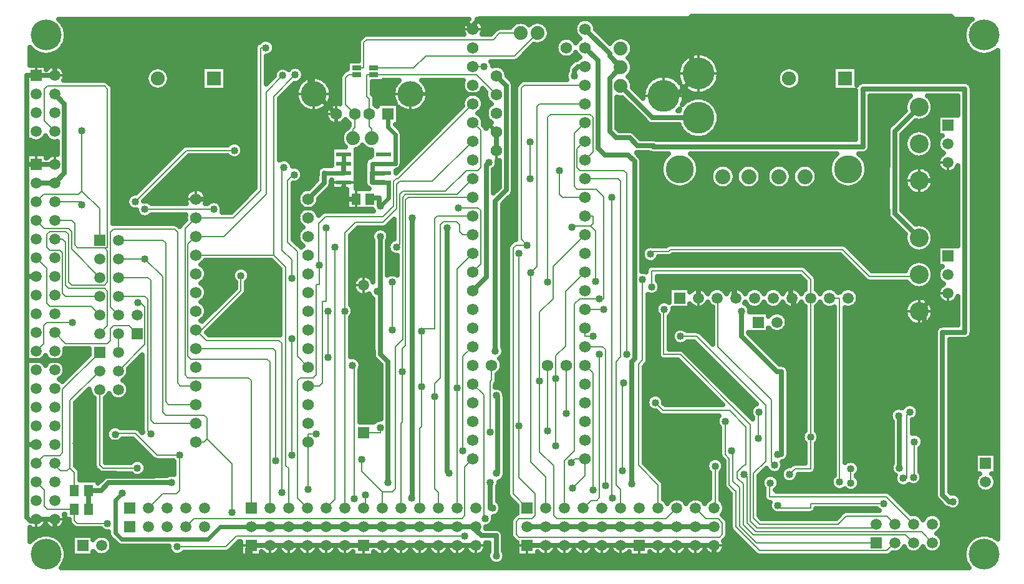
<source format=gbl>
G04 DipTrace 3.3.1.3*
G04 T4RA8875TouchShieldcastellatedV02.gbl*
%MOIN*%
G04 #@! TF.FileFunction,Copper,L2,Bot*
G04 #@! TF.Part,Single*
G04 #@! TA.AperFunction,CopperBalancing*
%ADD13C,0.025*%
G04 #@! TA.AperFunction,Conductor*
%ADD14C,0.023622*%
%ADD16C,0.008*%
%ADD17C,0.02*%
%ADD18C,0.015*%
G04 #@! TA.AperFunction,CopperBalancing*
%ADD20C,0.013*%
%ADD25R,0.051181X0.059055*%
G04 #@! TA.AperFunction,ComponentPad*
%ADD26R,0.059055X0.059055*%
%ADD27C,0.059055*%
%ADD28C,0.17*%
%ADD32C,0.074*%
%ADD35C,0.1*%
%ADD41R,0.05X0.025*%
G04 #@! TA.AperFunction,ComponentPad*
%ADD42R,0.074803X0.074803*%
%ADD43C,0.074803*%
%ADD44C,0.06194*%
%ADD47R,0.07874X0.023622*%
G04 #@! TA.AperFunction,ComponentPad*
%ADD48C,0.074*%
%ADD49C,0.15*%
%ADD50C,0.08*%
%ADD53R,0.062992X0.062992*%
%ADD54C,0.062992*%
%ADD55C,0.137795*%
G04 #@! TA.AperFunction,ViaPad*
%ADD56C,0.04*%
%ADD58C,0.165*%
%FSLAX26Y26*%
G04*
G70*
G90*
G75*
G01*
G04 Bottom*
%LPD*%
X4093700Y655700D2*
D13*
X3993700D1*
X3893700D1*
X3793700D1*
X3693700D1*
X3593700D1*
X3493700D1*
X3393700D1*
X3293700D2*
X3393700D1*
X3193700D2*
X3293700D1*
X3093700D2*
X3193700D1*
X2308700Y2210700D2*
Y1915700D1*
X2293700D1*
X4238700Y1810700D2*
Y1675700D1*
X4427846Y1486554D1*
X4453700D1*
Y1042613D1*
X4433070D1*
X2803700Y1920700D2*
X2875231Y1992231D1*
Y2593228D1*
X2888176Y2606172D1*
X3346200Y3070700D2*
Y3100700D1*
X3366200Y3120700D1*
X3403700D1*
X748700Y750700D2*
Y850700D1*
X2896228Y891728D2*
Y755700D1*
X2908700D1*
X2308700Y1915700D2*
Y1580464D1*
X2350728Y1538436D1*
Y891728D1*
X748700Y850700D2*
X814684D1*
X855712Y891728D1*
X1192228D1*
X5188385Y2202550D2*
X5058700Y2332235D1*
Y2772865D1*
X5188385Y2902550D1*
X5083700Y970700D2*
Y1250700D1*
X5079291D1*
X1618700Y655700D2*
X1718700D1*
X1818700D1*
X1918700D1*
X2018700D1*
X2118700D1*
X2218700D1*
X2318700D1*
X2418700D1*
X2518700D1*
X2618700D1*
X2718700D1*
X2818700D1*
X1923700Y2410700D2*
X2008700Y2495700D1*
Y2550700D1*
D14*
X2113700D1*
X468700Y2495850D2*
D13*
X568700D1*
X1618700Y655700D2*
D14*
X1452885D1*
X1387196Y590011D1*
X926133D1*
X892511Y623633D1*
Y799511D1*
X928700Y835700D1*
X3593700Y3115700D2*
D13*
X3534200Y3175200D1*
Y3190200D1*
X3403700Y3320700D1*
X2818700Y655700D2*
Y637255D1*
X2848228Y607728D1*
X2928700D1*
Y500700D1*
X5368700Y790700D2*
X5348700D1*
X5313700Y825700D1*
Y1696888D1*
X5433700D1*
Y3000700D1*
X4888700D1*
Y2690700D1*
X3768700D1*
Y2695700D1*
X3683700D1*
X3641200Y2738200D1*
X3569200D1*
X3534200Y2773200D1*
Y3056200D1*
X3593700Y3115700D1*
X2113700Y2600700D2*
D14*
Y2650700D1*
Y2550700D2*
D13*
Y2600700D1*
X568700Y2495850D2*
X620728Y2547877D1*
Y2919372D1*
X568700Y2971399D1*
X3653700Y885700D2*
Y1540700D1*
X3668200Y1555200D1*
Y2612200D1*
X3633200Y2647200D1*
X3508172D1*
X3473172Y2682200D1*
Y3151228D1*
X3403700Y3220700D1*
X2476606Y807728D2*
X2477669Y808791D1*
Y2310700D1*
X1818700Y755700D2*
D16*
Y967739D1*
X1802700Y983739D1*
Y2046700D1*
X1738700Y2110700D1*
Y2960700D1*
X1853700Y3075700D1*
X1738700Y2110700D2*
X1323700D1*
X1918700Y755700D2*
X1866700Y807700D1*
Y1437672D1*
X1882700Y1453672D1*
X1950672D1*
X1966672Y1469672D1*
Y1952162D1*
X1983700D1*
Y2055700D1*
X1978700Y2060700D1*
Y2279228D1*
X2015172Y2315700D1*
X2323700D1*
X2379669Y2371669D1*
Y2504224D1*
X2395669Y2520224D1*
X2403224D1*
X2803700Y2920700D1*
X2066700Y2153672D2*
Y803700D1*
X2018700Y755700D1*
X2395669Y2153672D2*
X2411669Y2169672D1*
Y2436700D1*
X2427669Y2452700D1*
X2657243D1*
X2768216Y2563672D1*
X2830672D1*
X2846672Y2579672D1*
Y2777728D1*
X2803700Y2820700D1*
X2118700Y755700D2*
Y1810700D1*
Y2228700D1*
X2175700Y2285700D1*
X2323700D1*
X2395669Y2357669D1*
Y2488221D1*
X2411669Y2504221D1*
X2587221D1*
X2803700Y2720700D1*
X2760794Y605444D2*
X1540708D1*
X1483464Y548200D1*
X1223082D1*
X2868700Y700700D2*
X2862228Y707172D1*
Y1362172D1*
X2803700Y1420700D1*
X2183700Y3111133D2*
X2220700D1*
Y3247672D1*
X2236700Y3263672D1*
X2912023D1*
X2947050Y3298700D1*
X3058700D1*
X2273700Y3111133D2*
X2486570D1*
X2551169Y3175731D1*
X3025731D1*
X3148700Y3298700D1*
X1696653Y3220700D2*
X1668700D1*
Y2455700D1*
X1523700Y2310700D1*
X1323700D1*
X1264728Y2251728D1*
Y1469672D1*
X1280728Y1453672D1*
X1602700D1*
X1618700Y1437672D1*
Y755700D1*
X1786704Y3071291D2*
X1698700Y2983287D1*
Y2435700D1*
X1473700Y2210700D1*
X1323700D1*
X2862672Y3120700D2*
X2803700D1*
X1323700Y2210700D2*
X1280728Y2167728D1*
Y1569672D1*
X1296728Y1553672D1*
X1702700D1*
X1718700Y1537672D1*
Y755700D1*
X1323700Y1310700D2*
X1177023D1*
X1161023Y1326700D1*
Y2174700D1*
X1145023Y2190700D1*
X908700D1*
X2618700Y755700D2*
Y838980D1*
X2599881Y857798D1*
Y1353676D1*
Y1422712D1*
X2629802Y1452633D1*
Y2272700D1*
X2645802Y2288700D1*
X2717327D1*
X2733327Y2272700D1*
Y2236703D1*
X2749330Y2220700D1*
X2803700D1*
X1323700Y1210700D2*
X1098228D1*
X1082228Y1226700D1*
Y1974700D1*
X1066228Y1990700D1*
X908700D1*
X2718700Y755700D2*
Y1399672D1*
Y2035700D1*
X2803700Y2120700D1*
X908700Y2090700D2*
X1050228D1*
X2725735Y2363672D2*
X2830672D1*
X2846672Y2347672D1*
Y2063672D1*
X2803700Y2020700D1*
X1050228Y2355672D2*
X1418294D1*
X1050228Y2090700D2*
X1145019Y1995909D1*
Y1269672D1*
X1161019Y1253672D1*
X1366672D1*
X1382672Y1237672D1*
Y1126700D1*
X1366672Y1110700D1*
X1323700D1*
X1382672Y1126700D2*
X1517409Y991964D1*
Y731228D1*
X1082231Y1153672D2*
X1066228Y1169676D1*
Y1874700D1*
X1050228Y1890700D1*
X908700D1*
X1923700Y855700D2*
Y1110700D1*
X3246672Y1087672D2*
Y1447672D1*
X4098700Y980700D2*
Y755700D1*
X4093700D1*
X1923700Y1110700D2*
Y1153672D1*
X1965401D1*
X3246672Y1447672D2*
Y1571594D1*
X3297704Y1622625D1*
Y1914704D1*
X3403700Y2020700D1*
X3050172Y2120700D2*
Y1195672D1*
Y917728D1*
X3135228Y832672D1*
Y715228D1*
X3119228Y699228D1*
X3050172D1*
X3034172Y683228D1*
Y615228D1*
X3050172Y599228D1*
X4121228D1*
X4137228Y615228D1*
Y677172D1*
X4115172Y699228D1*
X4050172D1*
X3993700Y755700D1*
X5188385Y2005700D2*
Y1995700D1*
X4923700D1*
X4778700Y2140700D1*
X3858700D1*
X3848700Y2130700D1*
X3768700D1*
X3753700Y2115700D1*
X3403700Y2220700D2*
X3233700Y2050700D1*
Y1877369D1*
X3160728Y1804397D1*
Y1436200D1*
Y1057326D1*
X3235228Y982826D1*
Y715228D1*
X3251228Y699228D1*
X3837228D1*
X3893700Y755700D1*
X3403700Y2320700D2*
X3446672D1*
Y2279672D1*
X3432700Y2265700D1*
X3333700D1*
Y2260700D1*
X3793700Y755700D2*
Y880224D1*
X3688700Y985224D1*
Y1525700D1*
X3710700Y1547700D1*
Y1977731D1*
X3432700Y2265700D2*
X3458700Y2239700D1*
Y1970700D1*
X2018700Y2255700D2*
Y1861255D1*
X1998672D1*
Y1426700D1*
X1982672Y1410700D1*
X1923700D1*
X4823700Y965700D2*
Y890700D1*
X4763700Y895700D2*
Y1880700D1*
X4708700D1*
X3403700Y2420700D2*
X3281704D1*
X3265704Y2436700D1*
Y2563672D1*
X1848700Y2540700D2*
X1846200Y2543200D1*
X1813700Y2510700D1*
Y2180700D1*
X1866700Y2127700D1*
Y1567700D1*
X1923700Y1510700D1*
X3548700Y810700D2*
X3544535Y814865D1*
Y2420700D1*
X3593700Y755700D2*
Y855700D1*
X3568700Y880700D1*
Y1540700D1*
X3593700Y1565700D1*
Y2504700D1*
X3577700Y2520700D1*
X3403700D1*
X3109672Y2715672D2*
Y2520700D1*
X998224Y2396645D2*
X1272279Y2670700D1*
X1528700D1*
X908700Y1490700D2*
X1050228Y1632228D1*
Y1832229D1*
X1026756Y1855700D1*
X1013700D1*
X4998700Y780700D2*
X4608301D1*
Y755700D1*
X4448700D1*
X4433700Y770700D1*
X5103700Y915700D2*
X5123700D1*
Y1255700D1*
X5138700Y1270700D1*
X3201700Y1965672D2*
Y2847672D1*
X3217700Y2863672D1*
X3430672D1*
X3446672Y2847672D1*
Y2663672D1*
X3403700Y2620700D1*
X3758700Y1940228D2*
Y2025700D1*
X4563700D1*
X4608700Y1980700D1*
Y1880700D1*
X2371704Y1710700D2*
Y1965672D1*
X4608700Y1880700D2*
Y1135700D1*
Y965700D1*
X4525574D1*
X4495987Y936113D1*
X5163700Y1110700D2*
Y920700D1*
X5158700D1*
X3625700Y1577700D2*
Y2547672D1*
X3609700Y2563672D1*
X3376728D1*
X3360728Y2579672D1*
Y2677728D1*
X3403700Y2720700D1*
X3480535Y1577700D2*
Y813228D1*
X3464535Y797228D1*
X3435228D1*
X3393700Y755700D1*
X2030672Y1563672D2*
Y1810700D1*
X3403700Y2820700D2*
X3344728Y2761728D1*
Y2479672D1*
X3360728Y2463672D1*
X3462671D1*
X3503700Y2422644D1*
Y1875700D1*
X3478700D1*
X3374700D1*
X3346672Y1847672D1*
Y1063188D1*
X3293700Y1010216D1*
Y755700D1*
X3193700D2*
Y923082D1*
X3112728Y1004054D1*
Y2015672D1*
X3144728Y2047672D1*
Y2904700D1*
X3160728Y2920700D1*
X3403700D1*
X3093700Y755700D2*
X3018172Y831228D1*
Y2147672D1*
X3034172Y2163672D1*
X3093672D1*
X3061672Y2195672D1*
Y3004700D1*
X3077672Y3020700D1*
X3403700D1*
X891102Y1150464D2*
Y1155700D1*
X998700D1*
X1114669Y1039731D1*
X1236700D1*
X1834700Y1039735D2*
Y1663672D1*
X1236700Y1039731D2*
Y849224D1*
X1220700Y833224D1*
X1146224D1*
X1068700Y755700D1*
X2750700Y1063672D2*
Y1567700D1*
X2803700Y1620700D1*
X2168700Y805700D2*
Y1520700D1*
X2159381D1*
X1268700Y655700D2*
X1312228Y699228D1*
X2744228D1*
X2760228Y715228D1*
Y977228D1*
X2803700Y1020700D1*
X4415070Y985728D2*
X4399070Y1001728D1*
Y1335330D1*
X4113700Y1620700D1*
Y1880700D1*
X4108700D1*
X3337228Y863172D2*
X3403700Y929645D1*
Y1020700D1*
X3350676D1*
X3330676Y1000700D1*
X4185228Y1063672D2*
X4193700D1*
Y900700D1*
X4228700Y865700D1*
Y660700D1*
X4318700Y570700D1*
X4958700D1*
X4153228Y1220700D2*
Y1041172D1*
X4173700Y1020700D1*
Y880700D1*
X4203700Y850700D1*
X4208700D1*
Y655700D1*
X4335228Y529172D1*
X5017172D1*
X5058700Y570700D1*
X3778700Y1320700D2*
X3820598Y1278802D1*
X4175598D1*
X4263700Y1190700D1*
Y990700D1*
X4258700Y985700D1*
X4253700D1*
X4217228Y949228D1*
Y917172D1*
X4248700Y885700D1*
Y665700D1*
X4302172Y612228D1*
X5117172D1*
X5158700Y570700D1*
X3608700Y1425700D2*
X3603700D1*
Y955700D1*
X4253700Y935700D2*
Y925700D1*
X4268700D1*
Y675700D1*
X4316172Y628228D1*
X5201172D1*
X5258700Y570700D1*
X3446672Y853228D2*
Y1477728D1*
X3403700Y1520700D1*
X4393700Y890700D2*
X4388700D1*
Y815700D1*
X5013700D1*
X5158700Y670700D1*
X3512535Y877228D2*
Y1604700D1*
X3496535Y1620700D1*
X3403700D1*
X1563700Y2000700D2*
Y1920700D1*
X1353700Y1710700D1*
X1323700D1*
X2228700Y825700D2*
Y755700D1*
X2218700D1*
X908700Y1690700D2*
Y1590700D1*
X1834700Y1985672D2*
Y2084700D1*
X1783700Y2135700D1*
Y2580700D1*
X1793700D1*
X1323700Y1710700D2*
X1380728Y1653672D1*
X1766700D1*
X1782700Y1637672D1*
Y839228D1*
X2803700Y2520700D2*
X2719700Y2436700D1*
X2443669D1*
X2427669Y2420700D1*
Y1659885D1*
X2387700Y1619917D1*
Y857728D1*
X2371700Y841728D1*
X2318700D1*
X2208700Y951728D1*
Y1015700D1*
X1750700Y1007735D2*
Y1594700D1*
X1734700Y1610700D1*
X1323700D1*
X2318700Y755700D2*
Y841728D1*
X2418700Y755700D2*
Y1207692D1*
X2427200Y1216192D1*
Y1485672D1*
Y1607901D1*
X2443669Y1624369D1*
Y2404700D1*
X2459669Y2420700D1*
X2803700D1*
X1323700Y1410700D2*
X1240553D1*
X1224553Y1426700D1*
Y2232225D1*
X1208550Y2248228D1*
X882228D1*
X866228Y2232228D1*
Y1833172D1*
X908700Y1790700D1*
X2803700Y2320700D2*
X2613802D1*
X2597802Y2304700D1*
Y1715672D1*
X2542287D1*
X2530291Y1703676D1*
Y1405672D2*
Y1194015D1*
X2518700Y1182424D1*
Y755700D1*
X2530291Y1703676D2*
Y1405672D1*
X468700Y3071399D2*
D13*
X568700D1*
X468700D2*
X418700D1*
Y2595850D1*
Y1987062D1*
Y1545284D1*
Y1095850D1*
Y705700D1*
X438700Y685700D1*
X458550D1*
X468700Y695850D1*
Y2595850D2*
X418700D1*
X568700D2*
X468700D1*
Y1995850D2*
X427487D1*
X418700Y1987062D1*
X468700Y1095850D2*
X418700D1*
X468700Y695850D2*
X568700D1*
X1618700Y555700D2*
X1718700D1*
X1818700D1*
X1918700D1*
X2018700D1*
X2118700D1*
X2218700D1*
X2318700D1*
X2418700D1*
X2518700D1*
X2618700D1*
X2718700D1*
X2818700D1*
X3093700D2*
X3193700D1*
X3293700D1*
X3393700D1*
X3493700D1*
X3593700D1*
X3693700D1*
X3793700D1*
X3893700D1*
X3993700D1*
X4093700D1*
X568700Y695850D2*
Y620700D1*
X618700Y570700D1*
Y565700D1*
X658700Y525700D1*
Y450700D1*
X648700Y440700D1*
X1598700D1*
Y535700D1*
X1618700Y555700D1*
X3823661Y2963810D2*
X3890590D1*
X4008700Y3081920D1*
X568700Y3071399D2*
Y3130700D1*
X803700Y3365700D1*
X1604504D1*
X1932230D1*
X2758700D1*
X2803700Y3320700D1*
Y3340700D1*
X2838700Y3375700D1*
X3958700D1*
X3973700Y3390700D1*
Y3116920D1*
X4008700Y3081920D1*
X3973700Y3390700D2*
X5358700D1*
X5398700Y3350700D1*
Y3240700D1*
X5553700Y3085700D1*
Y1575700D1*
X5478700Y1500700D1*
Y1140700D1*
X5489469D1*
X5513700D1*
X4008700Y1880700D2*
Y1970700D1*
X3828700D1*
Y1890700D1*
X3798700D1*
X3768700Y1860700D1*
Y1531326D1*
X3788378Y1511648D1*
X3824326Y1475700D1*
X3828700Y1130700D2*
X3813700D1*
X3723700Y1220700D1*
Y1283525D1*
X3728700D1*
Y1365700D1*
X3843700D1*
X3873700Y1335700D1*
X3788378Y1511648D2*
X3728700D1*
Y1278525D1*
X3723700Y1283525D1*
X2928700Y2670700D2*
Y2770700D1*
X2469566Y2972393D2*
D17*
X2853700D1*
Y2950700D1*
X2878700Y2925700D1*
Y2820700D1*
X2928700Y2770700D1*
X1932230Y3365700D2*
D13*
Y2992406D1*
X1952243Y2972393D1*
X1966417D1*
X2073109Y2865700D1*
X1323700Y2410700D2*
X1548700D1*
X1633700Y2495700D1*
Y3336504D1*
X1604504Y3365700D1*
X2113700Y2500700D2*
D14*
Y2476389D1*
D13*
Y2420700D1*
X2103700Y2410700D1*
X2178700D1*
X4008700Y1880700D2*
Y1980700D1*
X4288700D1*
X4293700Y1985700D1*
X4503700D1*
Y1880700D1*
X4508700D1*
X4208700D2*
X4198700D1*
Y1985700D1*
X4293700D1*
X4673700Y740700D2*
Y715700D1*
X4381141D1*
X4359881Y736960D1*
X4508700Y1880700D2*
X4518700D1*
Y1025700D1*
X4433700Y940700D1*
X4416760D1*
X4358700D1*
X4333700Y915700D1*
Y763141D1*
X4359881Y736960D1*
X2073109Y2865700D2*
D17*
Y2725109D1*
X1923700Y2575700D1*
Y2530700D1*
X1853700Y2460700D1*
Y2360700D1*
X2053700D1*
X2103700Y2410700D1*
X683700Y1103653D2*
D13*
X720608D1*
X758503D1*
X853700Y1108653D2*
X928503D1*
X418700Y1545284D2*
X684116D1*
X693700Y1535700D1*
X720608Y1103653D2*
Y925700D1*
X1098700D1*
X1113700Y940700D1*
Y965700D1*
X1008700Y1070700D1*
X966456D1*
X928503Y1108653D1*
X1518700Y1945700D2*
D18*
X1508700D1*
X1393700Y2060700D1*
X5188385Y2508850D2*
D13*
X5278700D1*
Y1899165D1*
X5188385Y1808850D1*
X5215599D1*
Y870700D1*
X5157838D1*
X4973700D1*
X4948700Y845700D1*
X4593700D1*
X4563700Y875700D1*
X4481760D1*
X4416760Y940700D1*
X5373700Y1040700D2*
X5389469D1*
X5489469Y1140700D1*
X4093700Y555700D2*
Y515700D1*
X4138700Y470700D1*
X5398700D1*
Y690700D1*
X5405306Y697306D1*
X5468700Y760700D1*
Y967700D1*
X5395700Y1040700D1*
X5389469D1*
X5405306Y697306D2*
X5331231D1*
X5157838Y870700D1*
X4328228Y1130503D2*
D16*
Y1270700D1*
X4333700D1*
X3303700Y1263672D2*
Y1520700D1*
X3203700Y1169700D2*
Y1520700D1*
X1008700Y1690700D2*
X967172Y1732228D1*
X882228D1*
X866228Y1716228D1*
Y1653381D1*
X850228Y1637381D1*
X627169D1*
X568700Y1695850D1*
X663231Y1748228D2*
X526228D1*
X510228Y1732228D1*
Y1637377D1*
X468700Y1595850D1*
Y2395850D2*
X510231Y2437381D1*
X697094D1*
X713094Y2453381D1*
X808700Y2357775D1*
Y2190700D1*
X713094Y2453381D2*
Y2775271D1*
X468700Y995850D2*
X510231Y1037381D1*
X594228D1*
X610228Y1053381D1*
Y1392228D1*
X808700Y1590700D1*
X850700Y673708D2*
X689896D1*
X673897Y689707D1*
Y750700D1*
X1010228Y970322D2*
X824700D1*
X808700Y986322D1*
Y1390700D1*
X673897Y750700D2*
X528228D1*
X512228Y766700D1*
Y852322D1*
X468700Y895850D1*
X568700Y995850D2*
Y983850D1*
X598228Y954322D1*
X633700D1*
X649700Y970322D1*
Y1331700D1*
X808700Y1490700D1*
X649700Y970322D2*
X673897Y946125D1*
Y850700D1*
X568700Y2195850D2*
X610228D1*
X626228Y2179850D1*
Y1948228D1*
X642228Y1932228D1*
X834228D1*
X850228Y1916228D1*
Y1732228D1*
X808700Y1690700D1*
X568700Y2395850D2*
X711901D1*
Y2377700D1*
X468700Y2295850D2*
X511169Y2253381D1*
X642228D1*
X658228Y2237381D1*
Y2141172D1*
X808700Y1990700D1*
X468700Y2095850D2*
X526228Y2038322D1*
Y1853381D1*
X542228Y1837381D1*
X762019D1*
X808700Y1790700D1*
X568700Y2295850D2*
X658228D1*
X674228Y2279850D1*
Y2165172D1*
X690228Y2149172D1*
X834228D1*
X850228D1*
Y2998928D1*
X834228Y3014928D1*
X528228D1*
X512228Y2998928D1*
Y2827872D1*
X568700Y2771399D1*
X834228Y2149172D2*
X850228Y2133172D1*
Y1964228D1*
X834228Y1948228D1*
X658228D1*
X642228Y1964228D1*
Y2221381D1*
X626228Y2237381D1*
X543172D1*
X527172Y2221381D1*
Y2153381D1*
X543172Y2137381D1*
X594228D1*
X610228Y2121381D1*
Y1906700D1*
X626228Y1890700D1*
X808700D1*
X3913070Y1675204D2*
X3999196D1*
X4368700Y1305700D1*
Y1007027D1*
X4303070Y941397D1*
Y702700D1*
X4335070Y670700D1*
X4756472D1*
X4797999Y712228D1*
X5017172D1*
X5058700Y670700D1*
X3445401Y1675204D2*
X3403700D1*
Y1720700D1*
X3826700Y1820700D2*
X3823700Y1817700D1*
Y1577955D1*
X3911445D1*
X4287070Y1202330D1*
Y686700D1*
X4323070Y650700D1*
X4958700D1*
Y670700D1*
X3503700Y1820700D2*
X3403700D1*
X2163700Y2735700D2*
Y2784700D1*
X2171535Y2792535D1*
Y2865700D1*
X2122704Y2914531D1*
Y3059700D1*
X2138704Y3075700D1*
X2183700D1*
X2263700Y2735700D2*
Y2786700D1*
X2250275Y2800125D1*
Y2865700D1*
X2273700Y3075700D2*
X2823700D1*
X2928700Y2970700D1*
X2250275Y2865700D2*
Y2946157D1*
X2236700Y2959731D1*
Y3075700D1*
X2273700D1*
X2218700Y1160700D2*
X2308228D1*
Y1185700D1*
X2894228Y1163672D2*
Y1431503D1*
X2903700Y1440976D1*
Y1520700D1*
X3593700Y3015700D2*
D13*
X3763700Y2845700D1*
X4008700D1*
X2326298Y2550700D2*
D14*
X2264424D1*
Y2600700D1*
X2326298D1*
X2264424Y2550700D2*
D13*
Y2500700D1*
X2326298D1*
X2923700Y1595700D2*
Y2399645D1*
X2982172Y2458117D1*
Y3017228D1*
X2928700Y3070700D1*
X2326298Y2600700D2*
D14*
X2387480D1*
Y2757507D1*
X2348700Y2796287D1*
Y2865700D1*
X2309098Y2373672D2*
D13*
Y2381098D1*
X2303700Y2375700D1*
Y2415700D1*
X2253503D1*
Y2410700D1*
X2326298Y2500700D2*
D14*
X2351598D1*
Y2416172D1*
X2309098Y2373672D1*
X2676204Y941728D2*
D13*
X2666676Y951255D1*
Y2254700D1*
X2928228Y1358172D2*
X2936728Y1349672D1*
Y947783D1*
X2930672Y941728D1*
D56*
X2928700Y500700D3*
X5368700Y790700D3*
X1853700Y3075700D3*
X3753700Y2115700D3*
X4823700Y965700D3*
Y890700D3*
X4998700Y780700D3*
X4433700Y770700D3*
X4608700Y1135700D3*
X3603700Y955700D3*
X4253700Y935700D3*
X693700Y1535700D3*
X1518700Y1945700D3*
X1393700Y2060700D3*
X5373700Y1040700D3*
D58*
X521062Y508062D3*
X521932Y3287590D3*
X5536810Y508062D3*
Y3287590D3*
D56*
X4359881Y736960D3*
X4673700Y740700D3*
X3828700Y1130700D3*
X3824326Y1475700D3*
X3873700Y1335700D3*
X853700Y1108653D3*
X928503D3*
X683700Y1103653D3*
X758503D3*
X5513700Y1140700D3*
X5478700Y1500700D3*
X2350728Y891728D3*
X4433070Y1042613D3*
X4238700Y1810700D3*
X2888176Y2606172D3*
X3346200Y3070700D3*
X1192228Y891728D3*
X2908700Y755700D3*
X2896228Y891728D3*
X2308700Y2210700D3*
X2293700Y1915700D3*
X928700Y835700D3*
X2477669Y2310700D3*
X2476606Y807728D3*
X3653700Y885700D3*
X1983700Y2055700D3*
X2395669Y2153672D3*
X2066700D3*
X2118700Y1810700D3*
X1223082Y548200D3*
X2760794Y605444D3*
X2868700Y700700D3*
X1696653Y3220700D3*
X1786704Y3071291D3*
X2862672Y3120700D3*
X2599881Y1353676D3*
X2718700Y1399672D3*
X2725735Y2363672D3*
X1418294Y2355672D3*
X1050228D3*
Y2090700D3*
X1517409Y731228D3*
X1082231Y1153672D3*
X1965401D3*
X3246672Y1447672D3*
X1923700Y855700D3*
X4098700Y980700D3*
X3246672Y1087672D3*
X3050172Y1195672D3*
Y2120700D3*
X3160728Y1436200D3*
X2018700Y2255700D3*
X3333700Y2260700D3*
X3710700Y1977731D3*
X3458700Y1970700D3*
X1848700Y2540700D3*
X3265704Y2563672D3*
X3544535Y2420700D3*
X3548700Y810700D3*
X4763700Y895700D3*
X3109672Y2520700D3*
Y2715672D3*
X1528700Y2670700D3*
X998224Y2396645D3*
X1013700Y1855700D3*
X3758700Y1940228D3*
X4495987Y936113D3*
X2371704Y1965672D3*
Y1710700D3*
X3201700Y1965672D3*
X2030672Y1810700D3*
Y1563672D3*
X3625700Y1577700D3*
X3480535D3*
X3478700Y1875700D3*
X3112728Y2015672D3*
X3093672Y2163672D3*
X1834700Y1663672D3*
Y1039735D3*
X891102Y1150464D3*
X1236700Y1039731D3*
X2750700Y1063672D3*
X2159381Y1520700D3*
X2168700Y805700D3*
X4415070Y985728D3*
X3330676Y1000700D3*
X3337228Y863172D3*
X4185228Y1063672D3*
X4153228Y1220700D3*
X3778700Y1320700D3*
X3608700Y1425700D3*
X3446672Y853228D3*
X4393700Y890700D3*
X3512535Y877228D3*
X1782700Y839228D3*
X2228700Y825700D3*
X1793700Y2580700D3*
X1834700Y1985672D3*
X1563700Y2000700D3*
X2208700Y1015700D3*
X1750700Y1007735D3*
X2427200Y1485672D3*
X2530291Y1405672D3*
Y1703676D3*
X4333700Y1270700D3*
X4328228Y1130503D3*
X3303700Y1263672D3*
X3203700Y1169700D3*
X663231Y1748228D3*
X713094Y2775271D3*
X850700Y673708D3*
X1010228Y970322D3*
X711901Y2377700D3*
X3913070Y1675204D3*
X3445401D3*
X3826700Y1820700D3*
X3503700D3*
X2308228Y1185700D3*
X2894228Y1163672D3*
X2666676Y2254700D3*
X2676204Y941728D3*
X2930672D3*
X2928228Y1358172D3*
X2923700Y1595700D3*
X2309098Y2373672D3*
X5079291Y1250700D3*
X5083700Y970700D3*
X5138700Y1270700D3*
X5103700Y915700D3*
X5158700Y920700D3*
X5163700Y1110700D3*
X613725Y3348331D2*
D13*
X2751944D1*
X2855446D2*
X3018205D1*
X3189169D2*
X3351964D1*
X3455466D2*
X5445016D1*
X626285Y3323462D2*
X2744803D1*
X2862587D2*
X2928530D1*
X3208582D2*
X3344787D1*
X3462607D2*
X5432457D1*
X631883Y3298594D2*
X2749253D1*
X2858173D2*
X2902729D1*
X3213714D2*
X3349236D1*
X3482056D2*
X5426859D1*
X631524Y3273725D2*
X2202521D1*
X3208511D2*
X3281774D1*
X3325637D2*
X3369870D1*
X3506924D2*
X3567986D1*
X3619420D2*
X5427218D1*
X625244Y3248856D2*
X1657405D1*
X1734891D2*
X2188706D1*
X3188918D2*
X3252241D1*
X3649168D2*
X5433498D1*
X611716Y3223987D2*
X1636879D1*
X1744543D2*
X2188706D1*
X3118190D2*
X3244813D1*
X3658139D2*
X5447026D1*
X438718Y3199119D2*
X457473D1*
X586381D2*
X1636699D1*
X1739197D2*
X2188706D1*
X3093322D2*
X3249012D1*
X3656453D2*
X5472360D1*
X438718Y3174250D2*
X1636699D1*
X1700693D2*
X2188706D1*
X3068455D2*
X3269071D1*
X3338304D2*
X3369080D1*
X3642960D2*
X3945488D1*
X4071920D2*
X5605706D1*
X438718Y3149381D2*
X1636699D1*
X1700693D2*
X2188706D1*
X3041506D2*
X3338758D1*
X3648845D2*
X3918682D1*
X4098726D2*
X5605706D1*
X526239Y3124512D2*
X551813D1*
X585592D2*
X1636699D1*
X1700693D2*
X2130717D1*
X2948314D2*
X3314070D1*
X3658068D2*
X3904221D1*
X4113151D2*
X5605706D1*
X618426Y3099644D2*
X1071595D1*
X1166593D2*
X1352891D1*
X1483701D2*
X1636699D1*
X1700693D2*
X1748622D1*
X1894898D2*
X2118983D1*
X2979677D2*
X3305709D1*
X3656596D2*
X3897116D1*
X4120256D2*
X4446575D1*
X4541608D2*
X4727907D1*
X4858717D2*
X5605706D1*
X626141Y3074775D2*
X1056667D1*
X1181521D2*
X1352891D1*
X1483701D2*
X1636699D1*
X1700693D2*
X1738826D1*
X1901680D2*
X2094833D1*
X2987536D2*
X3298388D1*
X3643427D2*
X3895932D1*
X4121476D2*
X4431647D1*
X4556536D2*
X4727907D1*
X4858717D2*
X5605706D1*
X621871Y3049906D2*
X1053976D1*
X1184212D2*
X1352891D1*
X1483701D2*
X1636699D1*
X1700693D2*
X1721099D1*
X2008615D2*
X2090706D1*
X3005729D2*
X3071026D1*
X3648523D2*
X3751893D1*
X4116955D2*
X4428956D1*
X4559227D2*
X4727907D1*
X4858717D2*
X5605706D1*
X868323Y3025037D2*
X1061655D1*
X1176533D2*
X1352891D1*
X1483701D2*
X1636699D1*
X1847244D2*
X1871382D1*
X2033088D2*
X2090706D1*
X2268704D2*
X2388724D1*
X2550431D2*
X2744911D1*
X3021877D2*
X3037797D1*
X3657996D2*
X3729178D1*
X4105938D2*
X4436671D1*
X4551512D2*
X4727907D1*
X5465375D2*
X5605706D1*
X882211Y3000169D2*
X1087061D1*
X1151127D2*
X1352891D1*
X1483701D2*
X1636699D1*
X1822376D2*
X1859540D1*
X2044966D2*
X2090706D1*
X2268704D2*
X2376847D1*
X2562272D2*
X2748607D1*
X3665460D2*
X3716798D1*
X4085556D2*
X4462041D1*
X4526142D2*
X4727907D1*
X5474202D2*
X5605706D1*
X882211Y2975300D2*
X1636699D1*
X1797509D2*
X1855378D1*
X2049093D2*
X2090706D1*
X2268704D2*
X2372720D1*
X2566435D2*
X2767625D1*
X2839765D2*
X2869931D1*
X3690328D2*
X3711272D1*
X3936063D2*
X3977174D1*
X4040234D2*
X4848191D1*
X5474202D2*
X5605706D1*
X882211Y2950431D2*
X1636699D1*
X1772641D2*
X1857925D1*
X2046545D2*
X2090706D1*
X2281981D2*
X2375268D1*
X2563887D2*
X2753200D1*
X2854226D2*
X2873484D1*
X3574709D2*
X3602722D1*
X3935847D2*
X3970966D1*
X4046442D2*
X4848191D1*
X4929193D2*
X5127513D1*
X5249244D2*
X5393200D1*
X5474202D2*
X5605706D1*
X882211Y2925562D2*
X1636699D1*
X1770703D2*
X1867794D1*
X2036713D2*
X2090706D1*
X2282268D2*
X2385100D1*
X2554019D2*
X2744947D1*
X2862444D2*
X2892251D1*
X3574709D2*
X3627590D1*
X4087566D2*
X4848191D1*
X4929193D2*
X5113985D1*
X5262809D2*
X5393200D1*
X5474202D2*
X5605706D1*
X882211Y2900693D2*
X1636699D1*
X1770703D2*
X1888355D1*
X2533457D2*
X2739456D1*
X2858999D2*
X2878364D1*
X3574709D2*
X3652458D1*
X4107051D2*
X4848191D1*
X4929193D2*
X5110396D1*
X5266361D2*
X5393200D1*
X5474202D2*
X5605706D1*
X882211Y2875825D2*
X1636699D1*
X1770703D2*
X2014524D1*
X2408186D2*
X2714589D1*
X2840482D2*
X2869967D1*
X3574709D2*
X3677325D1*
X4117529D2*
X4848191D1*
X4929193D2*
X5105408D1*
X5261481D2*
X5393200D1*
X5474202D2*
X5605706D1*
X882211Y2850956D2*
X1636699D1*
X1770703D2*
X2015565D1*
X2408186D2*
X2689721D1*
X2853867D2*
X2873304D1*
X3574709D2*
X3702193D1*
X4121584D2*
X4848191D1*
X4929193D2*
X5080541D1*
X5246015D2*
X5286157D1*
X5474202D2*
X5605706D1*
X882211Y2826087D2*
X1636699D1*
X1770703D2*
X2029631D1*
X2408186D2*
X2664853D1*
X2862408D2*
X2891569D1*
X3574709D2*
X3727061D1*
X4119933D2*
X4848191D1*
X4929193D2*
X5055673D1*
X5168146D2*
X5286157D1*
X5474202D2*
X5605706D1*
X882211Y2801218D2*
X1636699D1*
X1770703D2*
X2136746D1*
X2399035D2*
X2639985D1*
X3574709D2*
X3905046D1*
X4112362D2*
X4848191D1*
X4929193D2*
X5030805D1*
X5143278D2*
X5286157D1*
X5474202D2*
X5605706D1*
X882211Y2776350D2*
X1636699D1*
X1770703D2*
X2113708D1*
X2422180D2*
X2615118D1*
X3587304D2*
X3920190D1*
X4097218D2*
X4848191D1*
X4929193D2*
X5018353D1*
X5118411D2*
X5159271D1*
X5217523D2*
X5286157D1*
X5474202D2*
X5605706D1*
X882211Y2751481D2*
X1636699D1*
X1770703D2*
X2100718D1*
X2427276D2*
X2590250D1*
X3684156D2*
X3948466D1*
X4068942D2*
X4848191D1*
X4929193D2*
X5018210D1*
X5099213D2*
X5125862D1*
X5250931D2*
X5286157D1*
X5474202D2*
X5605706D1*
X503166Y2726612D2*
X534230D1*
X882211D2*
X1636699D1*
X1770703D2*
X2099354D1*
X2427276D2*
X2565382D1*
X4929193D2*
X5018210D1*
X5099213D2*
X5113339D1*
X5263419D2*
X5290284D1*
X5474202D2*
X5605706D1*
X438718Y2701743D2*
X580233D1*
X882211D2*
X1492947D1*
X1564477D2*
X1636699D1*
X1770703D2*
X2108720D1*
X2427276D2*
X2540514D1*
X4929193D2*
X5018210D1*
X5266289D2*
X5286301D1*
X5474202D2*
X5605706D1*
X438718Y2676875D2*
X580233D1*
X882211D2*
X1234222D1*
X1576283D2*
X1636699D1*
X1770703D2*
X2046317D1*
X2187318D2*
X2240092D1*
X2427276D2*
X2515647D1*
X4926610D2*
X5018210D1*
X5099213D2*
X5116102D1*
X5260655D2*
X5294339D1*
X5474202D2*
X5605706D1*
X438718Y2652006D2*
X580233D1*
X882211D2*
X1209355D1*
X1572694D2*
X1636699D1*
X1770703D2*
X2046317D1*
X2181075D2*
X2258931D1*
X2427276D2*
X2490779D1*
X3684622D2*
X3847129D1*
X3970260D2*
X4747141D1*
X4870271D2*
X5018210D1*
X5099213D2*
X5132824D1*
X5243969D2*
X5311455D1*
X5474202D2*
X5605706D1*
X882211Y2627137D2*
X1184487D1*
X1272918D2*
X1513078D1*
X1544346D2*
X1636699D1*
X1770703D2*
X2046317D1*
X2181075D2*
X2235606D1*
X2427276D2*
X2465911D1*
X3705650D2*
X3823051D1*
X3994374D2*
X4723027D1*
X4894350D2*
X5018210D1*
X5099213D2*
X5290499D1*
X5474202D2*
X5605706D1*
X882211Y2602268D2*
X1159619D1*
X1248050D2*
X1636699D1*
X1836263D2*
X2046317D1*
X2181075D2*
X2224662D1*
X2427276D2*
X2441043D1*
X3708700D2*
X3810779D1*
X4006611D2*
X4710790D1*
X4906622D2*
X5018210D1*
X5099213D2*
X5286265D1*
X5474202D2*
X5605706D1*
X882211Y2577399D2*
X1134751D1*
X1223182D2*
X1636699D1*
X1878104D2*
X1979178D1*
X2181075D2*
X2224626D1*
X2925923D2*
X2941664D1*
X3708700D2*
X3805934D1*
X4011491D2*
X4091285D1*
X4188113D2*
X4229260D1*
X4326124D2*
X4391277D1*
X4488141D2*
X4529288D1*
X4626115D2*
X4705910D1*
X4911466D2*
X5018210D1*
X5099213D2*
X5154247D1*
X5222511D2*
X5294016D1*
X5474202D2*
X5605706D1*
X882211Y2552531D2*
X1109884D1*
X1198314D2*
X1636699D1*
X1895149D2*
X1968233D1*
X2181075D2*
X2223980D1*
X2915732D2*
X2941664D1*
X3708700D2*
X3807370D1*
X4010056D2*
X4075460D1*
X4341949D2*
X4375452D1*
X4641940D2*
X4707345D1*
X4910031D2*
X5018210D1*
X5099213D2*
X5124319D1*
X5252474D2*
X5327065D1*
X5360306D2*
X5393200D1*
X5474202D2*
X5605706D1*
X882211Y2527662D2*
X1085016D1*
X1173447D2*
X1636699D1*
X1894791D2*
X1968198D1*
X2181075D2*
X2223908D1*
X2915732D2*
X2941664D1*
X3708700D2*
X3815372D1*
X4002018D2*
X4071764D1*
X4345645D2*
X4371756D1*
X4645636D2*
X4715383D1*
X4902029D2*
X5018210D1*
X5099213D2*
X5112765D1*
X5263993D2*
X5393200D1*
X5474202D2*
X5605706D1*
X882211Y2502793D2*
X1060148D1*
X1148579D2*
X1636699D1*
X1876382D2*
X1959549D1*
X2181075D2*
X2223908D1*
X2915732D2*
X2941664D1*
X3708700D2*
X3832130D1*
X3985296D2*
X4077936D1*
X4201462D2*
X4215947D1*
X4339473D2*
X4377928D1*
X4501454D2*
X4515939D1*
X4639464D2*
X4732105D1*
X4885271D2*
X5018210D1*
X5266146D2*
X5393200D1*
X5474202D2*
X5605706D1*
X882211Y2477924D2*
X1035280D1*
X1123711D2*
X1636699D1*
X1845701D2*
X1934682D1*
X2181075D2*
X2231516D1*
X2915732D2*
X2941664D1*
X3708700D2*
X3867548D1*
X3949842D2*
X4098390D1*
X4181008D2*
X4236401D1*
X4318983D2*
X4398418D1*
X4481000D2*
X4536393D1*
X4619010D2*
X4767559D1*
X4849853D2*
X5018210D1*
X5099213D2*
X5116999D1*
X5259758D2*
X5393200D1*
X5474202D2*
X5605706D1*
X882211Y2453056D2*
X1010413D1*
X1098843D2*
X1283850D1*
X1363561D2*
X1621843D1*
X1845701D2*
X1883870D1*
X2022287D2*
X2125119D1*
X3708700D2*
X5018210D1*
X5099213D2*
X5135013D1*
X5241745D2*
X5393200D1*
X5474202D2*
X5605706D1*
X882211Y2428187D2*
X962938D1*
X1073976D2*
X1267523D1*
X1379888D2*
X1596976D1*
X1845701D2*
X1867506D1*
X1997419D2*
X2125119D1*
X3008492D2*
X3029688D1*
X3708700D2*
X5018210D1*
X5099213D2*
X5393200D1*
X5474202D2*
X5605706D1*
X882211Y2403318D2*
X950701D1*
X1049108D2*
X1265226D1*
X1382185D2*
X1572108D1*
X1845701D2*
X1865210D1*
X1982169D2*
X2125119D1*
X2983624D2*
X3029688D1*
X3708700D2*
X5018210D1*
X5099213D2*
X5393200D1*
X5474202D2*
X5605706D1*
X882211Y2378449D2*
X954003D1*
X1460197D2*
X1547240D1*
X1845701D2*
X1874863D1*
X1972552D2*
X2125119D1*
X2964211D2*
X3029688D1*
X3708700D2*
X5018210D1*
X5099213D2*
X5393200D1*
X5474202D2*
X5605706D1*
X882211Y2353581D2*
X981024D1*
X1466262D2*
X1522372D1*
X1845701D2*
X1884444D1*
X1962935D2*
X2265785D1*
X2964211D2*
X3029688D1*
X3708700D2*
X5018210D1*
X5099213D2*
X5393200D1*
X5474202D2*
X5605706D1*
X882211Y2328712D2*
X1011059D1*
X1845701D2*
X1867686D1*
X2964211D2*
X3029688D1*
X3708700D2*
X5018353D1*
X5118446D2*
X5393200D1*
X5474202D2*
X5605706D1*
X882211Y2303843D2*
X1265155D1*
X1845701D2*
X1865138D1*
X2964211D2*
X3029688D1*
X3708700D2*
X5030841D1*
X5143350D2*
X5393200D1*
X5474202D2*
X5605706D1*
X882211Y2278974D2*
X1247751D1*
X1845701D2*
X1874468D1*
X2361177D2*
X2379681D1*
X2964211D2*
X3029688D1*
X3708700D2*
X5055709D1*
X5168218D2*
X5393200D1*
X5474202D2*
X5605706D1*
X1845701Y2254106D2*
X1885090D1*
X2188323D2*
X2292555D1*
X2324863D2*
X2379681D1*
X2964211D2*
X3029688D1*
X3708700D2*
X5080577D1*
X5246051D2*
X5393200D1*
X5474202D2*
X5605706D1*
X1845701Y2229237D2*
X1867865D1*
X2163455D2*
X2264637D1*
X2352745D2*
X2379681D1*
X2964211D2*
X3029688D1*
X3708700D2*
X5105444D1*
X5261517D2*
X5393200D1*
X5474202D2*
X5605706D1*
X1845701Y2204368D2*
X1865102D1*
X2150717D2*
X2261156D1*
X2356261D2*
X2379681D1*
X2964211D2*
X3029688D1*
X3708700D2*
X5110396D1*
X5266361D2*
X5393200D1*
X5474202D2*
X5605706D1*
X1859122Y2179499D2*
X1874145D1*
X2150717D2*
X2268189D1*
X2964211D2*
X3005789D1*
X3708700D2*
X5113985D1*
X5262773D2*
X5393200D1*
X5474202D2*
X5605706D1*
X2150717Y2154630D2*
X2268189D1*
X2964211D2*
X2987021D1*
X3708700D2*
X3727635D1*
X4808981D2*
X5127549D1*
X5249244D2*
X5286157D1*
X5474202D2*
X5605706D1*
X2150717Y2129762D2*
X2268189D1*
X2964211D2*
X2986160D1*
X4833849D2*
X5165837D1*
X5210920D2*
X5286157D1*
X5474202D2*
X5605706D1*
X2150717Y2104893D2*
X2268189D1*
X2349192D2*
X2395686D1*
X2964211D2*
X2986160D1*
X3865478D2*
X4770286D1*
X4858717D2*
X5286157D1*
X5474202D2*
X5605706D1*
X1373609Y2080024D2*
X1725154D1*
X2150717D2*
X2268189D1*
X2349192D2*
X2395686D1*
X2964211D2*
X2986160D1*
X3708700D2*
X3722970D1*
X3784452D2*
X4795154D1*
X4883584D2*
X5172619D1*
X5204174D2*
X5286157D1*
X5474202D2*
X5605706D1*
X1361013Y2055155D2*
X1750022D1*
X2150717D2*
X2268189D1*
X2349192D2*
X2395686D1*
X2964211D2*
X2986160D1*
X3708700D2*
X3754584D1*
X4567839D2*
X4820021D1*
X4908452D2*
X5128841D1*
X5247917D2*
X5286157D1*
X5474202D2*
X5605706D1*
X1379171Y2030287D2*
X1526643D1*
X1600756D2*
X1770691D1*
X2150717D2*
X2268189D1*
X2349192D2*
X2395686D1*
X2964211D2*
X2986160D1*
X3708700D2*
X3727061D1*
X4603329D2*
X4844889D1*
X4933320D2*
X5114487D1*
X5262270D2*
X5291970D1*
X5474202D2*
X5605706D1*
X1382436Y2005418D2*
X1515949D1*
X1611449D2*
X1770691D1*
X2150717D2*
X2268189D1*
X2964211D2*
X2986160D1*
X4628197D2*
X4869757D1*
X5266397D2*
X5286157D1*
X5474202D2*
X5605706D1*
X1373932Y1980549D2*
X1520399D1*
X1606999D2*
X1770691D1*
X2150717D2*
X2171769D1*
X2964211D2*
X2986160D1*
X3790696D2*
X4564634D1*
X4640684D2*
X4894625D1*
X5262055D2*
X5292257D1*
X5474202D2*
X5605706D1*
X1360332Y1955680D2*
X1531702D1*
X1595696D2*
X1770691D1*
X2964211D2*
X2986160D1*
X3804009D2*
X4576691D1*
X4640684D2*
X5129343D1*
X5247450D2*
X5318130D1*
X5474202D2*
X5605706D1*
X1378955Y1930812D2*
X1529585D1*
X1595696D2*
X1770691D1*
X2150717D2*
X2163946D1*
X2964211D2*
X2986160D1*
X3805731D2*
X3851184D1*
X3966241D2*
X3983453D1*
X4033919D2*
X4083463D1*
X4133928D2*
X4183472D1*
X4233937D2*
X4283481D1*
X4333946D2*
X4383454D1*
X4433920D2*
X4483464D1*
X4533929D2*
X4576691D1*
X4640684D2*
X4683482D1*
X4733947D2*
X4783455D1*
X4833921D2*
X5176280D1*
X5200478D2*
X5292221D1*
X5474202D2*
X5605706D1*
X1382472Y1905943D2*
X1504717D1*
X1591749D2*
X1770691D1*
X2150717D2*
X2180847D1*
X2964211D2*
X2986160D1*
X3791126D2*
X3851184D1*
X4860080D2*
X5286157D1*
X5474202D2*
X5605706D1*
X1374290Y1881074D2*
X1479850D1*
X1568280D2*
X1770691D1*
X2150717D2*
X2261694D1*
X2964211D2*
X2986160D1*
X3742683D2*
X3851184D1*
X4866217D2*
X5163900D1*
X5212894D2*
X5292006D1*
X5474202D2*
X5605706D1*
X1359650Y1856205D2*
X1454982D1*
X1543413D2*
X1770691D1*
X2150717D2*
X2268189D1*
X2964211D2*
X2986160D1*
X3742683D2*
X3795743D1*
X4860475D2*
X5127082D1*
X5249675D2*
X5317197D1*
X5370210D2*
X5393200D1*
X5474202D2*
X5605706D1*
X1378776Y1831336D2*
X1430114D1*
X1518545D2*
X1770691D1*
X2161769D2*
X2268189D1*
X2964211D2*
X2986160D1*
X3742683D2*
X3779954D1*
X3966241D2*
X3981875D1*
X4035533D2*
X4081704D1*
X4335525D2*
X4381876D1*
X4435499D2*
X4481885D1*
X4535508D2*
X4576691D1*
X4640684D2*
X4681867D1*
X4835500D2*
X5113805D1*
X5262952D2*
X5393200D1*
X5474202D2*
X5605706D1*
X1382508Y1806468D2*
X1405246D1*
X1493677D2*
X1770691D1*
X2166506D2*
X2268189D1*
X2964211D2*
X2986160D1*
X3742683D2*
X3780995D1*
X3872404D2*
X4081704D1*
X4286507D2*
X4576691D1*
X4640684D2*
X4731710D1*
X4795704D2*
X5110432D1*
X5266361D2*
X5393200D1*
X5474202D2*
X5605706D1*
X1468809Y1781599D2*
X1770691D1*
X2156171D2*
X2268189D1*
X2964211D2*
X2986160D1*
X3742683D2*
X3791688D1*
X3855718D2*
X4081704D1*
X4476730D2*
X4576691D1*
X4640684D2*
X4731710D1*
X4795704D2*
X5115492D1*
X5261301D2*
X5393200D1*
X5474202D2*
X5605706D1*
X1443942Y1756730D2*
X1770691D1*
X2150717D2*
X2268189D1*
X2964211D2*
X2986160D1*
X3742683D2*
X3791688D1*
X3855718D2*
X4081704D1*
X4485880D2*
X4576691D1*
X4640684D2*
X4731710D1*
X4795704D2*
X5131245D1*
X5245512D2*
X5393200D1*
X5474202D2*
X5605706D1*
X1419074Y1731861D2*
X1770691D1*
X2150717D2*
X2268189D1*
X2964211D2*
X2986160D1*
X3742683D2*
X3791688D1*
X3855718D2*
X4081704D1*
X4482902D2*
X4576691D1*
X4640684D2*
X4731710D1*
X4795704D2*
X5296348D1*
X5474202D2*
X5605706D1*
X1394206Y1706993D2*
X1770691D1*
X2150717D2*
X2268189D1*
X2964211D2*
X2986160D1*
X3742683D2*
X3791688D1*
X3855718D2*
X3878026D1*
X3948120D2*
X4081704D1*
X4464637D2*
X4576691D1*
X4640684D2*
X4731710D1*
X4795704D2*
X5274566D1*
X5474202D2*
X5605706D1*
X2150717Y1682124D2*
X2268189D1*
X2964211D2*
X2986160D1*
X3742683D2*
X3791688D1*
X4036502D2*
X4081704D1*
X4288517D2*
X4576691D1*
X4640684D2*
X4731710D1*
X4795704D2*
X5273203D1*
X5471224D2*
X5605706D1*
X2150717Y1657255D2*
X2268189D1*
X2964211D2*
X2986160D1*
X3742683D2*
X3791688D1*
X3855718D2*
X3868768D1*
X4061370D2*
X4081704D1*
X4313385D2*
X4576691D1*
X4640684D2*
X4731710D1*
X4795704D2*
X5273203D1*
X5354206D2*
X5605706D1*
X2150717Y1632386D2*
X2268189D1*
X2964211D2*
X2986160D1*
X3742683D2*
X3791688D1*
X3855718D2*
X3895178D1*
X3930967D2*
X3997807D1*
X4338252D2*
X4576691D1*
X4640684D2*
X4731710D1*
X4795704D2*
X5273203D1*
X5354206D2*
X5605706D1*
X624993Y1607518D2*
X751185D1*
X2150717D2*
X2268189D1*
X2970132D2*
X2986160D1*
X3742683D2*
X3791688D1*
X3855718D2*
X4022675D1*
X4363120D2*
X4576691D1*
X4640684D2*
X4731710D1*
X4795704D2*
X5273203D1*
X5354206D2*
X5605706D1*
X624634Y1582649D2*
X751185D1*
X2150717D2*
X2268189D1*
X2969773D2*
X2986160D1*
X3742683D2*
X3791688D1*
X3950954D2*
X4047543D1*
X4387988D2*
X4576691D1*
X4640684D2*
X4731710D1*
X4795704D2*
X5273203D1*
X5354206D2*
X5605706D1*
X510917Y1557780D2*
X526479D1*
X610926D2*
X731557D1*
X1020006D2*
X1034240D1*
X2188251D2*
X2275725D1*
X2951329D2*
X2986160D1*
X3742683D2*
X3799691D1*
X3975822D2*
X4072410D1*
X4412856D2*
X4576691D1*
X4640684D2*
X4731710D1*
X4795704D2*
X5273203D1*
X5354206D2*
X5605706D1*
X511886Y1532911D2*
X525510D1*
X611859D2*
X706689D1*
X995138D2*
X1034240D1*
X2205727D2*
X2300019D1*
X2961340D2*
X2986160D1*
X3738735D2*
X3912259D1*
X4000726D2*
X4097278D1*
X4437723D2*
X4576691D1*
X4640684D2*
X4731710D1*
X4795704D2*
X5273203D1*
X5354206D2*
X5605706D1*
X624849Y1508043D2*
X681821D1*
X970270D2*
X1034240D1*
X2205584D2*
X2310210D1*
X2961233D2*
X2986160D1*
X3720686D2*
X3937127D1*
X4025594D2*
X4122146D1*
X4487531D2*
X4576691D1*
X4640684D2*
X4731710D1*
X4795704D2*
X5273203D1*
X5354206D2*
X5605706D1*
X624742Y1483174D2*
X656953D1*
X965713D2*
X1034240D1*
X2200703D2*
X2310210D1*
X2948386D2*
X2986160D1*
X3720686D2*
X3961995D1*
X4050461D2*
X4147014D1*
X4494205D2*
X4576691D1*
X4640684D2*
X4731710D1*
X4795704D2*
X5273203D1*
X5354206D2*
X5605706D1*
X611429Y1458305D2*
X632086D1*
X955666D2*
X1034240D1*
X2200703D2*
X2310210D1*
X2935683D2*
X2986160D1*
X3720686D2*
X3986862D1*
X4075329D2*
X4171881D1*
X4494205D2*
X4576691D1*
X4640684D2*
X4731710D1*
X4795704D2*
X5273203D1*
X5354206D2*
X5605706D1*
X945869Y1433436D2*
X1034240D1*
X2200703D2*
X2310210D1*
X2934714D2*
X2986160D1*
X3720686D2*
X4011730D1*
X4100197D2*
X4196749D1*
X4494205D2*
X4576691D1*
X4640684D2*
X4731710D1*
X4795704D2*
X5273203D1*
X5354206D2*
X5605706D1*
X963237Y1408567D2*
X1034240D1*
X2200703D2*
X2310210D1*
X2926246D2*
X2986160D1*
X3720686D2*
X4036598D1*
X4125065D2*
X4221617D1*
X4494205D2*
X4576691D1*
X4640684D2*
X4731710D1*
X4795704D2*
X5273203D1*
X5354206D2*
X5605706D1*
X965785Y1383699D2*
X1034240D1*
X2200703D2*
X2310210D1*
X2968410D2*
X2986160D1*
X3720686D2*
X4061466D1*
X4149932D2*
X4246485D1*
X4494205D2*
X4576691D1*
X4640684D2*
X4731710D1*
X4795704D2*
X5273203D1*
X5354206D2*
X5605706D1*
X721055Y1358830D2*
X761341D1*
X956060D2*
X1034240D1*
X2200703D2*
X2310210D1*
X3720686D2*
X3751390D1*
X3806018D2*
X4086333D1*
X4174800D2*
X4271352D1*
X4494205D2*
X4576691D1*
X4640684D2*
X4731710D1*
X4795704D2*
X5273203D1*
X5354206D2*
X5605706D1*
X696187Y1333961D2*
X776699D1*
X840693D2*
X1034240D1*
X2200703D2*
X2310210D1*
X3824714D2*
X4111237D1*
X4199668D2*
X4296220D1*
X4494205D2*
X4576691D1*
X4640684D2*
X4731710D1*
X4795704D2*
X5273203D1*
X5354206D2*
X5605706D1*
X681690Y1309092D2*
X776699D1*
X840693D2*
X1034240D1*
X2200703D2*
X2310210D1*
X3834510D2*
X4136105D1*
X4224535D2*
X4306770D1*
X4494205D2*
X4576691D1*
X4640684D2*
X4731710D1*
X4795704D2*
X5111796D1*
X5165634D2*
X5273203D1*
X5354206D2*
X5605706D1*
X681690Y1284224D2*
X776699D1*
X840693D2*
X1034240D1*
X2200703D2*
X2310210D1*
X3720686D2*
X3748986D1*
X4249403D2*
X4287751D1*
X4494205D2*
X4576691D1*
X4640684D2*
X4731710D1*
X4795704D2*
X5046020D1*
X5184653D2*
X5273203D1*
X5354206D2*
X5605706D1*
X681690Y1259355D2*
X776699D1*
X840693D2*
X1034240D1*
X2200703D2*
X2310210D1*
X3720686D2*
X3795815D1*
X4274271D2*
X4287141D1*
X4494205D2*
X4576691D1*
X4640684D2*
X4731710D1*
X4795704D2*
X5032133D1*
X5185263D2*
X5273203D1*
X5354206D2*
X5605706D1*
X681690Y1234486D2*
X776699D1*
X840693D2*
X1034240D1*
X2200703D2*
X2310210D1*
X3720686D2*
X4107362D1*
X4494205D2*
X4576691D1*
X4640684D2*
X4731710D1*
X4795704D2*
X5034286D1*
X5168756D2*
X5273203D1*
X5354206D2*
X5605706D1*
X681690Y1209617D2*
X776699D1*
X840693D2*
X1034240D1*
X3720686D2*
X4106608D1*
X4494205D2*
X4576691D1*
X4640684D2*
X4731710D1*
X4795704D2*
X5043185D1*
X5155694D2*
X5273203D1*
X5354206D2*
X5605706D1*
X681690Y1184749D2*
X776699D1*
X840693D2*
X858694D1*
X1006334D2*
X1034240D1*
X3720686D2*
X4121213D1*
X4494205D2*
X4576691D1*
X4640684D2*
X4731710D1*
X4795704D2*
X5043185D1*
X5155694D2*
X5273203D1*
X5354206D2*
X5605706D1*
X681690Y1159880D2*
X776699D1*
X3720686D2*
X4121213D1*
X4494205D2*
X4567648D1*
X4649727D2*
X4731710D1*
X4795704D2*
X5043185D1*
X5155694D2*
X5273203D1*
X5354206D2*
X5605706D1*
X681690Y1135011D2*
X776699D1*
X3720686D2*
X4121213D1*
X4494205D2*
X4560722D1*
X4656689D2*
X4731710D1*
X4795704D2*
X5043185D1*
X5204676D2*
X5273203D1*
X5354206D2*
X5605706D1*
X681690Y1110142D2*
X776699D1*
X840693D2*
X867522D1*
X914686D2*
X1000042D1*
X3720686D2*
X4121213D1*
X4494205D2*
X4568545D1*
X4648830D2*
X4731710D1*
X4795704D2*
X5043185D1*
X5211709D2*
X5273203D1*
X5354206D2*
X5605706D1*
X681690Y1085273D2*
X776699D1*
X840693D2*
X1024910D1*
X3720686D2*
X4121213D1*
X4494205D2*
X4576691D1*
X4640684D2*
X4731710D1*
X4795704D2*
X5043185D1*
X5203923D2*
X5273203D1*
X5354206D2*
X5605706D1*
X681690Y1060405D2*
X776699D1*
X840693D2*
X1049778D1*
X3720686D2*
X4121213D1*
X4494205D2*
X4576691D1*
X4640684D2*
X4731710D1*
X4795704D2*
X5043185D1*
X5195705D2*
X5273203D1*
X5354206D2*
X5605706D1*
X681690Y1035536D2*
X776699D1*
X840693D2*
X1074645D1*
X3720686D2*
X4121787D1*
X4493523D2*
X4576691D1*
X4640684D2*
X4731710D1*
X4795704D2*
X5043185D1*
X5195705D2*
X5273203D1*
X5354206D2*
X5486175D1*
X681690Y1010667D2*
X776699D1*
X840693D2*
X986693D1*
X1033750D2*
X1107121D1*
X3720686D2*
X4061968D1*
X4476765D2*
X4576691D1*
X4640684D2*
X4731710D1*
X4795704D2*
X4814244D1*
X4833131D2*
X5043185D1*
X5195705D2*
X5273203D1*
X5354206D2*
X5486175D1*
X681690Y985798D2*
X776699D1*
X1055531D2*
X1204690D1*
X3732348D2*
X4050987D1*
X4463058D2*
X4501442D1*
X4640684D2*
X4731710D1*
X4867006D2*
X5038269D1*
X5195705D2*
X5273203D1*
X5354206D2*
X5486175D1*
X701928Y960930D2*
X789868D1*
X1057254D2*
X1204690D1*
X3757216D2*
X4055222D1*
X4640326D2*
X4731710D1*
X4871456D2*
X5036762D1*
X5195705D2*
X5273203D1*
X5354206D2*
X5486175D1*
X705912Y936061D2*
X977794D1*
X1042685D2*
X1179499D1*
X3782083D2*
X4066705D1*
X4341949D2*
X4387653D1*
X4399729D2*
X4447974D1*
X4543977D2*
X4731710D1*
X4860726D2*
X5051690D1*
X5204030D2*
X5273203D1*
X5354206D2*
X5503795D1*
X5583613D2*
X5605706D1*
X705912Y911192D2*
X818935D1*
X2966902D2*
X2986160D1*
X3806951D2*
X4066705D1*
X4335059D2*
X4350585D1*
X4436826D2*
X4455402D1*
X4536548D2*
X4718433D1*
X4866827D2*
X5055924D1*
X5205681D2*
X5273203D1*
X5354206D2*
X5488400D1*
X2943901Y886323D2*
X2986160D1*
X3825073D2*
X4066705D1*
X4441491D2*
X4716675D1*
X4871491D2*
X5066438D1*
X5191004D2*
X5273203D1*
X5354206D2*
X5486965D1*
X2936724Y861455D2*
X2986160D1*
X3825683D2*
X4066705D1*
X4130698D2*
X4148844D1*
X4335059D2*
X4356326D1*
X4431049D2*
X4731244D1*
X4861049D2*
X5273203D1*
X5354206D2*
X5498125D1*
X5589283D2*
X5605706D1*
X2936724Y836586D2*
X2986160D1*
X3825683D2*
X4066705D1*
X4130698D2*
X4173604D1*
X4335059D2*
X4356685D1*
X5037025D2*
X5273203D1*
X5359050D2*
X5605706D1*
X2936724Y811717D2*
X2993552D1*
X3825683D2*
X4066705D1*
X4130698D2*
X4176690D1*
X4335059D2*
X4356972D1*
X5061893D2*
X5275858D1*
X5411548D2*
X5605706D1*
X2944367Y786848D2*
X3018348D1*
X4141571D2*
X4176690D1*
X4335059D2*
X4380045D1*
X5086761D2*
X5296312D1*
X5416536D2*
X5605706D1*
X2956281Y761980D2*
X3036183D1*
X4150865D2*
X4176690D1*
X4335059D2*
X4386540D1*
X5111628D2*
X5321324D1*
X5406489D2*
X5605706D1*
X2952728Y737111D2*
X3036183D1*
X4147995D2*
X4176690D1*
X4335059D2*
X4400499D1*
X4633723D2*
X4779652D1*
X5136496D2*
X5605706D1*
X2924667Y712242D2*
X3018958D1*
X4146380D2*
X4176690D1*
X4337750D2*
X4753779D1*
X5197284D2*
X5220130D1*
X5297293D2*
X5605706D1*
X625567Y687373D2*
X641990D1*
X2914691D2*
X3002452D1*
X5313656D2*
X5605706D1*
X614981Y662504D2*
X656882D1*
X2895923D2*
X3002164D1*
X5315630D2*
X5605706D1*
X438718Y637636D2*
X820478D1*
X2954630D2*
X3002164D1*
X4169238D2*
X4182862D1*
X5305188D2*
X5605706D1*
X438718Y612767D2*
X492102D1*
X550031D2*
X854316D1*
X2968876D2*
X3002272D1*
X4169130D2*
X4207407D1*
X5296683D2*
X5507850D1*
X5565779D2*
X5605706D1*
X596285Y587898D2*
X661188D1*
X2969199D2*
X3017272D1*
X4154131D2*
X4232274D1*
X5313477D2*
X5461559D1*
X616524Y563029D2*
X661188D1*
X875751D2*
X897880D1*
X1542516D2*
X1561163D1*
X2969199D2*
X3036183D1*
X4150722D2*
X4257142D1*
X5315702D2*
X5441356D1*
X627289Y538161D2*
X661188D1*
X873347D2*
X1176198D1*
X1517648D2*
X1561163D1*
X2873352D2*
X2888196D1*
X2969199D2*
X3036183D1*
X4148353D2*
X4282010D1*
X5305582D2*
X5430591D1*
X631452Y513292D2*
X661188D1*
X856266D2*
X1191413D1*
X1254760D2*
X1561163D1*
X1756278D2*
X1781133D1*
X1856251D2*
X1881142D1*
X1956260D2*
X1981152D1*
X2056269D2*
X2081125D1*
X2356261D2*
X2381117D1*
X2456270D2*
X2481126D1*
X2556280D2*
X2581135D1*
X2656253D2*
X2681145D1*
X2756262D2*
X2781118D1*
X2856271D2*
X2882491D1*
X2974940D2*
X3036183D1*
X3231261D2*
X3256117D1*
X3331270D2*
X3356126D1*
X3431280D2*
X3456135D1*
X3531253D2*
X3556145D1*
X3831281D2*
X3856136D1*
X3931254D2*
X3956146D1*
X4031263D2*
X4056119D1*
X4131272D2*
X4306878D1*
X5045494D2*
X5426428D1*
X629765Y488423D2*
X2882383D1*
X2975012D2*
X5428115D1*
X621978Y463554D2*
X2899930D1*
X2957465D2*
X5435902D1*
X606333Y438686D2*
X5451547D1*
X2178572Y2465728D2*
X2249529D1*
X2244569Y2468300D1*
X2239745Y2471805D1*
X2235529Y2476021D1*
X2232024Y2480845D1*
X2229317Y2486158D1*
X2227474Y2491829D1*
X2226541Y2497719D1*
X2226424Y2546632D1*
X2226541Y2553681D1*
X2227113Y2557753D1*
X2227228Y2603627D1*
X2228144Y2609410D1*
X2229953Y2614978D1*
X2232611Y2620195D1*
X2236053Y2624932D1*
X2240193Y2629072D1*
X2244929Y2632513D1*
X2250146Y2635171D1*
X2255714Y2636980D1*
X2258599Y2637553D1*
X2261428Y2640948D1*
Y2673208D1*
X2253923Y2673969D1*
X2244386Y2676259D1*
X2235326Y2680012D1*
X2226963Y2685136D1*
X2219506Y2691506D1*
X2213718Y2698226D1*
X2207894Y2691506D1*
X2200437Y2685136D1*
X2192074Y2680012D1*
X2183014Y2676259D1*
X2178567Y2675005D1*
X2178570Y2465733D1*
X2202411Y2355672D2*
X2127609D1*
Y2463390D1*
X2048830Y2463389D1*
Y2513390D1*
X2046700Y2504768D1*
X2046583Y2492719D1*
X2045650Y2486829D1*
X2043807Y2481158D1*
X2041100Y2475845D1*
X2037595Y2471021D1*
X2003091Y2436351D1*
X1980128Y2413388D1*
X1979996Y2406269D1*
X1978610Y2397517D1*
X1975871Y2389090D1*
X1971848Y2381195D1*
X1966640Y2374026D1*
X1960374Y2367760D1*
X1953205Y2362552D1*
X1949926Y2360715D1*
X1956892Y2356385D1*
X1963630Y2350630D1*
X1969385Y2343892D1*
X1974015Y2336337D1*
X1977406Y2328150D1*
X1979113Y2321351D1*
X1996014Y2338132D1*
X1999759Y2340853D1*
X2003883Y2342955D1*
X2008286Y2344385D1*
X2012858Y2345109D1*
X2097850Y2345200D1*
X2273574D1*
X2270303Y2349899D1*
X2267336Y2355665D1*
X2202413Y2355708D1*
X3905028Y2883694D2*
X3909463Y2894173D1*
X3902103Y2885983D1*
X3899767Y2883701D1*
X3904904Y2883700D1*
X4128205Y798515D2*
X4132610Y794610D1*
X4138218Y788044D1*
X4142730Y780682D1*
X4146034Y772704D1*
X4148050Y764308D1*
X4148728Y755700D1*
X4148050Y747092D1*
X4146034Y738696D1*
X4142730Y730718D1*
X4138218Y723356D1*
X4135805Y720294D1*
X4159660Y696331D1*
X4162381Y692586D1*
X4164482Y688462D1*
X4165913Y684059D1*
X4166637Y679487D1*
X4166728Y615228D1*
X4166364Y610613D1*
X4165284Y606112D1*
X4163512Y601835D1*
X4161094Y597888D1*
X4158081Y594362D1*
X4143274Y579555D1*
X4145576Y574056D1*
X4147558Y566985D1*
X4148581Y559713D1*
X4148605Y552028D1*
X4147627Y544750D1*
X4145689Y537667D1*
X4142825Y530905D1*
X4139086Y524584D1*
X4134538Y518818D1*
X4129263Y513709D1*
X4123355Y509347D1*
X4116919Y505811D1*
X4110069Y503164D1*
X4102928Y501452D1*
X4095622Y500706D1*
X4088282Y500940D1*
X4081039Y502149D1*
X4074021Y504312D1*
X4067354Y507390D1*
X4061155Y511328D1*
X4055537Y516057D1*
X4050598Y521491D1*
X4046427Y527535D1*
X4043704Y532725D1*
X4040099Y526117D1*
X4035747Y520202D1*
X4030645Y514919D1*
X4024886Y510363D1*
X4018571Y506614D1*
X4011814Y503739D1*
X4004734Y501790D1*
X3997457Y500801D1*
X3990113Y500789D1*
X3982834Y501756D1*
X3975747Y503683D1*
X3968981Y506537D1*
X3962655Y510266D1*
X3956881Y514805D1*
X3951764Y520072D1*
X3947393Y525973D1*
X3943704Y532725D1*
X3940099Y526117D1*
X3935747Y520202D1*
X3930645Y514919D1*
X3924886Y510363D1*
X3918571Y506614D1*
X3911814Y503739D1*
X3904734Y501790D1*
X3897457Y500801D1*
X3890113Y500789D1*
X3882834Y501756D1*
X3875747Y503683D1*
X3868981Y506537D1*
X3862655Y510266D1*
X3856881Y514805D1*
X3851764Y520072D1*
X3847393Y525973D1*
X3843704Y532725D1*
X3840099Y526117D1*
X3835747Y520202D1*
X3830645Y514919D1*
X3824886Y510363D1*
X3818571Y506614D1*
X3811814Y503739D1*
X3804734Y501790D1*
X3797457Y500801D1*
X3790113Y500789D1*
X3782834Y501756D1*
X3775747Y503683D1*
X3768981Y506537D1*
X3762655Y510266D1*
X3756881Y514805D1*
X3751764Y520072D1*
X3748724Y524006D1*
X3748728Y500672D1*
X3638673D1*
Y523990D1*
X3634538Y518818D1*
X3629263Y513709D1*
X3623355Y509347D1*
X3616919Y505811D1*
X3610069Y503164D1*
X3602928Y501452D1*
X3595622Y500706D1*
X3588282Y500940D1*
X3581039Y502149D1*
X3574021Y504312D1*
X3567354Y507390D1*
X3561155Y511328D1*
X3555537Y516057D1*
X3550598Y521491D1*
X3546427Y527535D1*
X3543704Y532725D1*
X3540099Y526117D1*
X3535747Y520202D1*
X3530645Y514919D1*
X3524886Y510363D1*
X3518571Y506614D1*
X3511814Y503739D1*
X3504734Y501790D1*
X3497457Y500801D1*
X3490113Y500789D1*
X3482834Y501756D1*
X3475747Y503683D1*
X3468981Y506537D1*
X3462655Y510266D1*
X3456881Y514805D1*
X3451764Y520072D1*
X3447393Y525973D1*
X3443704Y532725D1*
X3440099Y526117D1*
X3435747Y520202D1*
X3430645Y514919D1*
X3424886Y510363D1*
X3418571Y506614D1*
X3411814Y503739D1*
X3404734Y501790D1*
X3397457Y500801D1*
X3390113Y500789D1*
X3382834Y501756D1*
X3375747Y503683D1*
X3368981Y506537D1*
X3362655Y510266D1*
X3356881Y514805D1*
X3351764Y520072D1*
X3347393Y525973D1*
X3343704Y532725D1*
X3340099Y526117D1*
X3335747Y520202D1*
X3330645Y514919D1*
X3324886Y510363D1*
X3318571Y506614D1*
X3311814Y503739D1*
X3304734Y501790D1*
X3297457Y500801D1*
X3290113Y500789D1*
X3282834Y501756D1*
X3275747Y503683D1*
X3268981Y506537D1*
X3262655Y510266D1*
X3256881Y514805D1*
X3251764Y520072D1*
X3247393Y525973D1*
X3243704Y532725D1*
X3240099Y526117D1*
X3235747Y520202D1*
X3230645Y514919D1*
X3224886Y510363D1*
X3218571Y506614D1*
X3211814Y503739D1*
X3204734Y501790D1*
X3197457Y500801D1*
X3190113Y500789D1*
X3182834Y501756D1*
X3175747Y503683D1*
X3168981Y506537D1*
X3162655Y510266D1*
X3156881Y514805D1*
X3151764Y520072D1*
X3148724Y524006D1*
X3148728Y500672D1*
X3038673D1*
Y572060D1*
X3034759Y574075D1*
X3031014Y576796D1*
X3011740Y596069D1*
X3009019Y599814D1*
X3006918Y603938D1*
X3005487Y608341D1*
X3004763Y612913D1*
X3004672Y683228D1*
X3005036Y687842D1*
X3006116Y692344D1*
X3007888Y696620D1*
X3010306Y700567D1*
X3013319Y704093D1*
X3031014Y721660D1*
X3034759Y724381D1*
X3038673Y726401D1*
Y769032D1*
X2995740Y812069D1*
X2993019Y815814D1*
X2990918Y819938D1*
X2989487Y824341D1*
X2988763Y828913D1*
X2988672Y913905D1*
X2988763Y2149987D1*
X2989487Y2154559D1*
X2990918Y2158962D1*
X2993019Y2163086D1*
X2995740Y2166831D1*
X3015014Y2186104D1*
X3018759Y2188825D1*
X3022883Y2190927D1*
X3027286Y2192357D1*
X3031867Y2193082D1*
X3032263Y2193358D1*
X3032172Y2278350D1*
X3032263Y3007015D1*
X3032987Y3011587D1*
X3034418Y3015989D1*
X3036519Y3020114D1*
X3039240Y3023859D1*
X3058514Y3043132D1*
X3062259Y3045853D1*
X3066383Y3047955D1*
X3070786Y3049385D1*
X3075358Y3050109D1*
X3160350Y3050200D1*
X3305573D1*
X3302927Y3056640D1*
X3301260Y3063582D1*
X3300700Y3070700D1*
X3301260Y3077818D1*
X3302927Y3084760D1*
X3305659Y3091357D1*
X3308203Y3095669D1*
X3308317Y3103681D1*
X3309250Y3109571D1*
X3311093Y3115242D1*
X3313800Y3120555D1*
X3317305Y3125379D1*
X3339330Y3147570D1*
X3343864Y3151443D1*
X3348948Y3154558D1*
X3354457Y3156840D1*
X3360267Y3158234D1*
X3363770Y3160630D1*
X3370508Y3166385D1*
X3377474Y3170685D1*
X3370508Y3175015D1*
X3363770Y3180770D1*
X3358015Y3187508D1*
X3353715Y3194474D1*
X3349385Y3187508D1*
X3343630Y3180770D1*
X3336892Y3175015D1*
X3329337Y3170385D1*
X3321150Y3166994D1*
X3312534Y3164925D1*
X3303700Y3164230D1*
X3294866Y3164925D1*
X3286250Y3166994D1*
X3278063Y3170385D1*
X3270508Y3175015D1*
X3263770Y3180770D1*
X3258015Y3187508D1*
X3253385Y3195063D1*
X3249994Y3203250D1*
X3247925Y3211866D1*
X3247230Y3220700D1*
X3247925Y3229534D1*
X3249994Y3238150D1*
X3253385Y3246337D1*
X3258015Y3253892D1*
X3263770Y3260630D1*
X3270508Y3266385D1*
X3278063Y3271015D1*
X3286250Y3274406D1*
X3294866Y3276475D1*
X3303700Y3277170D1*
X3312534Y3276475D1*
X3321150Y3274406D1*
X3329337Y3271015D1*
X3336892Y3266385D1*
X3343630Y3260630D1*
X3349385Y3253892D1*
X3353685Y3246926D1*
X3358015Y3253892D1*
X3363770Y3260630D1*
X3370508Y3266385D1*
X3377474Y3270685D1*
X3370508Y3275015D1*
X3363770Y3280770D1*
X3358015Y3287508D1*
X3353385Y3295063D1*
X3349994Y3303250D1*
X3347925Y3311866D1*
X3347230Y3320700D1*
X3347925Y3329534D1*
X3349994Y3338150D1*
X3353385Y3346337D1*
X3358015Y3353892D1*
X3363770Y3360630D1*
X3370508Y3366385D1*
X3378063Y3371015D1*
X3382984Y3373201D1*
X2824497Y3373200D1*
X2830440Y3370438D1*
X2836668Y3366547D1*
X2842339Y3361881D1*
X2847357Y3356518D1*
X2851636Y3350550D1*
X2855104Y3344077D1*
X2857703Y3337208D1*
X2859389Y3330060D1*
X2860132Y3322754D1*
X2859901Y3315197D1*
X2858712Y3307950D1*
X2856592Y3300919D1*
X2853577Y3294222D1*
X2852998Y3293173D1*
X2899804Y3293172D1*
X2927892Y3321132D1*
X2931637Y3323853D1*
X2935761Y3325954D1*
X2940164Y3327385D1*
X2944736Y3328109D1*
X3003568Y3328200D1*
X3008136Y3335437D1*
X3014506Y3342894D1*
X3021963Y3349264D1*
X3030326Y3354388D1*
X3039386Y3358141D1*
X3048923Y3360431D1*
X3058700Y3361200D1*
X3068477Y3360431D1*
X3078014Y3358141D1*
X3087074Y3354388D1*
X3095437Y3349264D1*
X3102894Y3342894D1*
X3103688Y3342035D1*
X3108109Y3346225D1*
X3116044Y3351990D1*
X3124782Y3356442D1*
X3134110Y3359473D1*
X3143796Y3361007D1*
X3153604D1*
X3163290Y3359473D1*
X3172618Y3356442D1*
X3181356Y3351990D1*
X3189291Y3346225D1*
X3196225Y3339291D1*
X3201990Y3331356D1*
X3206442Y3322618D1*
X3209473Y3313290D1*
X3211007Y3303604D1*
Y3293796D1*
X3209473Y3284110D1*
X3206442Y3274782D1*
X3201990Y3266044D1*
X3196225Y3258109D1*
X3189291Y3251175D1*
X3181356Y3245410D1*
X3172618Y3240958D1*
X3163290Y3237927D1*
X3153604Y3236393D1*
X3143796D1*
X3134110Y3237927D1*
X3130585Y3238866D1*
X3044890Y3153299D1*
X3041145Y3150579D1*
X3037021Y3148477D1*
X3032618Y3147047D1*
X3028046Y3146322D1*
X2943054Y3146231D1*
X2900316D1*
X2903213Y3141357D1*
X2905946Y3134760D1*
X2907612Y3127818D1*
X2908071Y3123280D1*
X2915517Y3125610D1*
X2924269Y3126996D1*
X2933131D1*
X2941883Y3125610D1*
X2950310Y3122871D1*
X2958205Y3118848D1*
X2965374Y3113640D1*
X2971640Y3107374D1*
X2976848Y3100205D1*
X2980871Y3092310D1*
X2983610Y3083883D1*
X2984996Y3075131D1*
X2985067Y3068087D1*
X3011068Y3041907D1*
X3014573Y3037083D1*
X3017280Y3031770D1*
X3019123Y3026099D1*
X3020055Y3020209D1*
X3020173Y2971296D1*
X3020055Y2455136D1*
X3019123Y2449246D1*
X3017280Y2443575D1*
X3014573Y2438262D1*
X3011068Y2433438D1*
X2976564Y2398769D1*
X2961720Y2383925D1*
X2961700Y1620707D1*
X2964241Y1616357D1*
X2966973Y1609760D1*
X2968640Y1602818D1*
X2969200Y1595700D1*
X2968640Y1588582D1*
X2966973Y1581640D1*
X2964241Y1575043D1*
X2960510Y1568956D1*
X2955873Y1563527D1*
X2950444Y1558890D1*
X2947169Y1556734D1*
X2951848Y1550205D1*
X2955871Y1542310D1*
X2958610Y1533883D1*
X2959996Y1525131D1*
Y1516269D1*
X2958610Y1507517D1*
X2955871Y1499090D1*
X2951848Y1491195D1*
X2946640Y1484026D1*
X2940374Y1477760D1*
X2933190Y1472543D1*
X2933109Y1438661D1*
X2932385Y1434089D1*
X2930954Y1429686D1*
X2928853Y1425562D1*
X2926132Y1421817D1*
X2924553Y1420110D1*
X2923728Y1413130D1*
Y1403478D1*
X2931797Y1403532D1*
X2938849Y1402415D1*
X2945640Y1400209D1*
X2952001Y1396968D1*
X2957777Y1392771D1*
X2962826Y1387722D1*
X2967023Y1381946D1*
X2970264Y1375585D1*
X2972470Y1368794D1*
X2973587Y1361742D1*
X2973720Y1358354D1*
X2974610Y1352654D1*
X2974728Y1303741D1*
X2974915Y952349D1*
X2976032Y945297D1*
Y938158D1*
X2974915Y931106D1*
X2972709Y924315D1*
X2969468Y917954D1*
X2965271Y912178D1*
X2960222Y907129D1*
X2954446Y902932D1*
X2948085Y899691D1*
X2941361Y897504D1*
X2941728Y891728D1*
X2941167Y884610D1*
X2939501Y877667D1*
X2936768Y871071D1*
X2934224Y866759D1*
X2934228Y793369D1*
X2938250Y790298D1*
X2943298Y785250D1*
X2947495Y779474D1*
X2950737Y773112D1*
X2952943Y766322D1*
X2954060Y759270D1*
Y752130D1*
X2952943Y745078D1*
X2950737Y738288D1*
X2947495Y731926D1*
X2943298Y726150D1*
X2938250Y721102D1*
X2932474Y716905D1*
X2926112Y713663D1*
X2919322Y711457D1*
X2913143Y710444D1*
X2914060Y704270D1*
Y697130D1*
X2912943Y690078D1*
X2910737Y683288D1*
X2907495Y676926D1*
X2903298Y671150D1*
X2898250Y666102D1*
X2892474Y661905D1*
X2886112Y658663D1*
X2879322Y656457D1*
X2873725Y655512D1*
X2873050Y647092D1*
X2872777Y645718D1*
X2931681Y645610D1*
X2937571Y644678D1*
X2943242Y642835D1*
X2948555Y640128D1*
X2953379Y636623D1*
X2957595Y632407D1*
X2961100Y627583D1*
X2963807Y622270D1*
X2965650Y616598D1*
X2966583Y610709D1*
X2966700Y561796D1*
Y525732D1*
X2969241Y521357D1*
X2971973Y514760D1*
X2973640Y507818D1*
X2974200Y500700D1*
X2973640Y493582D1*
X2971973Y486640D1*
X2969241Y480043D1*
X2965510Y473956D1*
X2960873Y468527D1*
X2955444Y463890D1*
X2949357Y460159D1*
X2942760Y457427D1*
X2935818Y455760D1*
X2928700Y455200D1*
X2921582Y455760D1*
X2914640Y457427D1*
X2908043Y460159D1*
X2901956Y463890D1*
X2896527Y468527D1*
X2891890Y473956D1*
X2888159Y480043D1*
X2885427Y486640D1*
X2883760Y493582D1*
X2883200Y500700D1*
X2883760Y507818D1*
X2885427Y514760D1*
X2888159Y521357D1*
X2890703Y525669D1*
X2890700Y569705D1*
X2871895Y569728D1*
X2873191Y563366D1*
X2873728Y555700D1*
X2873238Y548373D1*
X2871776Y541176D1*
X2869370Y534238D1*
X2866061Y527682D1*
X2861908Y521625D1*
X2856986Y516175D1*
X2851382Y511429D1*
X2845196Y507472D1*
X2838538Y504373D1*
X2831527Y502188D1*
X2824288Y500957D1*
X2816948Y500700D1*
X2809640Y501423D1*
X2802494Y503113D1*
X2795636Y505739D1*
X2789189Y509255D1*
X2783267Y513598D1*
X2777977Y518691D1*
X2773411Y524444D1*
X2769653Y530752D1*
X2768625Y532558D1*
X2765099Y526117D1*
X2760747Y520202D1*
X2755645Y514919D1*
X2749886Y510363D1*
X2743571Y506614D1*
X2736814Y503739D1*
X2729734Y501790D1*
X2722457Y500801D1*
X2715113Y500789D1*
X2707834Y501756D1*
X2700747Y503683D1*
X2693981Y506537D1*
X2687655Y510266D1*
X2681881Y514805D1*
X2676764Y520072D1*
X2672393Y525973D1*
X2668704Y532725D1*
X2665099Y526117D1*
X2660747Y520202D1*
X2655645Y514919D1*
X2649886Y510363D1*
X2643571Y506614D1*
X2636814Y503739D1*
X2629734Y501790D1*
X2622457Y500801D1*
X2615113Y500789D1*
X2607834Y501756D1*
X2600747Y503683D1*
X2593981Y506537D1*
X2587655Y510266D1*
X2581881Y514805D1*
X2576764Y520072D1*
X2572393Y525973D1*
X2568704Y532725D1*
X2565099Y526117D1*
X2560747Y520202D1*
X2555645Y514919D1*
X2549886Y510363D1*
X2543571Y506614D1*
X2536814Y503739D1*
X2529734Y501790D1*
X2522457Y500801D1*
X2515113Y500789D1*
X2507834Y501756D1*
X2500747Y503683D1*
X2493981Y506537D1*
X2487655Y510266D1*
X2481881Y514805D1*
X2476764Y520072D1*
X2472393Y525973D1*
X2468704Y532725D1*
X2465099Y526117D1*
X2460747Y520202D1*
X2455645Y514919D1*
X2449886Y510363D1*
X2443571Y506614D1*
X2436814Y503739D1*
X2429734Y501790D1*
X2422457Y500801D1*
X2415113Y500789D1*
X2407834Y501756D1*
X2400747Y503683D1*
X2393981Y506537D1*
X2387655Y510266D1*
X2381881Y514805D1*
X2376764Y520072D1*
X2372393Y525973D1*
X2368704Y532725D1*
X2365099Y526117D1*
X2360747Y520202D1*
X2355645Y514919D1*
X2349886Y510363D1*
X2343571Y506614D1*
X2336814Y503739D1*
X2329734Y501790D1*
X2322457Y500801D1*
X2315113Y500789D1*
X2307834Y501756D1*
X2300747Y503683D1*
X2293981Y506537D1*
X2287655Y510266D1*
X2281881Y514805D1*
X2276764Y520072D1*
X2273724Y524006D1*
X2273728Y500672D1*
X2163673D1*
Y523990D1*
X2159538Y518818D1*
X2154263Y513709D1*
X2148355Y509347D1*
X2141919Y505811D1*
X2135069Y503164D1*
X2127928Y501452D1*
X2120622Y500706D1*
X2113282Y500940D1*
X2106039Y502149D1*
X2099021Y504312D1*
X2092354Y507390D1*
X2086155Y511328D1*
X2080537Y516057D1*
X2075598Y521491D1*
X2071427Y527535D1*
X2068704Y532725D1*
X2065099Y526117D1*
X2060747Y520202D1*
X2055645Y514919D1*
X2049886Y510363D1*
X2043571Y506614D1*
X2036814Y503739D1*
X2029734Y501790D1*
X2022457Y500801D1*
X2015113Y500789D1*
X2007834Y501756D1*
X2000747Y503683D1*
X1993981Y506537D1*
X1987655Y510266D1*
X1981881Y514805D1*
X1976764Y520072D1*
X1972393Y525973D1*
X1968704Y532725D1*
X1965099Y526117D1*
X1960747Y520202D1*
X1955645Y514919D1*
X1949886Y510363D1*
X1943571Y506614D1*
X1936814Y503739D1*
X1929734Y501790D1*
X1922457Y500801D1*
X1915113Y500789D1*
X1907834Y501756D1*
X1900747Y503683D1*
X1893981Y506537D1*
X1887655Y510266D1*
X1881881Y514805D1*
X1876764Y520072D1*
X1872393Y525973D1*
X1868704Y532725D1*
X1865099Y526117D1*
X1860747Y520202D1*
X1855645Y514919D1*
X1849886Y510363D1*
X1843571Y506614D1*
X1836814Y503739D1*
X1829734Y501790D1*
X1822457Y500801D1*
X1815113Y500789D1*
X1807834Y501756D1*
X1800747Y503683D1*
X1793981Y506537D1*
X1787655Y510266D1*
X1781881Y514805D1*
X1776764Y520072D1*
X1772393Y525973D1*
X1768704Y532725D1*
X1765099Y526117D1*
X1760747Y520202D1*
X1755645Y514919D1*
X1749886Y510363D1*
X1743571Y506614D1*
X1736814Y503739D1*
X1729734Y501790D1*
X1722457Y500801D1*
X1715113Y500789D1*
X1707834Y501756D1*
X1700747Y503683D1*
X1693981Y506537D1*
X1687655Y510266D1*
X1681881Y514805D1*
X1676764Y520072D1*
X1673724Y524006D1*
X1673728Y500672D1*
X1563673D1*
Y575950D1*
X1552897Y575944D1*
X1502623Y525768D1*
X1498878Y523047D1*
X1494753Y520945D1*
X1490350Y519515D1*
X1485778Y518791D1*
X1400787Y518700D1*
X1257680Y518650D1*
X1252632Y513602D1*
X1246856Y509405D1*
X1240494Y506163D1*
X1233704Y503957D1*
X1226652Y502840D1*
X1219512D1*
X1212460Y503957D1*
X1205670Y506163D1*
X1199308Y509405D1*
X1193532Y513602D1*
X1188483Y518650D1*
X1184287Y524426D1*
X1181045Y530788D1*
X1178839Y537578D1*
X1177722Y544630D1*
Y551770D1*
X1177832Y552698D1*
X923206Y552815D1*
X917423Y553731D1*
X911855Y555540D1*
X906638Y558198D1*
X901901Y561639D1*
X866128Y597250D1*
X862326Y601702D1*
X859267Y606694D1*
X857026Y612103D1*
X855659Y617796D1*
X855200Y623633D1*
Y628406D1*
X847130Y628348D1*
X840078Y629465D1*
X833288Y631671D1*
X826926Y634913D1*
X821150Y639109D1*
X816058Y644213D1*
X687581Y644299D1*
X683009Y645023D1*
X678606Y646453D1*
X674482Y648555D1*
X670737Y651276D1*
X651465Y670548D1*
X648744Y674293D1*
X646642Y678417D1*
X645212Y682820D1*
X644488Y687392D1*
X644397Y695699D1*
X623730Y695672D1*
X623238Y688522D1*
X621776Y681326D1*
X619370Y674388D1*
X616061Y667832D1*
X611908Y661775D1*
X606986Y656325D1*
X601382Y651579D1*
X595196Y647621D1*
X588538Y644522D1*
X581527Y642338D1*
X574288Y641106D1*
X566948Y640850D1*
X559640Y641573D1*
X552494Y643263D1*
X545636Y645889D1*
X539189Y649405D1*
X533267Y653748D1*
X527977Y658841D1*
X523411Y664593D1*
X519653Y670902D1*
X518625Y672708D1*
X515099Y666266D1*
X510747Y660351D1*
X505645Y655069D1*
X499886Y650512D1*
X493571Y646764D1*
X486814Y643889D1*
X479734Y641940D1*
X472457Y640950D1*
X465113Y640939D1*
X457834Y641906D1*
X450747Y643833D1*
X443981Y646687D1*
X437655Y650416D1*
X436196Y651449D1*
X436200Y574856D1*
X444695Y584430D1*
X450922Y590186D1*
X457581Y595436D1*
X464632Y600147D1*
X472031Y604291D1*
X479732Y607841D1*
X487688Y610776D1*
X495850Y613078D1*
X504167Y614733D1*
X512589Y615729D1*
X521062Y616062D1*
X529536Y615729D1*
X537957Y614733D1*
X546274Y613078D1*
X554436Y610776D1*
X562392Y607841D1*
X570093Y604291D1*
X577492Y600147D1*
X584543Y595436D1*
X591203Y590186D1*
X597430Y584430D1*
X603186Y578203D1*
X608436Y571543D1*
X613147Y564492D1*
X617291Y557093D1*
X620841Y549392D1*
X623776Y541436D1*
X626078Y533274D1*
X627733Y524957D1*
X628729Y516536D1*
X629062Y508062D1*
X628729Y499589D1*
X627733Y491167D1*
X626078Y482850D1*
X623776Y474688D1*
X620841Y466732D1*
X617291Y459031D1*
X613147Y451632D1*
X608436Y444581D1*
X601590Y436195D1*
X5456206Y436200D1*
X5449436Y444581D1*
X5444725Y451632D1*
X5440582Y459031D1*
X5437031Y466732D1*
X5434096Y474688D1*
X5431794Y482850D1*
X5430140Y491167D1*
X5429143Y499589D1*
X5428810Y508062D1*
X5429143Y516536D1*
X5430140Y524957D1*
X5431794Y533274D1*
X5434096Y541436D1*
X5437031Y549392D1*
X5440582Y557093D1*
X5444725Y564492D1*
X5449436Y571543D1*
X5454686Y578203D1*
X5460443Y584430D1*
X5466670Y590186D1*
X5473329Y595436D1*
X5480380Y600147D1*
X5487779Y604291D1*
X5495480Y607841D1*
X5503436Y610776D1*
X5511598Y613078D1*
X5519915Y614733D1*
X5528337Y615729D1*
X5536810Y616062D1*
X5545284Y615729D1*
X5553705Y614733D1*
X5562022Y613078D1*
X5570184Y610776D1*
X5578140Y607841D1*
X5585841Y604291D1*
X5593240Y600147D1*
X5600291Y595436D1*
X5608191Y589039D1*
X5608200Y3206555D1*
X5600291Y3200216D1*
X5593240Y3195505D1*
X5585841Y3191361D1*
X5578140Y3187811D1*
X5570184Y3184876D1*
X5562022Y3182574D1*
X5553705Y3180919D1*
X5545284Y3179923D1*
X5536810Y3179590D1*
X5528337Y3179923D1*
X5519915Y3180919D1*
X5511598Y3182574D1*
X5503436Y3184876D1*
X5495480Y3187811D1*
X5487779Y3191361D1*
X5480380Y3195505D1*
X5473329Y3200216D1*
X5466670Y3205466D1*
X5460443Y3211222D1*
X5454686Y3217449D1*
X5449436Y3224109D1*
X5444725Y3231160D1*
X5440582Y3238559D1*
X5437031Y3246260D1*
X5434096Y3254216D1*
X5431794Y3262378D1*
X5430140Y3270695D1*
X5429143Y3279116D1*
X5428810Y3287590D1*
X5429143Y3296063D1*
X5430140Y3304485D1*
X5431794Y3312802D1*
X5434096Y3320964D1*
X5437031Y3328920D1*
X5440582Y3336621D1*
X5444725Y3344020D1*
X5449436Y3351071D1*
X5454686Y3357730D1*
X5460443Y3363957D1*
X5466670Y3369714D1*
X5471066Y3373179D1*
X3424480Y3373200D1*
X3429337Y3371015D1*
X3436892Y3366385D1*
X3443630Y3360630D1*
X3449385Y3353892D1*
X3454015Y3346337D1*
X3457406Y3338150D1*
X3459475Y3329534D1*
X3460170Y3320700D1*
X3460067Y3318087D1*
X3536709Y3241431D1*
X3540410Y3248356D1*
X3546175Y3256291D1*
X3553109Y3263225D1*
X3561044Y3268990D1*
X3569782Y3273442D1*
X3579110Y3276473D1*
X3588796Y3278007D1*
X3598604D1*
X3608290Y3276473D1*
X3617618Y3273442D1*
X3626356Y3268990D1*
X3634291Y3263225D1*
X3641225Y3256291D1*
X3646990Y3248356D1*
X3651442Y3239618D1*
X3654473Y3230290D1*
X3656007Y3220604D1*
Y3210796D1*
X3654473Y3201110D1*
X3651442Y3191782D1*
X3646990Y3183044D1*
X3641225Y3175109D1*
X3634291Y3168175D1*
X3631174Y3165718D1*
X3637894Y3159894D1*
X3644264Y3152437D1*
X3649388Y3144074D1*
X3653141Y3135014D1*
X3655431Y3125477D1*
X3656200Y3115700D1*
X3655431Y3105923D1*
X3653141Y3096386D1*
X3649388Y3087326D1*
X3644264Y3078963D1*
X3637894Y3071506D1*
X3631174Y3065718D1*
X3637894Y3059894D1*
X3644264Y3052437D1*
X3649388Y3044074D1*
X3653141Y3035014D1*
X3655431Y3025477D1*
X3656200Y3015700D1*
X3655618Y3007503D1*
X3714124Y2949253D1*
X3713219Y2960234D1*
X3713411Y2971252D1*
X3714701Y2982195D1*
X3717074Y2992956D1*
X3720506Y3003426D1*
X3724965Y3013503D1*
X3730405Y3023086D1*
X3736772Y3032079D1*
X3744003Y3040393D1*
X3752027Y3047946D1*
X3760762Y3054662D1*
X3770124Y3060475D1*
X3780017Y3065326D1*
X3790345Y3069168D1*
X3801004Y3071963D1*
X3811888Y3073681D1*
X3822889Y3074308D1*
X3833898Y3073835D1*
X3844805Y3072268D1*
X3855502Y3069623D1*
X3865882Y3065926D1*
X3875843Y3061213D1*
X3885284Y3055532D1*
X3894113Y3048938D1*
X3902241Y3041498D1*
X3909325Y3033608D1*
X3905476Y3042488D1*
X3902061Y3052964D1*
X3899708Y3063729D1*
X3898438Y3074675D1*
X3898264Y3085692D1*
X3899189Y3096673D1*
X3901203Y3107506D1*
X3904286Y3118085D1*
X3908407Y3128305D1*
X3913525Y3138063D1*
X3919590Y3147263D1*
X3926541Y3155813D1*
X3934308Y3163628D1*
X3942816Y3170631D1*
X3951979Y3176752D1*
X3961706Y3181929D1*
X3971900Y3186113D1*
X3982460Y3189260D1*
X3993281Y3191339D1*
X4004255Y3192331D1*
X4015274Y3192225D1*
X4026227Y3191022D1*
X4037006Y3188734D1*
X4047503Y3185383D1*
X4057615Y3181004D1*
X4067240Y3175640D1*
X4076283Y3169344D1*
X4084654Y3162178D1*
X4092270Y3154214D1*
X4099054Y3145532D1*
X4104940Y3136216D1*
X4109869Y3126361D1*
X4113793Y3116064D1*
X4116671Y3105428D1*
X4118475Y3094557D1*
X4119188Y3083561D1*
X4118818Y3072745D1*
X4117357Y3061823D1*
X4114815Y3051101D1*
X4111218Y3040686D1*
X4106601Y3030680D1*
X4101011Y3021185D1*
X4094503Y3012293D1*
X4087142Y3004093D1*
X4079001Y2996668D1*
X4070160Y2990090D1*
X4060709Y2984425D1*
X4050740Y2979730D1*
X4040353Y2976051D1*
X4029652Y2973425D1*
X4018742Y2971878D1*
X4007732Y2971425D1*
X3996732Y2972070D1*
X3985851Y2973809D1*
X3975197Y2976622D1*
X3964876Y2980482D1*
X3954992Y2985351D1*
X3945641Y2991180D1*
X3936917Y2997912D1*
X3928907Y3005479D1*
X3923040Y3012120D1*
X3926920Y3003152D1*
X3930325Y2992672D1*
X3932669Y2981905D1*
X3933929Y2970958D1*
X3934100Y2960136D1*
X3933185Y2949155D1*
X3931180Y2938320D1*
X3928107Y2927738D1*
X3923995Y2917515D1*
X3922892Y2915202D1*
X3930565Y2923835D1*
X3936936Y2929725D1*
X3943750Y2935096D1*
X3950964Y2939917D1*
X3958534Y2944156D1*
X3966413Y2947789D1*
X3974554Y2950792D1*
X3982904Y2953147D1*
X3991414Y2954840D1*
X4000030Y2955859D1*
X4008700Y2956200D1*
X4017370Y2955859D1*
X4025986Y2954840D1*
X4034496Y2953147D1*
X4042846Y2950792D1*
X4050987Y2947789D1*
X4058866Y2944156D1*
X4066436Y2939917D1*
X4073650Y2935096D1*
X4080464Y2929725D1*
X4086835Y2923835D1*
X4092725Y2917464D1*
X4098096Y2910650D1*
X4102917Y2903436D1*
X4107156Y2895866D1*
X4110789Y2887987D1*
X4113792Y2879846D1*
X4116147Y2871496D1*
X4117840Y2862986D1*
X4118859Y2854370D1*
X4119200Y2845700D1*
X4118859Y2837030D1*
X4117840Y2828414D1*
X4116147Y2819904D1*
X4113792Y2811554D1*
X4110789Y2803413D1*
X4107156Y2795534D1*
X4102917Y2787964D1*
X4098096Y2780750D1*
X4092725Y2773936D1*
X4086835Y2767565D1*
X4080464Y2761675D1*
X4073650Y2756304D1*
X4066436Y2751483D1*
X4058866Y2747244D1*
X4050987Y2743611D1*
X4042846Y2740608D1*
X4034496Y2738253D1*
X4025986Y2736560D1*
X4017370Y2735541D1*
X4008700Y2735200D1*
X4000030Y2735541D1*
X3991414Y2736560D1*
X3982904Y2738253D1*
X3974554Y2740608D1*
X3966413Y2743611D1*
X3958534Y2747244D1*
X3950964Y2751483D1*
X3943750Y2756304D1*
X3936936Y2761675D1*
X3930565Y2767565D1*
X3924675Y2773936D1*
X3919304Y2780750D1*
X3914483Y2787964D1*
X3910244Y2795534D1*
X3906611Y2803413D1*
X3905028Y2807706D1*
X3760719Y2807817D1*
X3754829Y2808750D1*
X3749158Y2810593D1*
X3743845Y2813300D1*
X3739021Y2816805D1*
X3704351Y2851309D1*
X3601917Y2953743D1*
X3593700Y2953200D1*
X3583923Y2953969D1*
X3574386Y2956259D1*
X3572210Y2957062D1*
X3572200Y2788970D1*
X3584947Y2776193D1*
X3644181Y2776083D1*
X3650071Y2775150D1*
X3655742Y2773308D1*
X3661055Y2770600D1*
X3665879Y2767096D1*
X3699458Y2733683D1*
X3771681Y2733583D1*
X3777571Y2732650D1*
X3783242Y2730808D1*
X3785962Y2729553D1*
X3796259Y2728700D1*
X4850716D1*
X4850700Y2992809D1*
X4730405Y2992798D1*
Y3118601D1*
X4856208D1*
X4856300Y3020555D1*
X4859805Y3025379D1*
X4864021Y3029595D1*
X4868845Y3033100D1*
X4874158Y3035808D1*
X4879829Y3037650D1*
X4885719Y3038583D1*
X4934632Y3038700D1*
X5436681Y3038583D1*
X5442571Y3037650D1*
X5448242Y3035807D1*
X5453555Y3033100D1*
X5458379Y3029595D1*
X5462595Y3025379D1*
X5466100Y3020555D1*
X5468807Y3015242D1*
X5470650Y3009571D1*
X5471583Y3003681D1*
X5471700Y2954768D1*
X5471583Y1693906D1*
X5470650Y1688017D1*
X5468807Y1682346D1*
X5466100Y1677033D1*
X5462595Y1672209D1*
X5458379Y1667992D1*
X5453555Y1664487D1*
X5448242Y1661780D1*
X5442571Y1659938D1*
X5436681Y1659005D1*
X5387768Y1658888D1*
X5351705D1*
X5351700Y841445D1*
X5358154Y834986D1*
X5365130Y836060D1*
X5372270D1*
X5379322Y834943D1*
X5386112Y832737D1*
X5392474Y829495D1*
X5398250Y825298D1*
X5403298Y820250D1*
X5407495Y814474D1*
X5410737Y808112D1*
X5412943Y801322D1*
X5414060Y794270D1*
Y787130D1*
X5412943Y780078D1*
X5410737Y773288D1*
X5407495Y766926D1*
X5403298Y761150D1*
X5398250Y756102D1*
X5392474Y751905D1*
X5386112Y748663D1*
X5379322Y746457D1*
X5372270Y745340D1*
X5365130D1*
X5358078Y746457D1*
X5351288Y748663D1*
X5344926Y751905D1*
X5342755Y753168D1*
X5336957Y754560D1*
X5331448Y756842D1*
X5326364Y759957D1*
X5321830Y763830D1*
X5284805Y801021D1*
X5281300Y805845D1*
X5278593Y811158D1*
X5276750Y816829D1*
X5275817Y822719D1*
X5275700Y871632D1*
X5275817Y1699869D1*
X5276750Y1705759D1*
X5278593Y1711430D1*
X5281300Y1716743D1*
X5284805Y1721567D1*
X5289021Y1725783D1*
X5293845Y1729288D1*
X5299158Y1731995D1*
X5304829Y1733838D1*
X5310719Y1734771D1*
X5359632Y1734888D1*
X5395695D1*
X5395689Y1887683D1*
X5392825Y1880920D1*
X5389086Y1874600D1*
X5384538Y1868834D1*
X5379263Y1863724D1*
X5373355Y1859363D1*
X5366919Y1855827D1*
X5360069Y1853179D1*
X5352928Y1851467D1*
X5345622Y1850722D1*
X5338282Y1850956D1*
X5331039Y1852165D1*
X5324021Y1854327D1*
X5317354Y1857405D1*
X5311155Y1861344D1*
X5305537Y1866072D1*
X5300598Y1871507D1*
X5296427Y1877551D1*
X5293097Y1884097D1*
X5290669Y1891027D1*
X5289185Y1898219D1*
X5288673Y1905545D1*
X5289140Y1912874D1*
X5290579Y1920075D1*
X5292964Y1927021D1*
X5296253Y1933587D1*
X5300386Y1939656D1*
X5305291Y1945122D1*
X5310881Y1949885D1*
X5317054Y1953862D1*
X5320726Y1955712D1*
X5314948Y1958797D1*
X5307962Y1963872D1*
X5301857Y1969978D1*
X5296781Y1976964D1*
X5292861Y1984658D1*
X5290193Y1992870D1*
X5288842Y2001398D1*
Y2010033D1*
X5290193Y2018562D1*
X5292861Y2026774D1*
X5296781Y2034468D1*
X5301857Y2041453D1*
X5307962Y2047559D1*
X5312043Y2050693D1*
X5288673Y2050688D1*
Y2160743D1*
X5395667D1*
X5395689Y2587683D1*
X5392825Y2580920D1*
X5389086Y2574600D1*
X5384538Y2568834D1*
X5379263Y2563724D1*
X5373355Y2559363D1*
X5366919Y2555827D1*
X5360069Y2553179D1*
X5352928Y2551467D1*
X5345622Y2550722D1*
X5338282Y2550956D1*
X5331039Y2552165D1*
X5324021Y2554327D1*
X5317354Y2557405D1*
X5311155Y2561344D1*
X5305537Y2566072D1*
X5300598Y2571507D1*
X5296427Y2577551D1*
X5293097Y2584097D1*
X5290669Y2591027D1*
X5289185Y2598219D1*
X5288673Y2605545D1*
X5289140Y2612874D1*
X5290579Y2620075D1*
X5292964Y2627021D1*
X5296253Y2633587D1*
X5300386Y2639656D1*
X5305291Y2645122D1*
X5310881Y2649885D1*
X5317054Y2653862D1*
X5320726Y2655712D1*
X5314948Y2658797D1*
X5307962Y2663872D1*
X5301857Y2669978D1*
X5296781Y2676964D1*
X5292861Y2684658D1*
X5290193Y2692870D1*
X5288842Y2701398D1*
Y2710033D1*
X5290193Y2718562D1*
X5292861Y2726774D1*
X5296781Y2734468D1*
X5301857Y2741453D1*
X5307962Y2747559D1*
X5312043Y2750693D1*
X5288672Y2750688D1*
Y2860743D1*
X5395667D1*
X5395700Y2962702D1*
X5234005Y2962700D1*
X5241772Y2955937D1*
X5245796Y2951584D1*
X5249466Y2946928D1*
X5252759Y2941999D1*
X5255656Y2936827D1*
X5258138Y2931443D1*
X5260190Y2925881D1*
X5261799Y2920176D1*
X5262956Y2914361D1*
X5263652Y2908474D1*
X5263885Y2902550D1*
X5263652Y2896627D1*
X5262956Y2890740D1*
X5261799Y2884925D1*
X5260190Y2879220D1*
X5258138Y2873658D1*
X5255656Y2868274D1*
X5252759Y2863102D1*
X5249466Y2858173D1*
X5245796Y2853517D1*
X5241772Y2849164D1*
X5237418Y2845140D1*
X5232763Y2841470D1*
X5227834Y2838176D1*
X5222661Y2835279D1*
X5217278Y2832797D1*
X5211716Y2830746D1*
X5206010Y2829136D1*
X5200196Y2827980D1*
X5194309Y2827283D1*
X5188385Y2827050D1*
X5182461Y2827283D1*
X5176574Y2827980D1*
X5169177Y2829583D1*
X5096683Y2757108D1*
X5096700Y2347961D1*
X5169127Y2275549D1*
X5176574Y2277121D1*
X5182461Y2277818D1*
X5188385Y2278050D1*
X5194309Y2277818D1*
X5200196Y2277121D1*
X5206010Y2275964D1*
X5211716Y2274355D1*
X5217278Y2272303D1*
X5222661Y2269821D1*
X5227834Y2266925D1*
X5232763Y2263631D1*
X5237418Y2259961D1*
X5241772Y2255937D1*
X5245796Y2251584D1*
X5249466Y2246928D1*
X5252759Y2241999D1*
X5255656Y2236827D1*
X5258138Y2231443D1*
X5260190Y2225881D1*
X5261799Y2220176D1*
X5262956Y2214361D1*
X5263652Y2208474D1*
X5263885Y2202550D1*
X5263652Y2196627D1*
X5262956Y2190740D1*
X5261799Y2184925D1*
X5260190Y2179220D1*
X5258138Y2173658D1*
X5255656Y2168274D1*
X5252759Y2163102D1*
X5249466Y2158173D1*
X5245796Y2153517D1*
X5241772Y2149164D1*
X5237418Y2145140D1*
X5232763Y2141470D1*
X5227834Y2138176D1*
X5222661Y2135279D1*
X5217278Y2132797D1*
X5211716Y2130746D1*
X5206010Y2129136D1*
X5200196Y2127980D1*
X5194309Y2127283D1*
X5188385Y2127050D1*
X5182461Y2127283D1*
X5176574Y2127980D1*
X5170760Y2129136D1*
X5165054Y2130746D1*
X5159492Y2132797D1*
X5154109Y2135279D1*
X5148936Y2138176D1*
X5144007Y2141470D1*
X5139352Y2145140D1*
X5134998Y2149164D1*
X5130974Y2153517D1*
X5127304Y2158173D1*
X5124011Y2163102D1*
X5121114Y2168274D1*
X5118632Y2173658D1*
X5116580Y2179220D1*
X5114971Y2184925D1*
X5113815Y2190740D1*
X5113118Y2196627D1*
X5112885Y2202550D1*
X5113118Y2208474D1*
X5113815Y2214361D1*
X5115417Y2221758D1*
X5029804Y2307556D1*
X5026300Y2312380D1*
X5023592Y2317693D1*
X5021750Y2323364D1*
X5020817Y2329254D1*
X5020700Y2378167D1*
X5020817Y2775847D1*
X5021750Y2781736D1*
X5023592Y2787407D1*
X5026300Y2792720D1*
X5029804Y2797544D1*
X5064309Y2832214D1*
X5115386Y2883292D1*
X5113815Y2890740D1*
X5113118Y2896627D1*
X5112885Y2902550D1*
X5113118Y2908474D1*
X5113815Y2914361D1*
X5114971Y2920176D1*
X5116580Y2925881D1*
X5118632Y2931443D1*
X5121114Y2936827D1*
X5124011Y2941999D1*
X5127304Y2946928D1*
X5130974Y2951584D1*
X5134998Y2955937D1*
X5142825Y2962699D1*
X4926692Y2962700D1*
X4926583Y2687719D1*
X4925650Y2681829D1*
X4923808Y2676158D1*
X4921100Y2670845D1*
X4917595Y2666021D1*
X4913379Y2661805D1*
X4908555Y2658300D1*
X4903242Y2655592D1*
X4897571Y2653750D1*
X4891681Y2652817D1*
X4866775Y2652700D1*
X4873970Y2647121D1*
X4879764Y2641764D1*
X4885121Y2635970D1*
X4890006Y2629772D1*
X4894390Y2623211D1*
X4898246Y2616326D1*
X4901550Y2609160D1*
X4904281Y2601756D1*
X4906423Y2594161D1*
X4907963Y2586422D1*
X4908890Y2578585D1*
X4909200Y2570700D1*
X4908890Y2562815D1*
X4907963Y2554978D1*
X4906423Y2547239D1*
X4904281Y2539644D1*
X4901550Y2532240D1*
X4898246Y2525074D1*
X4894390Y2518189D1*
X4890006Y2511628D1*
X4885121Y2505430D1*
X4879764Y2499636D1*
X4873970Y2494279D1*
X4867772Y2489394D1*
X4861211Y2485010D1*
X4854326Y2481154D1*
X4847160Y2477850D1*
X4839756Y2475119D1*
X4832161Y2472977D1*
X4824422Y2471437D1*
X4816585Y2470510D1*
X4808700Y2470200D1*
X4800815Y2470510D1*
X4792978Y2471437D1*
X4785239Y2472977D1*
X4777644Y2475119D1*
X4770240Y2477850D1*
X4763074Y2481154D1*
X4756189Y2485010D1*
X4749628Y2489394D1*
X4743430Y2494279D1*
X4737636Y2499636D1*
X4732279Y2505430D1*
X4727394Y2511628D1*
X4723010Y2518189D1*
X4719154Y2525074D1*
X4715850Y2532240D1*
X4713119Y2539644D1*
X4710977Y2547239D1*
X4709437Y2554978D1*
X4708510Y2562815D1*
X4708200Y2570700D1*
X4708510Y2578585D1*
X4709437Y2586422D1*
X4710977Y2594161D1*
X4713119Y2601756D1*
X4715850Y2609160D1*
X4719154Y2616326D1*
X4723010Y2623211D1*
X4727394Y2629772D1*
X4732279Y2635970D1*
X4737636Y2641764D1*
X4743430Y2647121D1*
X4750678Y2652708D1*
X3966799Y2652700D1*
X3973970Y2647121D1*
X3979764Y2641764D1*
X3985121Y2635970D1*
X3990006Y2629772D1*
X3994390Y2623211D1*
X3998246Y2616326D1*
X4001550Y2609160D1*
X4004281Y2601756D1*
X4006423Y2594161D1*
X4007963Y2586422D1*
X4008890Y2578585D1*
X4009200Y2570700D1*
X4008890Y2562815D1*
X4007963Y2554978D1*
X4006423Y2547239D1*
X4004281Y2539644D1*
X4001550Y2532240D1*
X3998246Y2525074D1*
X3994390Y2518189D1*
X3990006Y2511628D1*
X3985121Y2505430D1*
X3979764Y2499636D1*
X3973970Y2494279D1*
X3967772Y2489394D1*
X3961211Y2485010D1*
X3954326Y2481154D1*
X3947160Y2477850D1*
X3939756Y2475119D1*
X3932161Y2472977D1*
X3924422Y2471437D1*
X3916585Y2470510D1*
X3908700Y2470200D1*
X3900815Y2470510D1*
X3892978Y2471437D1*
X3885239Y2472977D1*
X3877644Y2475119D1*
X3870240Y2477850D1*
X3863074Y2481154D1*
X3856189Y2485010D1*
X3849628Y2489394D1*
X3843430Y2494279D1*
X3837636Y2499636D1*
X3832279Y2505430D1*
X3827394Y2511628D1*
X3823010Y2518189D1*
X3819154Y2525074D1*
X3815850Y2532240D1*
X3813119Y2539644D1*
X3810977Y2547239D1*
X3809437Y2554978D1*
X3808510Y2562815D1*
X3808200Y2570700D1*
X3808510Y2578585D1*
X3809437Y2586422D1*
X3810977Y2594161D1*
X3813119Y2601756D1*
X3815850Y2609160D1*
X3819154Y2616326D1*
X3823010Y2623211D1*
X3827394Y2629772D1*
X3832279Y2635970D1*
X3837636Y2641764D1*
X3843430Y2647121D1*
X3850678Y2652708D1*
X3765719Y2652817D1*
X3759829Y2653750D1*
X3754158Y2655592D1*
X3751438Y2656847D1*
X3741141Y2657700D1*
X3680719Y2657817D1*
X3677744Y2658170D1*
X3679557Y2654583D1*
X3697095Y2636879D1*
X3700600Y2632055D1*
X3703307Y2626742D1*
X3705150Y2621071D1*
X3706083Y2615181D1*
X3706200Y2566268D1*
Y2023018D1*
X3714270Y2023091D1*
X3721322Y2021974D1*
X3728112Y2019768D1*
X3729189Y2019271D1*
X3729291Y2028015D1*
X3730015Y2032587D1*
X3731445Y2036989D1*
X3733547Y2041114D1*
X3736268Y2044859D1*
X3739541Y2048132D1*
X3743286Y2050853D1*
X3747411Y2052955D1*
X3751813Y2054385D1*
X3756385Y2055109D1*
X3841377Y2055200D1*
X4566015Y2055109D1*
X4570587Y2054385D1*
X4574989Y2052955D1*
X4579114Y2050853D1*
X4582859Y2048132D1*
X4629560Y2001560D1*
X4632566Y1998040D1*
X4634985Y1994093D1*
X4636756Y1989816D1*
X4637837Y1985315D1*
X4638200Y1980700D1*
Y1927125D1*
X4644438Y1922543D1*
X4650543Y1916438D1*
X4655619Y1909452D1*
X4658670Y1903643D1*
X4661781Y1909452D1*
X4666857Y1916438D1*
X4672962Y1922543D1*
X4679948Y1927619D1*
X4687642Y1931539D1*
X4695854Y1934207D1*
X4704383Y1935558D1*
X4713017D1*
X4721546Y1934207D1*
X4729758Y1931539D1*
X4737452Y1927619D1*
X4744438Y1922543D1*
X4750543Y1916438D1*
X4755122Y1910196D1*
X4764182Y1913044D1*
X4769790Y1919610D1*
X4776356Y1925218D1*
X4783718Y1929730D1*
X4791696Y1933034D1*
X4800092Y1935050D1*
X4808700Y1935728D1*
X4817308Y1935050D1*
X4825704Y1933034D1*
X4833682Y1929730D1*
X4841044Y1925218D1*
X4847610Y1919610D1*
X4853218Y1913044D1*
X4857730Y1905682D1*
X4861034Y1897704D1*
X4863050Y1889308D1*
X4863728Y1880700D1*
X4863050Y1872092D1*
X4861034Y1863696D1*
X4857730Y1855718D1*
X4853218Y1848356D1*
X4847610Y1841790D1*
X4841044Y1836182D1*
X4833682Y1831670D1*
X4825704Y1828366D1*
X4817308Y1826350D1*
X4808700Y1825672D1*
X4800092Y1826350D1*
X4793206Y1827940D1*
X4793200Y999492D1*
X4799926Y1004495D1*
X4806288Y1007737D1*
X4813078Y1009943D1*
X4820130Y1011060D1*
X4827270D1*
X4834322Y1009943D1*
X4841112Y1007737D1*
X4847474Y1004495D1*
X4853250Y1000298D1*
X4858298Y995250D1*
X4862495Y989474D1*
X4865737Y983112D1*
X4867943Y976322D1*
X4869060Y969270D1*
Y962130D1*
X4867943Y955078D1*
X4865737Y948288D1*
X4862495Y941926D1*
X4858298Y936150D1*
X4853195Y931058D1*
X4853250Y925298D1*
X4858298Y920250D1*
X4862495Y914474D1*
X4865737Y908112D1*
X4867943Y901322D1*
X4869060Y894270D1*
Y887130D1*
X4867943Y880078D1*
X4865737Y873288D1*
X4862495Y866926D1*
X4858298Y861150D1*
X4853250Y856102D1*
X4847474Y851905D1*
X4841112Y848663D1*
X4834322Y846457D1*
X4827270Y845340D1*
X4820459Y845200D1*
X5016015Y845109D1*
X5020587Y844385D1*
X5024989Y842955D1*
X5029114Y840853D1*
X5032859Y838132D1*
X5093021Y778098D1*
X5146738Y724381D1*
X5154383Y725558D1*
X5163017D1*
X5171546Y724207D1*
X5179758Y721539D1*
X5187452Y717619D1*
X5194438Y712543D1*
X5200543Y706438D1*
X5205619Y699452D1*
X5208670Y693643D1*
X5211781Y699452D1*
X5216857Y706438D1*
X5222962Y712543D1*
X5229948Y717619D1*
X5237642Y721539D1*
X5245854Y724207D1*
X5254383Y725558D1*
X5263017D1*
X5271546Y724207D1*
X5279758Y721539D1*
X5287452Y717619D1*
X5294438Y712543D1*
X5300543Y706438D1*
X5305619Y699452D1*
X5309539Y691758D1*
X5312207Y683546D1*
X5313558Y675017D1*
Y666383D1*
X5312207Y657854D1*
X5309539Y649642D1*
X5305619Y641948D1*
X5300543Y634962D1*
X5294438Y628857D1*
X5287452Y623781D1*
X5281643Y620730D1*
X5287452Y617619D1*
X5294438Y612543D1*
X5300543Y606438D1*
X5305619Y599452D1*
X5309539Y591758D1*
X5312207Y583546D1*
X5313558Y575017D1*
Y566383D1*
X5312207Y557854D1*
X5309539Y549642D1*
X5305619Y541948D1*
X5300543Y534962D1*
X5294438Y528857D1*
X5287452Y523781D1*
X5279758Y519861D1*
X5271546Y517193D1*
X5263017Y515842D1*
X5254383D1*
X5245854Y517193D1*
X5237642Y519861D1*
X5229948Y523781D1*
X5222962Y528857D1*
X5216857Y534962D1*
X5211781Y541948D1*
X5208730Y547757D1*
X5205619Y541948D1*
X5200543Y534962D1*
X5194438Y528857D1*
X5187452Y523781D1*
X5179758Y519861D1*
X5171546Y517193D1*
X5163017Y515842D1*
X5154383D1*
X5145854Y517193D1*
X5137642Y519861D1*
X5129948Y523781D1*
X5122962Y528857D1*
X5116857Y534962D1*
X5111781Y541948D1*
X5108730Y547757D1*
X5105619Y541948D1*
X5100543Y534962D1*
X5094438Y528857D1*
X5087452Y523781D1*
X5079758Y519861D1*
X5071546Y517193D1*
X5063017Y515842D1*
X5054383D1*
X5046731Y517018D1*
X5036331Y506740D1*
X5032586Y504019D1*
X5028462Y501918D1*
X5024059Y500487D1*
X5019487Y499763D1*
X4934495Y499672D1*
X4332913Y499763D1*
X4328341Y500487D1*
X4323938Y501918D1*
X4319814Y504019D1*
X4316069Y506740D1*
X4255906Y566774D1*
X4186268Y636541D1*
X4183547Y640286D1*
X4181445Y644411D1*
X4180015Y648813D1*
X4179291Y653385D1*
X4179200Y738377D1*
Y833506D1*
X4151268Y861541D1*
X4148547Y865286D1*
X4146445Y869411D1*
X4145015Y873813D1*
X4144291Y878385D1*
X4144200Y963377D1*
Y1008484D1*
X4130796Y1022014D1*
X4128075Y1025759D1*
X4125973Y1029883D1*
X4124543Y1034286D1*
X4123818Y1038858D1*
X4123728Y1123850D1*
X4123678Y1186102D1*
X4118629Y1191150D1*
X4114432Y1196926D1*
X4111191Y1203288D1*
X4108985Y1210078D1*
X4107868Y1217130D1*
Y1224270D1*
X4108985Y1231322D1*
X4111191Y1238112D1*
X4114432Y1244474D1*
X4117877Y1249296D1*
X3818283Y1249393D1*
X3813711Y1250117D1*
X3809308Y1251548D1*
X3805184Y1253649D1*
X3801439Y1256370D1*
X3782270Y1275340D1*
X3775130D1*
X3768078Y1276457D1*
X3761288Y1278663D1*
X3754926Y1281905D1*
X3749150Y1286102D1*
X3744102Y1291150D1*
X3739905Y1296926D1*
X3736663Y1303288D1*
X3734457Y1310078D1*
X3733340Y1317130D1*
Y1324270D1*
X3734457Y1331322D1*
X3736663Y1338112D1*
X3739905Y1344474D1*
X3744102Y1350250D1*
X3749150Y1355298D1*
X3754926Y1359495D1*
X3761288Y1362737D1*
X3768078Y1364943D1*
X3775130Y1366060D1*
X3782270D1*
X3789322Y1364943D1*
X3796112Y1362737D1*
X3802474Y1359495D1*
X3808250Y1355298D1*
X3813298Y1350250D1*
X3817495Y1344474D1*
X3820737Y1338112D1*
X3822943Y1331322D1*
X3824060Y1324270D1*
X3824052Y1317061D1*
X3832825Y1308294D1*
X4139357Y1308302D1*
X3899227Y1548454D1*
X3821385Y1548545D1*
X3816813Y1549270D1*
X3812411Y1550700D1*
X3808286Y1552802D1*
X3804541Y1555523D1*
X3801268Y1558796D1*
X3798547Y1562541D1*
X3796445Y1566665D1*
X3795015Y1571068D1*
X3794291Y1575640D1*
X3794200Y1660632D1*
Y1788846D1*
X3789890Y1793956D1*
X3786159Y1800043D1*
X3783427Y1806640D1*
X3781760Y1813582D1*
X3781200Y1820700D1*
X3781760Y1827818D1*
X3783427Y1834760D1*
X3786159Y1841357D1*
X3789890Y1847444D1*
X3794527Y1852873D1*
X3799956Y1857510D1*
X3806043Y1861241D1*
X3812640Y1863973D1*
X3819582Y1865640D1*
X3826700Y1866200D1*
X3833818Y1865640D1*
X3840760Y1863973D1*
X3847357Y1861241D1*
X3853674Y1857329D1*
X3853673Y1935727D1*
X3963728D1*
Y1912438D1*
X3968997Y1918802D1*
X3974424Y1923749D1*
X3980462Y1927930D1*
X3987002Y1931269D1*
X3993929Y1933708D1*
X4001119Y1935203D1*
X4008444Y1935727D1*
X4015773Y1935271D1*
X4022977Y1933843D1*
X4029926Y1931469D1*
X4036497Y1928191D1*
X4042573Y1924066D1*
X4048046Y1919170D1*
X4052818Y1913588D1*
X4056805Y1907420D1*
X4058696Y1903673D1*
X4061781Y1909452D1*
X4066857Y1916438D1*
X4072962Y1922543D1*
X4079948Y1927619D1*
X4087642Y1931539D1*
X4095854Y1934207D1*
X4104383Y1935558D1*
X4113017D1*
X4121546Y1934207D1*
X4129758Y1931539D1*
X4137452Y1927619D1*
X4144438Y1922543D1*
X4150543Y1916438D1*
X4155619Y1909452D1*
X4158703Y1903687D1*
X4162210Y1910139D1*
X4166544Y1916068D1*
X4171628Y1921366D1*
X4177373Y1925940D1*
X4183676Y1929709D1*
X4190425Y1932604D1*
X4197499Y1934576D1*
X4204773Y1935587D1*
X4212116Y1935621D1*
X4219399Y1934677D1*
X4226491Y1932772D1*
X4233266Y1929939D1*
X4239604Y1926230D1*
X4245392Y1921709D1*
X4250525Y1916458D1*
X4254914Y1910571D1*
X4258696Y1903673D1*
X4261781Y1909452D1*
X4266857Y1916438D1*
X4272962Y1922543D1*
X4279948Y1927619D1*
X4287642Y1931539D1*
X4295854Y1934207D1*
X4304383Y1935558D1*
X4313017D1*
X4321546Y1934207D1*
X4329758Y1931539D1*
X4337452Y1927619D1*
X4344438Y1922543D1*
X4350543Y1916438D1*
X4355619Y1909452D1*
X4358670Y1903643D1*
X4361781Y1909452D1*
X4366857Y1916438D1*
X4372962Y1922543D1*
X4379948Y1927619D1*
X4387642Y1931539D1*
X4395854Y1934207D1*
X4404383Y1935558D1*
X4413017D1*
X4421546Y1934207D1*
X4429758Y1931539D1*
X4437452Y1927619D1*
X4444438Y1922543D1*
X4450543Y1916438D1*
X4455619Y1909452D1*
X4458703Y1903687D1*
X4462210Y1910139D1*
X4466544Y1916068D1*
X4471628Y1921366D1*
X4477373Y1925940D1*
X4483676Y1929709D1*
X4490425Y1932604D1*
X4497499Y1934576D1*
X4504773Y1935587D1*
X4512116Y1935621D1*
X4519399Y1934677D1*
X4526491Y1932772D1*
X4533266Y1929939D1*
X4539604Y1926230D1*
X4545392Y1921709D1*
X4550525Y1916458D1*
X4554914Y1910571D1*
X4558696Y1903673D1*
X4561781Y1909452D1*
X4566857Y1916438D1*
X4572962Y1922543D1*
X4579204Y1927122D1*
X4579200Y1968509D1*
X4551479Y1996201D1*
X3788207Y1996200D1*
X3788250Y1974826D1*
X3793298Y1969777D1*
X3797495Y1964001D1*
X3800737Y1957640D1*
X3802943Y1950849D1*
X3804060Y1943797D1*
Y1936658D1*
X3802943Y1929606D1*
X3800737Y1922815D1*
X3797495Y1916454D1*
X3793298Y1910678D1*
X3788250Y1905629D1*
X3782474Y1901432D1*
X3776112Y1898191D1*
X3769322Y1895985D1*
X3762270Y1894868D1*
X3755130D1*
X3748078Y1895985D1*
X3741288Y1898191D1*
X3740211Y1898688D1*
X3740109Y1545385D1*
X3739385Y1540813D1*
X3737954Y1536411D1*
X3735853Y1532286D1*
X3733132Y1528541D1*
X3718188Y1513468D1*
X3718200Y997449D1*
X3816132Y899382D1*
X3818853Y895637D1*
X3820955Y891513D1*
X3822385Y887110D1*
X3823109Y882538D1*
X3823200Y802176D1*
X3829438Y797543D1*
X3835543Y791438D1*
X3840619Y784452D1*
X3843670Y778643D1*
X3846781Y784452D1*
X3851857Y791438D1*
X3857962Y797543D1*
X3864948Y802619D1*
X3872642Y806539D1*
X3880854Y809207D1*
X3889383Y810558D1*
X3898017D1*
X3906546Y809207D1*
X3914758Y806539D1*
X3922452Y802619D1*
X3929438Y797543D1*
X3935543Y791438D1*
X3940619Y784452D1*
X3943670Y778643D1*
X3946781Y784452D1*
X3951857Y791438D1*
X3957962Y797543D1*
X3964948Y802619D1*
X3972642Y806539D1*
X3980854Y809207D1*
X3989383Y810558D1*
X3998017D1*
X4006546Y809207D1*
X4014758Y806539D1*
X4022452Y802619D1*
X4029438Y797543D1*
X4035543Y791438D1*
X4040619Y784452D1*
X4043670Y778643D1*
X4046781Y784452D1*
X4051857Y791438D1*
X4057962Y797543D1*
X4064948Y802619D1*
X4069193Y804949D1*
X4069150Y946102D1*
X4064102Y951150D1*
X4059905Y956926D1*
X4056663Y963288D1*
X4054457Y970078D1*
X4053340Y977130D1*
Y984270D1*
X4054457Y991322D1*
X4056663Y998112D1*
X4059905Y1004474D1*
X4064102Y1010250D1*
X4069150Y1015298D1*
X4074926Y1019495D1*
X4081288Y1022737D1*
X4088078Y1024943D1*
X4095130Y1026060D1*
X4102270D1*
X4109322Y1024943D1*
X4116112Y1022737D1*
X4122474Y1019495D1*
X4128250Y1015298D1*
X4133298Y1010250D1*
X4137495Y1004474D1*
X4140737Y998112D1*
X4142943Y991322D1*
X4144060Y984270D1*
Y977130D1*
X4142943Y970078D1*
X4140737Y963288D1*
X4137495Y956926D1*
X4133298Y951150D1*
X4128195Y946058D1*
X4128200Y798588D1*
X2198229Y1215727D2*
X2273728D1*
Y1215333D1*
X2278678Y1220298D1*
X2284454Y1224495D1*
X2290815Y1227737D1*
X2297606Y1229943D1*
X2304658Y1231060D1*
X2311797D1*
X2312726Y1230950D1*
X2312727Y1522679D1*
X2279805Y1555785D1*
X2276300Y1560609D1*
X2273593Y1565922D1*
X2271750Y1571593D1*
X2270817Y1577482D1*
X2270700Y1626396D1*
Y1876472D1*
X2266956Y1878890D1*
X2261527Y1883527D1*
X2256890Y1888956D1*
X2253159Y1895043D1*
X2250427Y1901640D1*
X2249886Y1902764D1*
X2243571Y1899016D1*
X2236814Y1896141D1*
X2229734Y1894192D1*
X2222457Y1893202D1*
X2215113Y1893191D1*
X2207834Y1894158D1*
X2200747Y1896085D1*
X2193981Y1898939D1*
X2187655Y1902668D1*
X2181881Y1907206D1*
X2176764Y1912473D1*
X2172393Y1918374D1*
X2168847Y1924805D1*
X2166189Y1931651D1*
X2164466Y1938789D1*
X2163709Y1946094D1*
X2163931Y1953434D1*
X2165129Y1960680D1*
X2167281Y1967701D1*
X2170349Y1974373D1*
X2174278Y1980577D1*
X2178997Y1986203D1*
X2184424Y1991151D1*
X2190462Y1995331D1*
X2197002Y1998671D1*
X2203929Y2001110D1*
X2211119Y2002604D1*
X2218444Y2003129D1*
X2225773Y2002673D1*
X2232977Y2001245D1*
X2239926Y1998871D1*
X2246497Y1995592D1*
X2252573Y1991468D1*
X2258046Y1986571D1*
X2262818Y1980989D1*
X2266805Y1974822D1*
X2269934Y1968179D1*
X2270701Y1966083D1*
X2270700Y2185657D1*
X2268159Y2190043D1*
X2265427Y2196640D1*
X2263760Y2203582D1*
X2263200Y2210700D1*
X2263760Y2217818D1*
X2265427Y2224760D1*
X2268159Y2231357D1*
X2271890Y2237444D1*
X2276527Y2242873D1*
X2281956Y2247510D1*
X2288043Y2251241D1*
X2294640Y2253973D1*
X2301582Y2255640D1*
X2308686Y2256199D1*
X2187950Y2256200D1*
X2148222Y2216503D1*
X2148250Y1845298D1*
X2153298Y1840250D1*
X2157495Y1834474D1*
X2160737Y1828112D1*
X2162943Y1821322D1*
X2164060Y1814270D1*
Y1807130D1*
X2162943Y1800078D1*
X2160737Y1793288D1*
X2157495Y1786926D1*
X2153298Y1781150D1*
X2148195Y1776058D1*
X2148200Y1564786D1*
X2155811Y1566060D1*
X2162951D1*
X2170003Y1564943D1*
X2176793Y1562737D1*
X2183155Y1559495D1*
X2188931Y1555298D1*
X2193980Y1550250D1*
X2198176Y1544474D1*
X2201418Y1538112D1*
X2203624Y1531322D1*
X2204741Y1524270D1*
Y1517130D1*
X2203624Y1510078D1*
X2201418Y1503288D1*
X2198197Y1496963D1*
X2198200Y1215720D1*
X753673Y1577406D2*
Y1607907D1*
X624854Y1607972D1*
X622545Y1608246D1*
X623558Y1600167D1*
Y1591532D1*
X622207Y1583004D1*
X619539Y1574791D1*
X615619Y1567098D1*
X610543Y1560112D1*
X604438Y1554006D1*
X597452Y1548931D1*
X591643Y1545880D1*
X597452Y1542768D1*
X604438Y1537693D1*
X610543Y1531587D1*
X615619Y1524601D1*
X619539Y1516908D1*
X622207Y1508696D1*
X623558Y1500167D1*
Y1491532D1*
X622207Y1483004D1*
X619539Y1474791D1*
X615619Y1467098D1*
X610543Y1460112D1*
X604438Y1454006D1*
X597452Y1448931D1*
X591643Y1445880D1*
X597452Y1442768D1*
X604438Y1437693D1*
X609249Y1432988D1*
X753664Y1577384D1*
X963558Y1486383D2*
X962207Y1477854D1*
X959539Y1469642D1*
X955619Y1461948D1*
X950543Y1454962D1*
X944438Y1448857D1*
X937452Y1443781D1*
X931643Y1440730D1*
X937452Y1437619D1*
X944438Y1432543D1*
X950543Y1426438D1*
X955619Y1419452D1*
X959539Y1411758D1*
X962207Y1403546D1*
X963558Y1395017D1*
Y1386383D1*
X962207Y1377854D1*
X959539Y1369642D1*
X955619Y1361948D1*
X950543Y1354962D1*
X944438Y1348857D1*
X937452Y1343781D1*
X929758Y1339861D1*
X921546Y1337193D1*
X913017Y1335842D1*
X904383D1*
X895854Y1337193D1*
X887642Y1339861D1*
X879948Y1343781D1*
X872962Y1348857D1*
X866857Y1354962D1*
X861781Y1361948D1*
X858730Y1367757D1*
X855619Y1361948D1*
X850543Y1354962D1*
X844438Y1348857D1*
X838196Y1344278D1*
X838200Y999814D1*
X975629Y999872D1*
X980678Y1004921D1*
X986454Y1009117D1*
X992815Y1012359D1*
X999606Y1014565D1*
X1006658Y1015682D1*
X1013797D1*
X1020849Y1014565D1*
X1027640Y1012359D1*
X1034001Y1009117D1*
X1039777Y1004921D1*
X1044826Y999872D1*
X1049023Y994096D1*
X1052264Y987734D1*
X1054470Y980944D1*
X1055587Y973892D1*
Y966752D1*
X1054470Y959700D1*
X1052264Y952910D1*
X1049023Y946548D1*
X1044826Y940772D1*
X1039777Y935724D1*
X1034001Y931527D1*
X1030770Y929729D1*
X1167222Y929728D1*
X1171571Y932268D1*
X1178167Y935001D1*
X1185110Y936667D1*
X1192228Y937228D1*
X1199345Y936667D1*
X1206288Y935001D1*
X1207191Y934667D1*
X1207150Y1005133D1*
X1202058Y1010236D1*
X1112354Y1010322D1*
X1107782Y1011046D1*
X1103379Y1012477D1*
X1099255Y1014578D1*
X1095510Y1017299D1*
X1035347Y1077333D1*
X986502Y1126178D1*
X929623Y1126200D1*
X925700Y1120914D1*
X920651Y1115865D1*
X914875Y1111669D1*
X908514Y1108427D1*
X901723Y1106221D1*
X894671Y1105104D1*
X887532D1*
X880480Y1106221D1*
X873689Y1108427D1*
X867328Y1111669D1*
X861552Y1115865D1*
X856503Y1120914D1*
X852306Y1126690D1*
X849065Y1133052D1*
X846859Y1139842D1*
X845742Y1146894D1*
Y1154034D1*
X846859Y1161086D1*
X849065Y1167876D1*
X852306Y1174237D1*
X856503Y1180014D1*
X861552Y1185062D1*
X867328Y1189259D1*
X873689Y1192500D1*
X880480Y1194707D1*
X887532Y1195824D1*
X894671D1*
X901723Y1194707D1*
X908514Y1192500D1*
X914875Y1189259D1*
X920487Y1185192D1*
X1001015Y1185109D1*
X1005587Y1184385D1*
X1009989Y1182955D1*
X1014114Y1180853D1*
X1017859Y1178132D1*
X1037042Y1159077D1*
X1037543Y1162790D1*
X1036818Y1167362D1*
X1036727Y1252354D1*
Y1576998D1*
X962411Y1502691D1*
X963558Y1495017D1*
Y1486383D1*
X779204Y1344278D2*
X772962Y1348857D1*
X766857Y1354962D1*
X761781Y1361948D1*
X757861Y1369642D1*
X755193Y1377854D1*
X753842Y1386383D1*
X753806Y1394090D1*
X679219Y1319500D1*
X679200Y982511D1*
X696329Y965284D1*
X699050Y961539D1*
X701151Y957414D1*
X702582Y953012D1*
X703306Y948440D1*
X703397Y905755D1*
X799791Y905727D1*
Y889544D1*
X831033Y920623D1*
X835857Y924128D1*
X841170Y926835D1*
X846841Y928678D1*
X852730Y929611D1*
X901644Y929728D1*
X989571Y929781D1*
X983483Y933512D1*
X978054Y938149D1*
X975586Y940827D1*
X822385Y940913D1*
X817813Y941637D1*
X813411Y943068D1*
X809286Y945169D1*
X805541Y947890D1*
X786268Y967163D1*
X783547Y970908D1*
X781446Y975033D1*
X780015Y979435D1*
X779291Y984008D1*
X779200Y1068999D1*
Y1344267D1*
X436201Y2650877D2*
X523728D1*
Y2627559D1*
X527748Y2632605D1*
X533006Y2637730D1*
X538901Y2642110D1*
X545326Y2645666D1*
X552168Y2648335D1*
X559304Y2650069D1*
X566607Y2650837D1*
X573948Y2650626D1*
X581195Y2649440D1*
X582733Y2649054D1*
X582728Y2718219D1*
X577308Y2717049D1*
X568700Y2716372D1*
X560092Y2717049D1*
X551696Y2719065D1*
X543718Y2722370D1*
X536356Y2726881D1*
X529790Y2732489D1*
X524182Y2739055D1*
X519670Y2746417D1*
X518730Y2748456D1*
X515619Y2742648D1*
X510543Y2735662D1*
X504438Y2729556D1*
X497452Y2724481D1*
X489758Y2720561D1*
X481546Y2717892D1*
X473017Y2716542D1*
X464383D1*
X455854Y2717892D1*
X447642Y2720561D1*
X439948Y2724481D1*
X436210Y2726996D1*
X436200Y2650900D1*
X518670Y1572906D2*
X515619Y1567098D1*
X510543Y1560112D1*
X504438Y1554006D1*
X497452Y1548931D1*
X491643Y1545880D1*
X497452Y1542768D1*
X504438Y1537693D1*
X510543Y1531587D1*
X515619Y1524601D1*
X518670Y1518793D1*
X521781Y1524601D1*
X526857Y1531587D1*
X532962Y1537693D1*
X539948Y1542768D1*
X545757Y1545819D1*
X539948Y1548931D1*
X532962Y1554006D1*
X526857Y1560112D1*
X521781Y1567098D1*
X518730Y1572906D1*
X617538Y721196D2*
X620576Y714205D1*
X622558Y707134D1*
X622806Y705844D1*
X622807Y721186D1*
X617523Y721200D1*
X436201Y3126427D2*
X523728D1*
Y3103109D1*
X527748Y3108155D1*
X533006Y3113280D1*
X538901Y3117660D1*
X545326Y3121216D1*
X552168Y3123885D1*
X559304Y3125619D1*
X566607Y3126387D1*
X573948Y3126176D1*
X581195Y3124990D1*
X588219Y3122849D1*
X594896Y3119791D1*
X601107Y3115872D1*
X606740Y3111161D1*
X611696Y3105742D1*
X615886Y3099711D1*
X619235Y3093176D1*
X621685Y3086253D1*
X623191Y3079065D1*
X623728Y3071399D1*
X623238Y3064072D1*
X621776Y3056875D1*
X619370Y3049937D1*
X616654Y3044423D1*
X836542Y3044337D1*
X841114Y3043613D1*
X845517Y3042183D1*
X849641Y3040081D1*
X853386Y3037360D1*
X872660Y3018087D1*
X875380Y3014342D1*
X877482Y3010218D1*
X878912Y3005815D1*
X879637Y3001243D1*
X879728Y2916251D1*
X879913Y2277637D1*
X964905Y2277728D1*
X1210865Y2277637D1*
X1215437Y2276912D1*
X1219840Y2275482D1*
X1223964Y2273380D1*
X1227709Y2270660D1*
X1236895Y2261602D1*
X1239575Y2267141D1*
X1242295Y2270886D1*
X1268790Y2297517D1*
X1267404Y2306269D1*
Y2315131D1*
X1268790Y2323883D1*
X1269435Y2326166D1*
X1084826Y2326123D1*
X1079777Y2321074D1*
X1074001Y2316877D1*
X1067640Y2313636D1*
X1060849Y2311430D1*
X1053797Y2310313D1*
X1046658D1*
X1039606Y2311430D1*
X1032815Y2313636D1*
X1026454Y2316877D1*
X1020678Y2321074D1*
X1015629Y2326123D1*
X1011432Y2331899D1*
X1008191Y2338260D1*
X1005985Y2345051D1*
X1004922Y2351645D1*
X998224Y2351145D1*
X991106Y2351705D1*
X984163Y2353372D1*
X977567Y2356104D1*
X971479Y2359835D1*
X966050Y2364472D1*
X961413Y2369901D1*
X957683Y2375988D1*
X954951Y2382585D1*
X953284Y2389527D1*
X952724Y2396645D1*
X953284Y2403763D1*
X954951Y2410705D1*
X957683Y2417301D1*
X961413Y2423389D1*
X966050Y2428818D1*
X971479Y2433455D1*
X977567Y2437186D1*
X984163Y2439918D1*
X991106Y2441585D1*
X998224Y2442145D1*
X1001863Y2441996D1*
X1253120Y2693132D1*
X1256865Y2695853D1*
X1260990Y2697955D1*
X1265392Y2699385D1*
X1269964Y2700109D1*
X1354956Y2700200D1*
X1494102Y2700250D1*
X1499150Y2705298D1*
X1504926Y2709495D1*
X1511288Y2712737D1*
X1518078Y2714943D1*
X1525130Y2716060D1*
X1532270D1*
X1539322Y2714943D1*
X1546112Y2712737D1*
X1552474Y2709495D1*
X1558250Y2705298D1*
X1563298Y2700250D1*
X1567495Y2694474D1*
X1570737Y2688112D1*
X1572943Y2681322D1*
X1574060Y2674270D1*
Y2667130D1*
X1572943Y2660078D1*
X1570737Y2653288D1*
X1567495Y2646926D1*
X1563298Y2641150D1*
X1558250Y2636102D1*
X1552474Y2631905D1*
X1546112Y2628663D1*
X1539322Y2626457D1*
X1532270Y2625340D1*
X1525130D1*
X1518078Y2626457D1*
X1511288Y2628663D1*
X1504926Y2631905D1*
X1499150Y2636102D1*
X1494058Y2641205D1*
X1284508Y2641200D1*
X1044042Y2400744D1*
X1050228Y2401172D1*
X1057345Y2400612D1*
X1064288Y2398946D1*
X1070884Y2396213D1*
X1076972Y2392483D1*
X1082401Y2387846D1*
X1084869Y2385168D1*
X1273320Y2385173D1*
X1270530Y2391679D1*
X1268511Y2398740D1*
X1267426Y2406004D1*
X1267292Y2413346D1*
X1268113Y2420644D1*
X1269873Y2427774D1*
X1272544Y2434615D1*
X1276080Y2441051D1*
X1280422Y2446975D1*
X1285495Y2452284D1*
X1291215Y2456891D1*
X1297484Y2460716D1*
X1304197Y2463695D1*
X1311239Y2465778D1*
X1318492Y2466929D1*
X1325833Y2467130D1*
X1333138Y2466375D1*
X1340284Y2464680D1*
X1347149Y2462071D1*
X1353617Y2458594D1*
X1359580Y2454306D1*
X1364935Y2449281D1*
X1369593Y2443604D1*
X1373475Y2437370D1*
X1376515Y2430685D1*
X1378662Y2423661D1*
X1379879Y2416419D1*
X1380140Y2408863D1*
X1379424Y2401554D1*
X1377766Y2394400D1*
X1375194Y2387521D1*
X1374063Y2385174D1*
X1383696Y2385222D1*
X1388745Y2390271D1*
X1394521Y2394468D1*
X1400882Y2397709D1*
X1407673Y2399915D1*
X1414725Y2401032D1*
X1421864D1*
X1428916Y2399915D1*
X1435707Y2397709D1*
X1442068Y2394468D1*
X1447844Y2390271D1*
X1452893Y2385222D1*
X1457090Y2379446D1*
X1460331Y2373085D1*
X1462537Y2366294D1*
X1463654Y2359242D1*
Y2352103D1*
X1462537Y2345051D1*
X1461051Y2340211D1*
X1511482Y2340200D1*
X1639225Y2467945D1*
X1639291Y3223015D1*
X1640015Y3227587D1*
X1641445Y3231989D1*
X1643547Y3236114D1*
X1646268Y3239859D1*
X1649541Y3243132D1*
X1653286Y3245853D1*
X1657411Y3247955D1*
X1659593Y3248759D1*
X1662054Y3250250D1*
X1667103Y3255298D1*
X1672879Y3259495D1*
X1679241Y3262737D1*
X1686031Y3264943D1*
X1693083Y3266060D1*
X1700223D1*
X1707275Y3264943D1*
X1714065Y3262737D1*
X1720426Y3259495D1*
X1726203Y3255298D1*
X1731251Y3250250D1*
X1735448Y3244474D1*
X1738689Y3238112D1*
X1740896Y3231322D1*
X1742012Y3224270D1*
Y3217130D1*
X1740896Y3210078D1*
X1738689Y3203288D1*
X1735448Y3196926D1*
X1731251Y3191150D1*
X1726203Y3186102D1*
X1720426Y3181905D1*
X1714065Y3178663D1*
X1707275Y3176457D1*
X1700223Y3175340D1*
X1698201Y3175261D1*
X1698200Y3024521D1*
X1741344Y3067721D1*
Y3074860D1*
X1742461Y3081912D1*
X1744667Y3088703D1*
X1747909Y3095064D1*
X1752105Y3100840D1*
X1757154Y3105889D1*
X1762930Y3110086D1*
X1769292Y3113327D1*
X1776082Y3115533D1*
X1783134Y3116650D1*
X1790274D1*
X1797326Y3115533D1*
X1804116Y3113327D1*
X1810478Y3110086D1*
X1816254Y3105889D1*
X1818170Y3104118D1*
X1821527Y3107873D1*
X1826956Y3112510D1*
X1833043Y3116241D1*
X1839640Y3118973D1*
X1846582Y3120640D1*
X1853700Y3121200D1*
X1860818Y3120640D1*
X1867760Y3118973D1*
X1874357Y3116241D1*
X1880444Y3112510D1*
X1885873Y3107873D1*
X1890510Y3102444D1*
X1894241Y3096357D1*
X1896973Y3089760D1*
X1898640Y3082818D1*
X1899200Y3075700D1*
X1898640Y3068582D1*
X1896973Y3061640D1*
X1894241Y3055043D1*
X1890510Y3048956D1*
X1885873Y3043527D1*
X1880444Y3038890D1*
X1874357Y3035159D1*
X1867760Y3032427D1*
X1860818Y3030760D1*
X1853700Y3030200D1*
X1850061Y3030348D1*
X1768218Y2948498D1*
X1768200Y2618401D1*
X1773043Y2621241D1*
X1779640Y2623973D1*
X1786582Y2625640D1*
X1793700Y2626200D1*
X1800818Y2625640D1*
X1807760Y2623973D1*
X1814357Y2621241D1*
X1820444Y2617510D1*
X1825873Y2612873D1*
X1830510Y2607444D1*
X1834241Y2601357D1*
X1836973Y2594760D1*
X1838640Y2587818D1*
X1838956Y2585143D1*
X1845130Y2586060D1*
X1852270D1*
X1859322Y2584943D1*
X1866112Y2582737D1*
X1872474Y2579495D1*
X1878250Y2575298D1*
X1883298Y2570250D1*
X1887495Y2564474D1*
X1890737Y2558112D1*
X1892943Y2551322D1*
X1894060Y2544270D1*
Y2537130D1*
X1892943Y2530078D1*
X1890737Y2523288D1*
X1887495Y2516926D1*
X1883298Y2511150D1*
X1878250Y2506102D1*
X1872474Y2501905D1*
X1866112Y2498663D1*
X1859322Y2496457D1*
X1852270Y2495340D1*
X1845130D1*
X1843204Y2495568D1*
X1843200Y2192946D1*
X1884623Y2151497D1*
X1890508Y2156385D1*
X1897474Y2160685D1*
X1890508Y2165015D1*
X1883770Y2170770D1*
X1878015Y2177508D1*
X1873385Y2185063D1*
X1869994Y2193250D1*
X1867925Y2201866D1*
X1867230Y2210700D1*
X1867925Y2219534D1*
X1869994Y2228150D1*
X1873385Y2236337D1*
X1878015Y2243892D1*
X1883770Y2250630D1*
X1890508Y2256385D1*
X1897474Y2260685D1*
X1890508Y2265015D1*
X1883770Y2270770D1*
X1878015Y2277508D1*
X1873385Y2285063D1*
X1869994Y2293250D1*
X1867925Y2301866D1*
X1867230Y2310700D1*
X1867925Y2319534D1*
X1869994Y2328150D1*
X1873385Y2336337D1*
X1878015Y2343892D1*
X1883770Y2350630D1*
X1890508Y2356385D1*
X1897474Y2360685D1*
X1890508Y2365015D1*
X1883770Y2370770D1*
X1878015Y2377508D1*
X1873385Y2385063D1*
X1869994Y2393250D1*
X1867925Y2401866D1*
X1867230Y2410700D1*
X1867925Y2419534D1*
X1869994Y2428150D1*
X1873385Y2436337D1*
X1878015Y2443892D1*
X1883770Y2450630D1*
X1890508Y2456385D1*
X1898063Y2461015D1*
X1906250Y2464406D1*
X1914866Y2466475D1*
X1923700Y2467170D1*
X1926313Y2467067D1*
X1970693Y2511434D1*
X1970817Y2553681D1*
X1971750Y2559571D1*
X1973593Y2565242D1*
X1976300Y2570555D1*
X1979805Y2575379D1*
X1984021Y2579595D1*
X1988845Y2583100D1*
X1994158Y2585807D1*
X1999829Y2587650D1*
X2005719Y2588583D1*
X2011681D1*
X2015753Y2588012D1*
X2048854Y2588011D1*
X2048830Y2688011D1*
X2123109Y2688175D1*
X2116175Y2695109D1*
X2110410Y2703044D1*
X2105958Y2711782D1*
X2102927Y2721110D1*
X2101393Y2730796D1*
Y2740604D1*
X2102927Y2750290D1*
X2105958Y2759618D1*
X2110410Y2768356D1*
X2116175Y2776291D1*
X2123109Y2783225D1*
X2131044Y2788990D1*
X2134907Y2791154D1*
X2136446Y2795989D1*
X2138547Y2800114D1*
X2141274Y2803865D1*
X2142035Y2810907D1*
Y2816900D1*
X2134519Y2822360D1*
X2128194Y2828684D1*
X2122938Y2835920D1*
X2122348Y2836972D1*
X2118665Y2831448D1*
X2113883Y2825874D1*
X2108423Y2820962D1*
X2102378Y2816793D1*
X2095846Y2813435D1*
X2088937Y2810946D1*
X2081765Y2809365D1*
X2074450Y2808720D1*
X2067112Y2809020D1*
X2059873Y2810262D1*
X2052855Y2812424D1*
X2046173Y2815471D1*
X2039938Y2819351D1*
X2034253Y2824002D1*
X2029214Y2829344D1*
X2024904Y2835290D1*
X2021394Y2841741D1*
X2018742Y2848589D1*
X2016994Y2855722D1*
X2016176Y2863021D1*
X2016304Y2870363D1*
X2017376Y2877629D1*
X2019372Y2884696D1*
X2022261Y2891448D1*
X2025994Y2897773D1*
X2030509Y2903565D1*
X2035731Y2908728D1*
X2041574Y2913177D1*
X2047941Y2916838D1*
X2054725Y2919650D1*
X2061815Y2921566D1*
X2069092Y2922554D1*
X2076436Y2922599D1*
X2083725Y2921699D1*
X2090837Y2919869D1*
X2093211Y2919026D1*
X2093295Y3062015D1*
X2094019Y3066587D1*
X2095449Y3070989D1*
X2097551Y3075114D1*
X2100272Y3078859D1*
X2119545Y3098132D1*
X2123290Y3100853D1*
X2127415Y3102955D1*
X2131826Y3104387D1*
X2133200Y3109878D1*
Y3149133D1*
X2191225D1*
X2191291Y3249987D1*
X2192015Y3254559D1*
X2193446Y3258962D1*
X2195547Y3263086D1*
X2198268Y3266831D1*
X2217541Y3286104D1*
X2221286Y3288825D1*
X2225411Y3290927D1*
X2229813Y3292357D1*
X2234385Y3293082D1*
X2319377Y3293172D1*
X2754312Y3293319D1*
X2751177Y3299960D1*
X2748929Y3306951D1*
X2747608Y3314176D1*
X2747236Y3321510D1*
X2747819Y3328831D1*
X2749346Y3336014D1*
X2751793Y3342938D1*
X2755118Y3349486D1*
X2759265Y3355548D1*
X2764163Y3361019D1*
X2769730Y3365809D1*
X2775871Y3369836D1*
X2782918Y3373201D1*
X587763Y3373200D1*
X598300Y3363957D1*
X604056Y3357730D1*
X609306Y3351071D1*
X614017Y3344020D1*
X618161Y3336621D1*
X621711Y3328920D1*
X624646Y3320964D1*
X626948Y3312802D1*
X628603Y3304485D1*
X629599Y3296063D1*
X629932Y3287590D1*
X629599Y3279116D1*
X628603Y3270695D1*
X626948Y3262378D1*
X624646Y3254216D1*
X621711Y3246260D1*
X618161Y3238559D1*
X614017Y3231160D1*
X609306Y3224109D1*
X604056Y3217449D1*
X598300Y3211222D1*
X592073Y3205466D1*
X585413Y3200216D1*
X578362Y3195505D1*
X570963Y3191361D1*
X563262Y3187811D1*
X555306Y3184876D1*
X547144Y3182574D1*
X538827Y3180919D1*
X530406Y3179923D1*
X521932Y3179590D1*
X513459Y3179923D1*
X505037Y3180919D1*
X496720Y3182574D1*
X488558Y3184876D1*
X480602Y3187811D1*
X472901Y3191361D1*
X465502Y3195505D1*
X458451Y3200216D1*
X451792Y3205466D1*
X445565Y3211222D1*
X439808Y3217449D1*
X436220Y3222002D1*
X436200Y3126437D1*
X2324200Y3046202D2*
Y3037700D1*
X2266175D1*
X2266200Y2971959D1*
X2272707Y2965315D1*
X2275428Y2961570D1*
X2277529Y2957446D1*
X2278960Y2953043D1*
X2279684Y2948471D1*
X2279775Y2914471D1*
X2287291Y2909040D1*
X2291704Y2904783D1*
Y2922696D1*
X2389238Y2922811D1*
X2384801Y2930851D1*
X2381166Y2939283D1*
X2378367Y2948029D1*
X2376431Y2957005D1*
X2375377Y2966127D1*
X2375214Y2975309D1*
X2375943Y2984462D1*
X2377559Y2993502D1*
X2380045Y3002341D1*
X2383379Y3010898D1*
X2387528Y3019090D1*
X2392453Y3026840D1*
X2398108Y3034075D1*
X2404439Y3040726D1*
X2410719Y3046198D1*
X2324228Y3046200D1*
X1364591Y3118602D2*
X1481208D1*
Y2992798D1*
X1355405D1*
Y3118602D1*
X1364591D1*
X1181801Y3050765D2*
X1180257Y3041016D1*
X1177207Y3031629D1*
X1172726Y3022834D1*
X1166924Y3014849D1*
X1159945Y3007869D1*
X1151960Y3002068D1*
X1143165Y2997587D1*
X1133778Y2994536D1*
X1124029Y2992992D1*
X1114159D1*
X1104410Y2994536D1*
X1095022Y2997587D1*
X1086228Y3002068D1*
X1078242Y3007869D1*
X1071263Y3014849D1*
X1065461Y3022834D1*
X1060980Y3031629D1*
X1057930Y3041016D1*
X1056386Y3050765D1*
Y3060635D1*
X1057930Y3070384D1*
X1060980Y3079771D1*
X1065461Y3088566D1*
X1071263Y3096551D1*
X1078242Y3103531D1*
X1086228Y3109332D1*
X1095022Y3113813D1*
X1104410Y3116864D1*
X1114159Y3118408D1*
X1124029D1*
X1133778Y3116864D1*
X1143165Y3113813D1*
X1151960Y3109332D1*
X1159945Y3103531D1*
X1166924Y3096551D1*
X1172726Y3088566D1*
X1177207Y3079771D1*
X1180257Y3070384D1*
X1181801Y3060635D1*
Y3050765D1*
X1371857Y2081210D2*
X1366640Y2074026D1*
X1360374Y2067760D1*
X1353205Y2062552D1*
X1349926Y2060715D1*
X1356892Y2056385D1*
X1363630Y2050630D1*
X1369385Y2043892D1*
X1374015Y2036337D1*
X1377406Y2028150D1*
X1379475Y2019534D1*
X1380170Y2010700D1*
X1379475Y2001866D1*
X1377406Y1993250D1*
X1374015Y1985063D1*
X1369385Y1977508D1*
X1363630Y1970770D1*
X1356892Y1965015D1*
X1349926Y1960715D1*
X1356892Y1956385D1*
X1363630Y1950630D1*
X1369385Y1943892D1*
X1374015Y1936337D1*
X1377406Y1928150D1*
X1379475Y1919534D1*
X1380170Y1910700D1*
X1379475Y1901866D1*
X1377406Y1893250D1*
X1374015Y1885063D1*
X1369385Y1877508D1*
X1363630Y1870770D1*
X1356892Y1865015D1*
X1349926Y1860715D1*
X1356892Y1856385D1*
X1363630Y1850630D1*
X1369385Y1843892D1*
X1374015Y1836337D1*
X1377406Y1828150D1*
X1379475Y1819534D1*
X1380170Y1810700D1*
X1379475Y1801866D1*
X1377406Y1793250D1*
X1374015Y1785063D1*
X1369385Y1777508D1*
X1363630Y1770770D1*
X1356892Y1765015D1*
X1349926Y1760715D1*
X1357314Y1756053D1*
X1534183Y1932902D1*
X1534150Y1966102D1*
X1529102Y1971150D1*
X1524905Y1976926D1*
X1521663Y1983288D1*
X1519457Y1990078D1*
X1518340Y1997130D1*
Y2004270D1*
X1519457Y2011322D1*
X1521663Y2018112D1*
X1524905Y2024474D1*
X1529102Y2030250D1*
X1534150Y2035298D1*
X1539926Y2039495D1*
X1546288Y2042737D1*
X1553078Y2044943D1*
X1560130Y2046060D1*
X1567270D1*
X1574322Y2044943D1*
X1581112Y2042737D1*
X1587474Y2039495D1*
X1593250Y2035298D1*
X1598298Y2030250D1*
X1602495Y2024474D1*
X1605737Y2018112D1*
X1607943Y2011322D1*
X1609060Y2004270D1*
Y1997130D1*
X1607943Y1990078D1*
X1605737Y1983288D1*
X1602495Y1976926D1*
X1598298Y1971150D1*
X1593195Y1966058D1*
X1593109Y1918385D1*
X1592385Y1913813D1*
X1590954Y1909411D1*
X1588853Y1905286D1*
X1586132Y1901541D1*
X1526098Y1841379D1*
X1380426Y1695707D1*
X1392948Y1683172D1*
X1769015Y1683082D1*
X1771324Y1682808D1*
X1773200Y1691088D1*
Y2034464D1*
X1726500Y2081181D1*
X1371856Y2081200D1*
X2856609Y3001089D2*
X2854015Y2995063D1*
X2849385Y2987508D1*
X2843630Y2980770D1*
X2836892Y2975015D1*
X2829926Y2970715D1*
X2836892Y2966385D1*
X2843630Y2960630D1*
X2849385Y2953892D1*
X2854015Y2946337D1*
X2857406Y2938150D1*
X2859475Y2929534D1*
X2860170Y2920700D1*
X2859475Y2911866D1*
X2857406Y2903250D1*
X2854015Y2895063D1*
X2849385Y2887508D1*
X2843630Y2880770D1*
X2836892Y2875015D1*
X2829926Y2870715D1*
X2836892Y2866385D1*
X2843630Y2860630D1*
X2849385Y2853892D1*
X2854015Y2846337D1*
X2857406Y2838150D1*
X2859475Y2829534D1*
X2860170Y2820700D1*
X2859475Y2811866D1*
X2858605Y2807501D1*
X2869104Y2796886D1*
X2871825Y2793141D1*
X2873930Y2789008D1*
X2874873Y2787774D1*
X2877544Y2794615D1*
X2881080Y2801051D1*
X2885422Y2806975D1*
X2890495Y2812284D1*
X2896215Y2816891D1*
X2902453Y2820699D1*
X2895508Y2825015D1*
X2888770Y2830770D1*
X2883015Y2837508D1*
X2878385Y2845063D1*
X2874994Y2853250D1*
X2872925Y2861866D1*
X2872230Y2870700D1*
X2872925Y2879534D1*
X2874994Y2888150D1*
X2878385Y2896337D1*
X2883015Y2903892D1*
X2888770Y2910630D1*
X2895508Y2916385D1*
X2902474Y2920685D1*
X2895508Y2925015D1*
X2888770Y2930770D1*
X2883015Y2937508D1*
X2878385Y2945063D1*
X2874994Y2953250D1*
X2872925Y2961866D1*
X2872230Y2970700D1*
X2872925Y2979534D1*
X2873795Y2983899D1*
X2856661Y3001020D1*
X2777474Y2970715D2*
X2770508Y2975015D1*
X2763770Y2980770D1*
X2758015Y2987508D1*
X2753385Y2995063D1*
X2749994Y3003250D1*
X2747925Y3011866D1*
X2747230Y3020700D1*
X2747925Y3029534D1*
X2749994Y3038150D1*
X2753320Y3046195D1*
X2528409Y3046200D1*
X2535699Y3039753D1*
X2541931Y3033009D1*
X2547478Y3025691D1*
X2552288Y3017869D1*
X2556315Y3009616D1*
X2559521Y3001011D1*
X2561876Y2992136D1*
X2563358Y2983073D1*
X2563952Y2973910D1*
X2563678Y2965051D1*
X2562519Y2955942D1*
X2560481Y2946988D1*
X2557583Y2938275D1*
X2553851Y2929885D1*
X2549322Y2921896D1*
X2544038Y2914386D1*
X2538050Y2907425D1*
X2531414Y2901078D1*
X2524192Y2895406D1*
X2516453Y2890463D1*
X2508271Y2886295D1*
X2499722Y2882942D1*
X2490888Y2880435D1*
X2481853Y2878798D1*
X2472701Y2878047D1*
X2463519Y2878189D1*
X2454395Y2879222D1*
X2445414Y2881137D1*
X2436661Y2883916D1*
X2428221Y2887532D1*
X2420171Y2891950D1*
X2412589Y2897130D1*
X2405700Y2902883D1*
X2405696Y2808704D1*
X2389082D1*
X2415851Y2781739D1*
X2419293Y2777002D1*
X2421951Y2771785D1*
X2423760Y2766217D1*
X2424676Y2760434D1*
X2424791Y2711575D1*
X2424676Y2597773D1*
X2423760Y2591990D1*
X2421951Y2586422D1*
X2419292Y2581205D1*
X2415851Y2576468D1*
X2411711Y2572328D1*
X2406975Y2568887D1*
X2401758Y2566229D1*
X2396190Y2564420D1*
X2393305Y2563847D1*
X2391169Y2560452D1*
Y2549866D1*
X2748790Y2907517D1*
X2747404Y2916269D1*
Y2925131D1*
X2748790Y2933883D1*
X2751529Y2942310D1*
X2755552Y2950205D1*
X2760760Y2957374D1*
X2767026Y2963640D1*
X2774195Y2968848D1*
X2777474Y2970685D1*
X2944176Y2616398D2*
X2936537Y2614777D1*
X2932934Y2614390D1*
X2933676Y2606172D1*
X2933116Y2599055D1*
X2931449Y2592112D1*
X2928717Y2585516D1*
X2924987Y2579428D1*
X2920350Y2573999D1*
X2914921Y2569362D1*
X2913238Y2568238D1*
X2913232Y2442909D1*
X2944152Y2473837D1*
X2944172Y2616402D1*
X2046623Y2970556D2*
X2045998Y2961394D1*
X2044486Y2952337D1*
X2042101Y2943469D1*
X2038865Y2934876D1*
X2034810Y2926637D1*
X2029974Y2918831D1*
X2024402Y2911532D1*
X2018147Y2904809D1*
X2011269Y2898725D1*
X2003832Y2893339D1*
X1995906Y2888700D1*
X1987568Y2884854D1*
X1978895Y2881836D1*
X1969971Y2879675D1*
X1960878Y2878391D1*
X1951704Y2877997D1*
X1942535Y2878496D1*
X1933457Y2879883D1*
X1924558Y2882146D1*
X1915920Y2885263D1*
X1907627Y2889205D1*
X1899755Y2893933D1*
X1892380Y2899405D1*
X1885572Y2905566D1*
X1879394Y2912360D1*
X1873906Y2919723D1*
X1869159Y2927583D1*
X1865198Y2935868D1*
X1862061Y2944498D1*
X1859778Y2953393D1*
X1858369Y2962467D1*
X1857849Y2971635D1*
X1858222Y2980810D1*
X1859484Y2989905D1*
X1861625Y2998835D1*
X1864623Y3007515D1*
X1868450Y3015862D1*
X1873070Y3023798D1*
X1878439Y3031247D1*
X1884506Y3038140D1*
X1891215Y3044410D1*
X1898501Y3049999D1*
X1906296Y3054853D1*
X1914525Y3058928D1*
X1923111Y3062183D1*
X1931973Y3064589D1*
X1941027Y3066122D1*
X1950187Y3066768D1*
X1959367Y3066521D1*
X1968479Y3065384D1*
X1977437Y3063366D1*
X1986157Y3060488D1*
X1994556Y3056776D1*
X2002555Y3052266D1*
X2010077Y3047000D1*
X2017053Y3041027D1*
X2023415Y3034406D1*
X2029103Y3027197D1*
X2034064Y3019470D1*
X2038251Y3011297D1*
X2041624Y3002756D1*
X2044152Y2993928D1*
X2045809Y2984896D1*
X2046581Y2975746D1*
X2046623Y2970556D1*
X672859Y610727D2*
X773728D1*
Y587439D1*
X779790Y594610D1*
X786356Y600218D1*
X793718Y604730D1*
X801696Y608034D1*
X810092Y610050D1*
X818700Y610728D1*
X827308Y610050D1*
X835704Y608034D1*
X843682Y604730D1*
X851044Y600218D1*
X857610Y594610D1*
X863218Y588044D1*
X867730Y580682D1*
X871034Y572704D1*
X873050Y564308D1*
X873728Y555700D1*
X873050Y547092D1*
X871034Y538696D1*
X867730Y530718D1*
X863218Y523356D1*
X857610Y516790D1*
X851044Y511182D1*
X843682Y506670D1*
X835704Y503366D1*
X827308Y501350D1*
X818700Y500672D1*
X810092Y501350D1*
X801696Y503366D1*
X793718Y506670D1*
X786356Y511182D1*
X779790Y516790D1*
X774182Y523356D1*
X773722Y524043D1*
X773728Y500672D1*
X663673D1*
Y610727D1*
X672859D1*
X4058698Y1857722D2*
X4055099Y1851117D1*
X4050747Y1845202D1*
X4045645Y1839919D1*
X4039886Y1835363D1*
X4033571Y1831614D1*
X4026814Y1828739D1*
X4019734Y1826790D1*
X4012457Y1825801D1*
X4005113Y1825789D1*
X3997834Y1826756D1*
X3990747Y1828683D1*
X3983981Y1831537D1*
X3977655Y1835266D1*
X3971881Y1839805D1*
X3966764Y1845072D1*
X3963724Y1849006D1*
X3963728Y1825672D1*
X3871900D1*
X3872200Y1820700D1*
X3871640Y1813582D1*
X3869973Y1806640D1*
X3867241Y1800043D1*
X3863510Y1793956D1*
X3858873Y1788527D1*
X3853201Y1783727D1*
X3853200Y1607455D1*
X3913760Y1607364D1*
X3918332Y1606640D1*
X3922735Y1605209D1*
X3926859Y1603108D1*
X3930604Y1600387D1*
X3990767Y1540353D1*
X4298730Y1232389D1*
X4298727Y1241565D1*
X4294905Y1246926D1*
X4291663Y1253288D1*
X4289457Y1260078D1*
X4288340Y1267130D1*
Y1274270D1*
X4289457Y1281322D1*
X4291663Y1288112D1*
X4294905Y1294474D1*
X4299102Y1300250D1*
X4304150Y1305298D1*
X4309926Y1309495D1*
X4316288Y1312737D1*
X4318946Y1313717D1*
X3986997Y1645683D1*
X3947669Y1645654D1*
X3942620Y1640605D1*
X3936844Y1636409D1*
X3930482Y1633167D1*
X3923692Y1630961D1*
X3916640Y1629844D1*
X3909500D1*
X3902448Y1630961D1*
X3895658Y1633167D1*
X3889296Y1636409D1*
X3883520Y1640605D1*
X3878472Y1645654D1*
X3874275Y1651430D1*
X3871034Y1657792D1*
X3868827Y1664582D1*
X3867710Y1671634D1*
Y1678774D1*
X3868827Y1685826D1*
X3871034Y1692616D1*
X3874275Y1698978D1*
X3878472Y1704754D1*
X3883520Y1709802D1*
X3889296Y1713999D1*
X3895658Y1717240D1*
X3902448Y1719447D1*
X3909500Y1720564D1*
X3916640D1*
X3923692Y1719447D1*
X3930482Y1717240D1*
X3936844Y1713999D1*
X3942620Y1709802D1*
X3947712Y1704699D1*
X4001511Y1704613D1*
X4006083Y1703889D1*
X4010485Y1702458D1*
X4014610Y1700357D1*
X4018355Y1697636D1*
X4078517Y1637602D1*
X4084176Y1631944D1*
X4084200Y1831448D1*
X4079948Y1833781D1*
X4072962Y1838857D1*
X4066857Y1844962D1*
X4061781Y1851948D1*
X4058730Y1857757D1*
X4258698Y1857722D2*
X4256112Y1852737D1*
X4262474Y1849495D1*
X4264179Y1848355D1*
X4259670Y1855718D1*
X4258730Y1857757D1*
X4204998Y2525561D2*
X4203390Y2515409D1*
X4200214Y2505634D1*
X4195548Y2496476D1*
X4189507Y2488161D1*
X4182239Y2480893D1*
X4173924Y2474852D1*
X4164766Y2470186D1*
X4154991Y2467010D1*
X4144839Y2465402D1*
X4134561D1*
X4124409Y2467010D1*
X4114634Y2470186D1*
X4105476Y2474852D1*
X4097161Y2480893D1*
X4089893Y2488161D1*
X4083852Y2496476D1*
X4079186Y2505634D1*
X4076010Y2515409D1*
X4074402Y2525561D1*
Y2535839D1*
X4076010Y2545991D1*
X4079186Y2555766D1*
X4083852Y2564924D1*
X4089893Y2573239D1*
X4097161Y2580507D1*
X4105476Y2586548D1*
X4114634Y2591214D1*
X4124409Y2594390D1*
X4134561Y2595998D1*
X4144839D1*
X4154991Y2594390D1*
X4164766Y2591214D1*
X4173924Y2586548D1*
X4182239Y2580507D1*
X4189507Y2573239D1*
X4195548Y2564924D1*
X4200214Y2555766D1*
X4203390Y2545991D1*
X4204998Y2535839D1*
Y2525561D1*
X4642998D2*
X4641390Y2515409D1*
X4638214Y2505634D1*
X4633548Y2496476D1*
X4627507Y2488161D1*
X4620239Y2480893D1*
X4611924Y2474852D1*
X4602766Y2470186D1*
X4592991Y2467010D1*
X4582839Y2465402D1*
X4572561D1*
X4562409Y2467010D1*
X4552634Y2470186D1*
X4543476Y2474852D1*
X4535161Y2480893D1*
X4527893Y2488161D1*
X4521852Y2496476D1*
X4517186Y2505634D1*
X4514010Y2515409D1*
X4512402Y2525561D1*
Y2535839D1*
X4514010Y2545991D1*
X4517186Y2555766D1*
X4521852Y2564924D1*
X4527893Y2573239D1*
X4535161Y2580507D1*
X4543476Y2586548D1*
X4552634Y2591214D1*
X4562409Y2594390D1*
X4572561Y2595998D1*
X4582839D1*
X4592991Y2594390D1*
X4602766Y2591214D1*
X4611924Y2586548D1*
X4620239Y2580507D1*
X4627507Y2573239D1*
X4633548Y2564924D1*
X4638214Y2555766D1*
X4641390Y2545991D1*
X4642998Y2535839D1*
Y2525561D1*
X4342998D2*
X4341390Y2515409D1*
X4338214Y2505634D1*
X4333548Y2496476D1*
X4327507Y2488161D1*
X4320239Y2480893D1*
X4311924Y2474852D1*
X4302766Y2470186D1*
X4292991Y2467010D1*
X4282839Y2465402D1*
X4272561D1*
X4262409Y2467010D1*
X4252634Y2470186D1*
X4243476Y2474852D1*
X4235161Y2480893D1*
X4227893Y2488161D1*
X4221852Y2496476D1*
X4217186Y2505634D1*
X4214010Y2515409D1*
X4212402Y2525561D1*
Y2535839D1*
X4214010Y2545991D1*
X4217186Y2555766D1*
X4221852Y2564924D1*
X4227893Y2573239D1*
X4235161Y2580507D1*
X4243476Y2586548D1*
X4252634Y2591214D1*
X4262409Y2594390D1*
X4272561Y2595998D1*
X4282839D1*
X4292991Y2594390D1*
X4302766Y2591214D1*
X4311924Y2586548D1*
X4320239Y2580507D1*
X4327507Y2573239D1*
X4333548Y2564924D1*
X4338214Y2555766D1*
X4341390Y2545991D1*
X4342998Y2535839D1*
Y2525561D1*
X4504998D2*
X4503390Y2515409D1*
X4500214Y2505634D1*
X4495548Y2496476D1*
X4489507Y2488161D1*
X4482239Y2480893D1*
X4473924Y2474852D1*
X4464766Y2470186D1*
X4454991Y2467010D1*
X4444839Y2465402D1*
X4434561D1*
X4424409Y2467010D1*
X4414634Y2470186D1*
X4405476Y2474852D1*
X4397161Y2480893D1*
X4389893Y2488161D1*
X4383852Y2496476D1*
X4379186Y2505634D1*
X4376010Y2515409D1*
X4374402Y2525561D1*
Y2535839D1*
X4376010Y2545991D1*
X4379186Y2555766D1*
X4383852Y2564924D1*
X4389893Y2573239D1*
X4397161Y2580507D1*
X4405476Y2586548D1*
X4414634Y2591214D1*
X4424409Y2594390D1*
X4434561Y2595998D1*
X4444839D1*
X4454991Y2594390D1*
X4464766Y2591214D1*
X4473924Y2586548D1*
X4482239Y2580507D1*
X4489507Y2573239D1*
X4495548Y2564924D1*
X4500214Y2555766D1*
X4503390Y2545991D1*
X4504998Y2535839D1*
Y2525561D1*
X4556801Y3050765D2*
X4555257Y3041016D1*
X4552207Y3031629D1*
X4547726Y3022834D1*
X4541924Y3014849D1*
X4534945Y3007869D1*
X4526960Y3002068D1*
X4518165Y2997587D1*
X4508778Y2994536D1*
X4499029Y2992992D1*
X4489159D1*
X4479410Y2994536D1*
X4470022Y2997587D1*
X4461228Y3002068D1*
X4453242Y3007869D1*
X4446263Y3014849D1*
X4440461Y3022834D1*
X4435980Y3031629D1*
X4432930Y3041016D1*
X4431386Y3050765D1*
Y3060635D1*
X4432930Y3070384D1*
X4435980Y3079771D1*
X4440461Y3088566D1*
X4446263Y3096551D1*
X4453242Y3103531D1*
X4461228Y3109332D1*
X4470022Y3113813D1*
X4479410Y3116864D1*
X4489159Y3118408D1*
X4499029D1*
X4508778Y3116864D1*
X4518165Y3113813D1*
X4526960Y3109332D1*
X4534945Y3103531D1*
X4541924Y3096551D1*
X4547726Y3088566D1*
X4552207Y3079771D1*
X4555257Y3070384D1*
X4556801Y3060635D1*
Y3050765D1*
X5263863Y1807013D2*
X5263082Y1797865D1*
X5261196Y1788880D1*
X5258234Y1780190D1*
X5254239Y1771924D1*
X5249271Y1764204D1*
X5243402Y1757145D1*
X5236719Y1750849D1*
X5229322Y1745412D1*
X5221320Y1740912D1*
X5212831Y1737417D1*
X5203980Y1734978D1*
X5194899Y1733631D1*
X5185721Y1733397D1*
X5176583Y1734278D1*
X5167619Y1736262D1*
X5158962Y1739319D1*
X5150740Y1743404D1*
X5143075Y1748457D1*
X5136080Y1754403D1*
X5129859Y1761154D1*
X5124502Y1768610D1*
X5120090Y1776661D1*
X5116689Y1785188D1*
X5114347Y1794065D1*
X5113100Y1803161D1*
X5112966Y1812341D1*
X5113947Y1821469D1*
X5116029Y1830410D1*
X5119181Y1839033D1*
X5123356Y1847209D1*
X5128493Y1854818D1*
X5134515Y1861748D1*
X5141333Y1867895D1*
X5148848Y1873170D1*
X5156947Y1877493D1*
X5165511Y1880801D1*
X5174413Y1883046D1*
X5183522Y1884193D1*
X5192702Y1884226D1*
X5201819Y1883145D1*
X5210737Y1880965D1*
X5219325Y1877719D1*
X5227455Y1873454D1*
X5235008Y1868235D1*
X5241871Y1862137D1*
X5247943Y1855251D1*
X5253134Y1847679D1*
X5257369Y1839534D1*
X5260583Y1830934D1*
X5262730Y1822008D1*
X5263777Y1812887D1*
X5263863Y1807013D1*
X5263652Y1999776D2*
X5262956Y1993889D1*
X5261799Y1988075D1*
X5260190Y1982369D1*
X5258138Y1976807D1*
X5255656Y1971424D1*
X5252759Y1966251D1*
X5249466Y1961322D1*
X5245796Y1956667D1*
X5241772Y1952313D1*
X5237418Y1948289D1*
X5232763Y1944619D1*
X5227834Y1941326D1*
X5222661Y1938429D1*
X5217278Y1935947D1*
X5211716Y1933895D1*
X5206010Y1932286D1*
X5200196Y1931130D1*
X5194309Y1930433D1*
X5188385Y1930200D1*
X5182461Y1930433D1*
X5176574Y1931130D1*
X5170760Y1932286D1*
X5165054Y1933895D1*
X5159492Y1935947D1*
X5154109Y1938429D1*
X5148936Y1941326D1*
X5144007Y1944619D1*
X5139352Y1948289D1*
X5134998Y1952313D1*
X5130974Y1956667D1*
X5127304Y1961322D1*
X5124049Y1966194D1*
X4921385Y1966291D1*
X4916813Y1967015D1*
X4912411Y1968445D1*
X4908286Y1970547D1*
X4904541Y1973268D1*
X4844379Y2033302D1*
X4766455Y2111225D1*
X3870938Y2111200D1*
X3866040Y2106834D1*
X3862093Y2104415D1*
X3857816Y2102644D1*
X3853315Y2101563D1*
X3848700Y2101200D1*
X3796847D1*
X3794241Y2095043D1*
X3790510Y2088956D1*
X3785873Y2083527D1*
X3780444Y2078890D1*
X3774357Y2075159D1*
X3767760Y2072427D1*
X3760818Y2070760D1*
X3753700Y2070200D1*
X3746582Y2070760D1*
X3739640Y2072427D1*
X3733043Y2075159D1*
X3726956Y2078890D1*
X3721527Y2083527D1*
X3716890Y2088956D1*
X3713159Y2095043D1*
X3710427Y2101640D1*
X3708760Y2108582D1*
X3708200Y2115700D1*
X3708760Y2122818D1*
X3710427Y2129760D1*
X3713159Y2136357D1*
X3716890Y2142444D1*
X3721527Y2147873D1*
X3726956Y2152510D1*
X3733043Y2156241D1*
X3739640Y2158973D1*
X3746582Y2160640D1*
X3753700Y2161200D1*
X3760818Y2160640D1*
X3764496Y2159894D1*
X3768709Y2160200D1*
X3836485D1*
X3841360Y2164566D1*
X3845307Y2166985D1*
X3849584Y2168756D1*
X3854085Y2169837D1*
X3858709Y2170200D1*
X4781015Y2170109D1*
X4785587Y2169385D1*
X4789989Y2167955D1*
X4794114Y2165853D1*
X4797859Y2163132D1*
X4858021Y2103098D1*
X4935894Y2025226D1*
X5115429Y2025200D1*
X5118632Y2034593D1*
X5121114Y2039976D1*
X5124011Y2045149D1*
X5127304Y2050078D1*
X5130974Y2054733D1*
X5134998Y2059087D1*
X5139352Y2063111D1*
X5144007Y2066781D1*
X5148936Y2070074D1*
X5154109Y2072971D1*
X5159492Y2075453D1*
X5165054Y2077505D1*
X5170760Y2079114D1*
X5176574Y2080270D1*
X5182461Y2080967D1*
X5188385Y2081200D1*
X5194309Y2080967D1*
X5200196Y2080270D1*
X5206010Y2079114D1*
X5211716Y2077505D1*
X5217278Y2075453D1*
X5222661Y2072971D1*
X5227834Y2070074D1*
X5232763Y2066781D1*
X5237418Y2063111D1*
X5241772Y2059087D1*
X5245796Y2054733D1*
X5249466Y2050078D1*
X5252759Y2045149D1*
X5255656Y2039976D1*
X5258138Y2034593D1*
X5260190Y2029031D1*
X5261799Y2023325D1*
X5262956Y2017511D1*
X5263652Y2011624D1*
X5263885Y2005700D1*
X5263652Y1999776D1*
X5263863Y2507013D2*
X5263082Y2497865D1*
X5261196Y2488880D1*
X5258234Y2480190D1*
X5254239Y2471924D1*
X5249271Y2464204D1*
X5243402Y2457145D1*
X5236719Y2450849D1*
X5229322Y2445412D1*
X5221320Y2440912D1*
X5212831Y2437417D1*
X5203980Y2434978D1*
X5194899Y2433631D1*
X5185721Y2433397D1*
X5176583Y2434278D1*
X5167619Y2436262D1*
X5158962Y2439319D1*
X5150740Y2443404D1*
X5143075Y2448457D1*
X5136080Y2454403D1*
X5129859Y2461154D1*
X5124502Y2468610D1*
X5120090Y2476661D1*
X5116689Y2485188D1*
X5114347Y2494065D1*
X5113100Y2503161D1*
X5112966Y2512341D1*
X5113947Y2521469D1*
X5116029Y2530410D1*
X5119181Y2539033D1*
X5123356Y2547209D1*
X5128493Y2554818D1*
X5134515Y2561748D1*
X5141333Y2567895D1*
X5148848Y2573170D1*
X5156947Y2577493D1*
X5165511Y2580801D1*
X5174413Y2583046D1*
X5183522Y2584193D1*
X5192702Y2584226D1*
X5201819Y2583145D1*
X5210737Y2580965D1*
X5219325Y2577719D1*
X5227455Y2573454D1*
X5235008Y2568235D1*
X5241871Y2562137D1*
X5247943Y2555251D1*
X5253134Y2547679D1*
X5257369Y2539534D1*
X5260583Y2530934D1*
X5262730Y2522008D1*
X5263777Y2512887D1*
X5263863Y2507013D1*
X5263652Y2699776D2*
X5262956Y2693889D1*
X5261799Y2688075D1*
X5260190Y2682369D1*
X5258138Y2676807D1*
X5255656Y2671424D1*
X5252759Y2666251D1*
X5249466Y2661322D1*
X5245796Y2656667D1*
X5241772Y2652313D1*
X5237418Y2648289D1*
X5232763Y2644619D1*
X5227834Y2641326D1*
X5222661Y2638429D1*
X5217278Y2635947D1*
X5211716Y2633895D1*
X5206010Y2632286D1*
X5200196Y2631130D1*
X5194309Y2630433D1*
X5188385Y2630200D1*
X5182461Y2630433D1*
X5176574Y2631130D1*
X5170760Y2632286D1*
X5165054Y2633895D1*
X5159492Y2635947D1*
X5154109Y2638429D1*
X5148936Y2641326D1*
X5144007Y2644619D1*
X5139352Y2648289D1*
X5134998Y2652313D1*
X5130974Y2656667D1*
X5127304Y2661322D1*
X5124011Y2666251D1*
X5121114Y2671424D1*
X5118632Y2676807D1*
X5116580Y2682369D1*
X5114971Y2688075D1*
X5113815Y2693889D1*
X5113118Y2699776D1*
X5112885Y2705700D1*
X5113118Y2711624D1*
X5113815Y2717511D1*
X5114971Y2723325D1*
X5116580Y2729031D1*
X5118632Y2734593D1*
X5121114Y2739976D1*
X5124011Y2745149D1*
X5127304Y2750078D1*
X5130974Y2754733D1*
X5134998Y2759087D1*
X5139352Y2763111D1*
X5144007Y2766781D1*
X5148936Y2770074D1*
X5154109Y2772971D1*
X5159492Y2775453D1*
X5165054Y2777505D1*
X5170760Y2779114D1*
X5176574Y2780270D1*
X5182461Y2780967D1*
X5188385Y2781200D1*
X5194309Y2780967D1*
X5200196Y2780270D1*
X5206010Y2779114D1*
X5211716Y2777505D1*
X5217278Y2775453D1*
X5222661Y2772971D1*
X5227834Y2770074D1*
X5232763Y2766781D1*
X5237418Y2763111D1*
X5241772Y2759087D1*
X5245796Y2754733D1*
X5249466Y2750078D1*
X5252759Y2745149D1*
X5255656Y2739976D1*
X5258138Y2734593D1*
X5260190Y2729031D1*
X5261799Y2723325D1*
X5262956Y2717511D1*
X5263652Y2711624D1*
X5263885Y2705700D1*
X5263652Y2699776D1*
X5497859Y1050727D2*
X5598728D1*
Y940672D1*
X5575439D1*
X5582610Y934610D1*
X5588218Y928044D1*
X5592730Y920682D1*
X5596034Y912704D1*
X5598050Y904308D1*
X5598728Y895700D1*
X5598050Y887092D1*
X5596034Y878696D1*
X5592730Y870718D1*
X5588218Y863356D1*
X5582610Y856790D1*
X5576044Y851182D1*
X5568682Y846670D1*
X5560704Y843366D1*
X5552308Y841350D1*
X5543700Y840672D1*
X5535092Y841350D1*
X5526696Y843366D1*
X5518718Y846670D1*
X5511356Y851182D1*
X5504790Y856790D1*
X5499182Y863356D1*
X5494670Y870718D1*
X5491366Y878696D1*
X5489350Y887092D1*
X5488672Y895700D1*
X5489350Y904308D1*
X5491366Y912704D1*
X5494670Y920682D1*
X5499182Y928044D1*
X5504790Y934610D1*
X5511356Y940218D1*
X5512043Y940678D1*
X5488673Y940672D1*
Y1050727D1*
X5497859D1*
X2354060Y2207130D2*
X2352943Y2200078D1*
X2350737Y2193288D1*
X2347495Y2186926D1*
X2346697Y2185731D1*
X2346700Y2003684D1*
X2351047Y2006213D1*
X2357644Y2008946D1*
X2364586Y2010612D1*
X2371704Y2011172D1*
X2378822Y2010612D1*
X2385764Y2008946D1*
X2392361Y2006213D1*
X2398158Y2002677D1*
X2398169Y2108258D1*
X2392099Y2108313D1*
X2385047Y2109430D1*
X2378256Y2111636D1*
X2371895Y2114877D1*
X2366119Y2119074D1*
X2361070Y2124123D1*
X2356873Y2129899D1*
X2353632Y2136260D1*
X2351426Y2143051D1*
X2350309Y2150103D1*
Y2157242D1*
X2351426Y2164294D1*
X2353632Y2171085D1*
X2356873Y2177446D1*
X2361070Y2183222D1*
X2366119Y2188271D1*
X2371895Y2192468D1*
X2378256Y2195709D1*
X2382168Y2197231D1*
Y2302480D1*
X2342859Y2263268D1*
X2339114Y2260547D1*
X2334989Y2258445D1*
X2330587Y2257015D1*
X2326015Y2256291D1*
X2323691Y2256200D1*
X2322760Y2253973D1*
X2329357Y2251241D1*
X2335444Y2247510D1*
X2340873Y2242873D1*
X2345510Y2237444D1*
X2349241Y2231357D1*
X2351973Y2224760D1*
X2353640Y2217818D1*
X2354200Y2210700D1*
X2354060Y2207130D1*
X2308714Y2256199D2*
X2315818Y2255640D1*
X2322760Y2253973D1*
X4790850Y859209D2*
X4784357Y855159D1*
X4777760Y852427D1*
X4770818Y850760D1*
X4763700Y850200D1*
X4756582Y850760D1*
X4749640Y852427D1*
X4743043Y855159D1*
X4736956Y858890D1*
X4731527Y863527D1*
X4726890Y868956D1*
X4723159Y875043D1*
X4720427Y881640D1*
X4718760Y888582D1*
X4718200Y895700D1*
X4718760Y902818D1*
X4720427Y909760D1*
X4723159Y916357D1*
X4726890Y922444D1*
X4731527Y927873D1*
X4734205Y930342D1*
X4734197Y1831959D1*
X4729758Y1829861D1*
X4721546Y1827193D1*
X4713017Y1825842D1*
X4704383D1*
X4695854Y1827193D1*
X4687642Y1829861D1*
X4679948Y1833781D1*
X4672962Y1838857D1*
X4666857Y1844962D1*
X4661781Y1851948D1*
X4658730Y1857757D1*
X4655619Y1851948D1*
X4650543Y1844962D1*
X4644438Y1838857D1*
X4638196Y1834278D1*
X4638250Y1170298D1*
X4643298Y1165250D1*
X4647495Y1159474D1*
X4650737Y1153112D1*
X4652943Y1146322D1*
X4654060Y1139270D1*
Y1132130D1*
X4652943Y1125078D1*
X4650737Y1118288D1*
X4647495Y1111926D1*
X4643298Y1106150D1*
X4638195Y1101058D1*
X4638109Y963385D1*
X4637385Y958813D1*
X4635955Y954411D1*
X4633853Y950286D1*
X4631132Y946541D1*
X4627859Y943268D1*
X4624114Y940547D1*
X4619989Y938445D1*
X4615587Y937015D1*
X4611015Y936291D1*
X4541489Y936200D1*
X4540927Y928996D1*
X4539260Y922053D1*
X4536528Y915457D1*
X4532798Y909369D1*
X4528161Y903940D1*
X4522732Y899303D1*
X4516644Y895573D1*
X4510048Y892840D1*
X4503105Y891174D1*
X4495987Y890613D1*
X4488870Y891174D1*
X4481927Y892840D1*
X4475331Y895573D1*
X4469243Y899303D1*
X4463814Y903940D1*
X4459177Y909369D1*
X4455447Y915457D1*
X4452714Y922053D1*
X4451048Y928996D1*
X4450487Y936113D1*
X4451048Y943231D1*
X4452714Y950174D1*
X4455447Y956770D1*
X4459177Y962858D1*
X4463814Y968287D1*
X4469243Y972924D1*
X4475331Y976654D1*
X4481927Y979386D1*
X4488870Y981053D1*
X4495987Y981613D1*
X4499627Y981465D1*
X4506415Y988132D1*
X4510160Y990853D1*
X4514285Y992955D1*
X4518687Y994385D1*
X4523259Y995109D1*
X4579221Y995200D1*
X4579150Y1101102D1*
X4574102Y1106150D1*
X4569905Y1111926D1*
X4566663Y1118288D1*
X4564457Y1125078D1*
X4563340Y1132130D1*
Y1139270D1*
X4564457Y1146322D1*
X4566663Y1153112D1*
X4569905Y1159474D1*
X4574102Y1165250D1*
X4579205Y1170342D1*
X4579200Y1834257D1*
X4572962Y1838857D1*
X4566857Y1844962D1*
X4561781Y1851948D1*
X4558730Y1857757D1*
X4555099Y1851117D1*
X4550747Y1845202D1*
X4545645Y1839919D1*
X4539886Y1835363D1*
X4533571Y1831614D1*
X4526814Y1828739D1*
X4519734Y1826790D1*
X4512457Y1825801D1*
X4505113Y1825789D1*
X4497834Y1826756D1*
X4490747Y1828683D1*
X4483981Y1831537D1*
X4477655Y1835266D1*
X4471881Y1839805D1*
X4466764Y1845072D1*
X4462393Y1850973D1*
X4458704Y1857725D1*
X4455619Y1851948D1*
X4450543Y1844962D1*
X4444438Y1838857D1*
X4437452Y1833781D1*
X4429758Y1829861D1*
X4421546Y1827193D1*
X4413017Y1825842D1*
X4404383D1*
X4395854Y1827193D1*
X4387642Y1829861D1*
X4379948Y1833781D1*
X4372962Y1838857D1*
X4366857Y1844962D1*
X4361781Y1851948D1*
X4358730Y1857757D1*
X4355619Y1851948D1*
X4350543Y1844962D1*
X4344438Y1838857D1*
X4337452Y1833781D1*
X4329758Y1829861D1*
X4321546Y1827193D1*
X4313017Y1825842D1*
X4304383D1*
X4295854Y1827193D1*
X4287642Y1829861D1*
X4279948Y1833781D1*
X4276426Y1836135D1*
X4279241Y1831357D1*
X4281973Y1824760D1*
X4283640Y1817818D1*
X4284200Y1810700D1*
X4283894Y1805730D1*
X4383728Y1805727D1*
Y1782438D1*
X4389790Y1789610D1*
X4396356Y1795218D1*
X4403718Y1799730D1*
X4411696Y1803034D1*
X4420092Y1805050D1*
X4428700Y1805728D1*
X4437308Y1805050D1*
X4445704Y1803034D1*
X4453682Y1799730D1*
X4461044Y1795218D1*
X4467610Y1789610D1*
X4473218Y1783044D1*
X4477730Y1775682D1*
X4481034Y1767704D1*
X4483050Y1759308D1*
X4483728Y1750700D1*
X4483050Y1742092D1*
X4481034Y1733696D1*
X4477730Y1725718D1*
X4473218Y1718356D1*
X4467610Y1711790D1*
X4461044Y1706182D1*
X4453682Y1701670D1*
X4445704Y1698366D1*
X4437308Y1696350D1*
X4428700Y1695672D1*
X4420092Y1696350D1*
X4411696Y1698366D1*
X4403718Y1701670D1*
X4396356Y1706182D1*
X4389790Y1711790D1*
X4384182Y1718356D1*
X4383722Y1719043D1*
X4383728Y1695672D1*
X4276733D1*
X4278562Y1689579D1*
X4443568Y1524572D1*
X4456681Y1524437D1*
X4462571Y1523505D1*
X4468242Y1521662D1*
X4473555Y1518955D1*
X4478379Y1515450D1*
X4482596Y1511233D1*
X4486100Y1506409D1*
X4488808Y1501096D1*
X4490650Y1495425D1*
X4491583Y1489536D1*
X4491700Y1440623D1*
X4491583Y1039632D1*
X4490650Y1033742D1*
X4488808Y1028071D1*
X4486100Y1022758D1*
X4482596Y1017934D1*
X4478379Y1013718D1*
X4473555Y1010213D1*
X4468242Y1007506D1*
X4462571Y1005663D1*
X4459633Y1005080D1*
X4456832Y1003811D1*
X4459313Y996349D1*
X4460430Y989297D1*
Y982158D1*
X4459313Y975106D1*
X4457107Y968315D1*
X4453865Y961954D1*
X4449669Y956178D1*
X4444620Y951129D1*
X4438844Y946932D1*
X4432482Y943691D1*
X4425692Y941485D1*
X4418640Y940368D1*
X4411500D1*
X4404448Y941485D1*
X4397658Y943691D1*
X4391296Y946932D1*
X4385520Y951129D1*
X4380472Y956178D1*
X4376275Y961954D1*
X4373034Y968315D1*
X4372681Y969271D1*
X4332595Y929203D1*
X4332570Y714932D1*
X4347299Y700190D1*
X4744257Y700200D1*
X4778840Y734660D1*
X4782585Y737381D1*
X4786710Y739482D1*
X4791113Y740913D1*
X4795685Y741637D1*
X4880676Y741728D1*
X4974926Y741905D1*
X4969150Y746102D1*
X4964058Y751205D1*
X4637438Y751085D1*
X4636357Y746584D1*
X4634586Y742307D1*
X4632167Y738360D1*
X4629161Y734840D1*
X4625641Y731834D1*
X4621694Y729415D1*
X4617417Y727644D1*
X4612916Y726563D1*
X4608301Y726200D1*
X4446376Y726292D1*
X4444322Y726457D1*
X4437270Y725340D1*
X4430130D1*
X4423078Y726457D1*
X4416288Y728663D1*
X4409926Y731905D1*
X4404150Y736102D1*
X4399102Y741150D1*
X4394905Y746926D1*
X4391663Y753288D1*
X4389457Y760078D1*
X4388340Y767130D1*
Y774270D1*
X4389457Y781322D1*
X4390953Y786187D1*
X4384085Y786563D1*
X4379584Y787644D1*
X4375307Y789415D1*
X4371360Y791834D1*
X4367840Y794840D1*
X4364834Y798360D1*
X4362415Y802307D1*
X4360644Y806584D1*
X4359563Y811085D1*
X4359200Y815709D1*
X4359102Y861150D1*
X4354905Y866926D1*
X4351663Y873288D1*
X4349457Y880078D1*
X4348340Y887130D1*
Y894270D1*
X4349457Y901322D1*
X4351663Y908112D1*
X4354905Y914474D1*
X4359102Y920250D1*
X4364150Y925298D1*
X4369926Y929495D1*
X4376288Y932737D1*
X4383078Y934943D1*
X4390130Y936060D1*
X4397270D1*
X4404322Y934943D1*
X4411112Y932737D1*
X4417474Y929495D1*
X4423250Y925298D1*
X4428298Y920250D1*
X4432495Y914474D1*
X4435737Y908112D1*
X4437943Y901322D1*
X4439060Y894270D1*
Y887130D1*
X4437943Y880078D1*
X4435737Y873288D1*
X4432495Y866926D1*
X4428298Y861150D1*
X4423250Y856102D1*
X4418205Y852393D1*
X4425445Y845200D1*
X4820130Y845340D1*
X4813078Y846457D1*
X4806288Y848663D1*
X4799926Y851905D1*
X4794150Y856102D1*
X4790892Y859213D1*
X5045706Y1220054D2*
X5042480Y1223956D1*
X5038750Y1230043D1*
X5036017Y1236640D1*
X5034351Y1243582D1*
X5033791Y1250700D1*
X5034351Y1257818D1*
X5036017Y1264760D1*
X5038750Y1271357D1*
X5042480Y1277444D1*
X5047117Y1282873D1*
X5052546Y1287510D1*
X5058634Y1291241D1*
X5065230Y1293973D1*
X5072173Y1295640D1*
X5079291Y1296200D1*
X5086408Y1295640D1*
X5093351Y1293973D1*
X5098464Y1291924D1*
X5101890Y1297444D1*
X5106527Y1302873D1*
X5111956Y1307510D1*
X5118043Y1311241D1*
X5124640Y1313973D1*
X5131582Y1315640D1*
X5138700Y1316200D1*
X5145818Y1315640D1*
X5152760Y1313973D1*
X5159357Y1311241D1*
X5165444Y1307510D1*
X5170873Y1302873D1*
X5175510Y1297444D1*
X5179241Y1291357D1*
X5181973Y1284760D1*
X5183640Y1277818D1*
X5184200Y1270700D1*
X5183640Y1263582D1*
X5181973Y1256640D1*
X5179241Y1250043D1*
X5175510Y1243956D1*
X5170873Y1238527D1*
X5165444Y1233890D1*
X5159357Y1230159D1*
X5153192Y1227586D1*
X5153200Y1154973D1*
X5160130Y1156060D1*
X5167270D1*
X5174322Y1154943D1*
X5181112Y1152737D1*
X5187474Y1149495D1*
X5193250Y1145298D1*
X5198298Y1140250D1*
X5202495Y1134474D1*
X5205737Y1128112D1*
X5207943Y1121322D1*
X5209060Y1114270D1*
Y1107130D1*
X5207943Y1100078D1*
X5205737Y1093288D1*
X5202495Y1086926D1*
X5198298Y1081150D1*
X5193195Y1076058D1*
X5193298Y950250D1*
X5197495Y944474D1*
X5200737Y938112D1*
X5202943Y931322D1*
X5204060Y924270D1*
Y917130D1*
X5202943Y910078D1*
X5200737Y903288D1*
X5197495Y896926D1*
X5193298Y891150D1*
X5188250Y886102D1*
X5182474Y881905D1*
X5176112Y878663D1*
X5169322Y876457D1*
X5162270Y875340D1*
X5155130D1*
X5148078Y876457D1*
X5141288Y878663D1*
X5134497Y882192D1*
X5130444Y878890D1*
X5124357Y875159D1*
X5117760Y872427D1*
X5110818Y870760D1*
X5103700Y870200D1*
X5096582Y870760D1*
X5089640Y872427D1*
X5083043Y875159D1*
X5076956Y878890D1*
X5071527Y883527D1*
X5066890Y888956D1*
X5063159Y895043D1*
X5060427Y901640D1*
X5058760Y908582D1*
X5058200Y915700D1*
X5058760Y922818D1*
X5060427Y929760D1*
X5060982Y931266D1*
X5054150Y936102D1*
X5049102Y941150D1*
X5044905Y946926D1*
X5041663Y953288D1*
X5039457Y960078D1*
X5038340Y967130D1*
Y974270D1*
X5039457Y981322D1*
X5041663Y988112D1*
X5044905Y994474D1*
X5045703Y995669D1*
X5045700Y1219987D1*
X2178700Y2465692D2*
D20*
Y2355708D1*
X2127645Y2410700D2*
X2178700D1*
X4008700Y3192385D2*
Y2971456D1*
X3898236Y3081920D2*
X4119164D1*
X3823661Y3074274D2*
Y2963810D1*
X3713197D2*
X3934125D1*
X2218700Y2003093D2*
Y1893110D1*
X2163708Y1948102D2*
X2218700D1*
X468700Y2650841D2*
Y2595850D1*
X568700Y2650841D2*
Y2595850D1*
X468700Y695850D2*
Y640858D1*
X568700Y695850D2*
Y640858D1*
Y695850D2*
X623692D1*
X468700Y3126391D2*
Y3071399D1*
X568700Y3126391D2*
Y3071399D1*
X623692D1*
X3093700Y555700D2*
Y500708D1*
X3038709Y555700D2*
X3093700D1*
X3193700D2*
Y500708D1*
X3293700Y555700D2*
Y500708D1*
X3393700Y555700D2*
Y500708D1*
X3493700Y555700D2*
Y500708D1*
X3593700Y555700D2*
Y500708D1*
X1618700Y555700D2*
Y500708D1*
X1563709Y555700D2*
X1618700D1*
X1718700D2*
Y500708D1*
X1818700Y555700D2*
Y500708D1*
X1918700Y555700D2*
Y500708D1*
X2018700Y555700D2*
Y500708D1*
X2118700Y555700D2*
Y500708D1*
X1323700Y2467134D2*
Y2410700D1*
X1267266D2*
X1380134D1*
X2747266Y3320700D2*
X2860134D1*
X2928700Y2670700D2*
Y2614266D1*
X2113700Y2500700D2*
Y2463425D1*
X2048866Y2500700D2*
X2178534D1*
X2073109Y2922660D2*
Y2808740D1*
X2016149Y2865700D2*
X2073109D1*
X2469566Y2972393D2*
Y2878031D1*
X2375204Y2972393D2*
X2563928D1*
X1952243Y3066755D2*
Y2878031D1*
X1857882Y2972393D2*
X2046605D1*
X3693700Y555700D2*
Y500708D1*
X3793700Y555700D2*
Y500708D1*
X3893700Y555700D2*
Y500708D1*
X3993700Y555700D2*
Y500708D1*
X4093700Y555700D2*
Y500708D1*
Y555700D2*
X4148692D1*
X2218700D2*
Y500708D1*
X2318700Y555700D2*
Y500708D1*
X2418700Y555700D2*
Y500708D1*
X2518700Y555700D2*
Y500708D1*
X2618700Y555700D2*
Y500708D1*
X2718700Y555700D2*
Y500708D1*
X2818700Y555700D2*
Y500708D1*
Y555700D2*
X2873692D1*
X4008700Y1935692D2*
Y1825708D1*
X4208700Y1935692D2*
Y1880700D1*
X4508700Y1935692D2*
Y1825708D1*
X5188385Y1884314D2*
Y1733385D1*
X5112921Y1808850D2*
X5263849D1*
X5188385Y2584314D2*
Y2433385D1*
X5112921Y2508850D2*
X5263849D1*
X5343700Y1905716D2*
Y1850724D1*
X5288708Y1905716D2*
X5343700D1*
Y2605716D2*
Y2550724D1*
X5288708Y2605716D2*
X5343700D1*
D25*
X2178700Y2410700D3*
X2253503D3*
D26*
X5543700Y995700D3*
D27*
Y895700D3*
D28*
X4008700Y2845700D3*
Y3081920D3*
X3823661Y2963810D3*
D26*
X4958700Y570700D3*
D27*
Y670700D3*
X5058700Y570700D3*
Y670700D3*
X5158700Y570700D3*
Y670700D3*
X5258700Y570700D3*
Y670700D3*
D26*
X1618700Y755700D3*
D27*
X1718700D3*
X1818700D3*
X1918700D3*
X2018700D3*
X2118700D3*
X2218700D3*
X2318700D3*
X2418700D3*
X2518700D3*
X2618700D3*
X2718700D3*
X2818700D3*
D26*
X3093700D3*
D27*
X3193700D3*
X3293700D3*
X3393700D3*
X3493700D3*
X3593700D3*
X3693700D3*
X3793700D3*
X3893700D3*
X3993700D3*
X4093700D3*
D26*
X4328700Y1750700D3*
D27*
X4428700D3*
D26*
X968700Y755700D3*
D27*
X1068700D3*
X1168700D3*
X1268700D3*
X1368700D3*
D26*
X968700Y655700D3*
D27*
X1068700D3*
X1168700D3*
X1268700D3*
X1368700D3*
D26*
X2218700Y1160700D3*
D27*
Y1948102D3*
D26*
X808700Y1590700D3*
D27*
X908700D3*
X808700Y1490700D3*
X908700D3*
X808700Y1390700D3*
X908700D3*
D26*
X808700Y2190700D3*
D27*
X908700D3*
X808700Y2090700D3*
X908700D3*
X808700Y1990700D3*
X908700D3*
X808700Y1890700D3*
X908700D3*
X808700Y1790700D3*
X908700D3*
X808700Y1690700D3*
X908700D3*
D26*
X468700Y2595850D3*
D27*
X568700D3*
X468700Y2495850D3*
X568700D3*
X468700Y2395850D3*
X568700D3*
X468700Y2295850D3*
X568700D3*
X468700Y2195850D3*
X568700D3*
X468700Y2095850D3*
X568700D3*
X468700Y1995850D3*
X568700D3*
X468700Y1895850D3*
X568700D3*
X468700Y1795850D3*
X568700D3*
X468700Y1695850D3*
X568700D3*
X468700Y1595850D3*
X568700D3*
X468700Y1495850D3*
X568700D3*
X468700Y1395850D3*
X568700D3*
X468700Y1295850D3*
X568700D3*
X468700Y1195850D3*
X568700D3*
X468700Y1095850D3*
X568700D3*
X468700Y995850D3*
X568700D3*
X468700Y895850D3*
X568700D3*
X468700Y795850D3*
X568700D3*
X468700Y695850D3*
X568700D3*
D26*
X468700Y3071399D3*
D27*
X568700D3*
X468700Y2971399D3*
X568700D3*
X468700Y2871399D3*
X568700D3*
X468700Y2771399D3*
X568700D3*
D26*
X1008700Y1690700D3*
D27*
Y1790700D3*
D32*
X2163700Y2735700D3*
X2263700D3*
D35*
X5188385Y1808850D3*
Y2005700D3*
Y2202550D3*
Y2508850D3*
Y2705700D3*
Y2902550D3*
D26*
X3093700Y555700D3*
D27*
Y655700D3*
X3193700Y555700D3*
Y655700D3*
X3293700Y555700D3*
Y655700D3*
X3393700Y555700D3*
Y655700D3*
X3493700Y555700D3*
Y655700D3*
X3593700Y555700D3*
Y655700D3*
D26*
X3693700Y555700D3*
D27*
Y655700D3*
X3793700Y555700D3*
Y655700D3*
X3893700Y555700D3*
Y655700D3*
X3993700Y555700D3*
Y655700D3*
X4093700Y555700D3*
Y655700D3*
D26*
X1618700Y555700D3*
D27*
Y655700D3*
X1718700Y555700D3*
Y655700D3*
X1818700Y555700D3*
Y655700D3*
X1918700Y555700D3*
Y655700D3*
X2018700Y555700D3*
Y655700D3*
X2118700Y555700D3*
Y655700D3*
D26*
X2218700Y555700D3*
D27*
Y655700D3*
X2318700Y555700D3*
Y655700D3*
X2418700Y555700D3*
Y655700D3*
X2518700Y555700D3*
Y655700D3*
X2618700Y555700D3*
Y655700D3*
X2718700Y555700D3*
Y655700D3*
X2818700Y555700D3*
Y655700D3*
D32*
X3593700Y3215700D3*
Y3115700D3*
Y3015700D3*
D25*
X748700Y850700D3*
X673897D3*
X748700Y750700D3*
X673897D3*
D26*
X5343700Y2105716D3*
D27*
Y2005716D3*
Y1905716D3*
D26*
Y2805716D3*
D27*
Y2705716D3*
Y2605716D3*
D41*
X2183700Y3075700D3*
Y3111133D3*
X2273700Y3075700D3*
Y3111133D3*
D42*
X1418306Y3055700D3*
D43*
X1119094D3*
D42*
X4793306D3*
D43*
X4494094D3*
D44*
X1323700Y2410700D3*
Y2310700D3*
Y2210700D3*
Y2110700D3*
Y2010700D3*
Y1910700D3*
Y1810700D3*
Y1710700D3*
Y1610700D3*
Y1510700D3*
Y1410700D3*
Y1310700D3*
Y1210700D3*
Y1110700D3*
X1923700D3*
Y1210700D3*
Y1310700D3*
Y1410700D3*
Y1510700D3*
Y1610700D3*
Y1710700D3*
Y1810700D3*
Y1910700D3*
Y2010700D3*
Y2110700D3*
Y2210700D3*
Y2310700D3*
Y2410700D3*
X2803700Y3320700D3*
Y3220700D3*
Y3120700D3*
Y3020700D3*
Y2920700D3*
Y2820700D3*
Y2720700D3*
Y2620700D3*
Y2520700D3*
Y2420700D3*
Y2320700D3*
Y2220700D3*
Y2120700D3*
Y2020700D3*
X2903700Y1520700D3*
X3303700Y3220700D3*
D48*
X3148700Y3298700D3*
X3058700D3*
D44*
X3403700Y1720700D3*
Y2020700D3*
Y2120700D3*
Y2220700D3*
Y2320700D3*
Y2420700D3*
Y2520700D3*
Y2620700D3*
Y2720700D3*
Y2820700D3*
Y2920700D3*
Y3020700D3*
Y3120700D3*
Y3220700D3*
Y3320700D3*
X3303700Y1520700D3*
X2928700Y3070700D3*
Y2970700D3*
Y2870700D3*
X2803700Y1420700D3*
Y1320700D3*
Y1520700D3*
Y1620700D3*
Y1720700D3*
Y1820700D3*
Y1220700D3*
Y1120700D3*
Y1020700D3*
X3403700D3*
X2803700Y1920700D3*
X3403700Y1120700D3*
Y1920700D3*
Y1220700D3*
Y1420700D3*
Y1520700D3*
Y1620700D3*
Y1320700D3*
Y1820700D3*
X3203700Y1520700D3*
X2928700Y2770700D3*
Y2670700D3*
D27*
X4008700Y1880700D3*
X4108700D3*
X4208700D3*
D26*
X3908700D3*
D27*
X4708700D3*
X4608700D3*
X4508700D3*
X4808700D3*
X4308700D3*
X4408700D3*
D49*
X3908700Y2570700D3*
X4808700D3*
D50*
X4139700Y2530700D3*
X4577700D3*
X4277700D3*
X4439700D3*
D47*
X2113700Y2500700D3*
Y2550700D3*
Y2600700D3*
Y2650700D3*
X2326298D3*
Y2600700D3*
Y2550700D3*
Y2500700D3*
D53*
X2348700Y2865700D3*
D54*
X2250275D3*
X2171535D3*
X2073109D3*
D55*
X2469566Y2972393D3*
X1952243D3*
D26*
X718700Y555700D3*
D27*
X818700D3*
M02*

</source>
